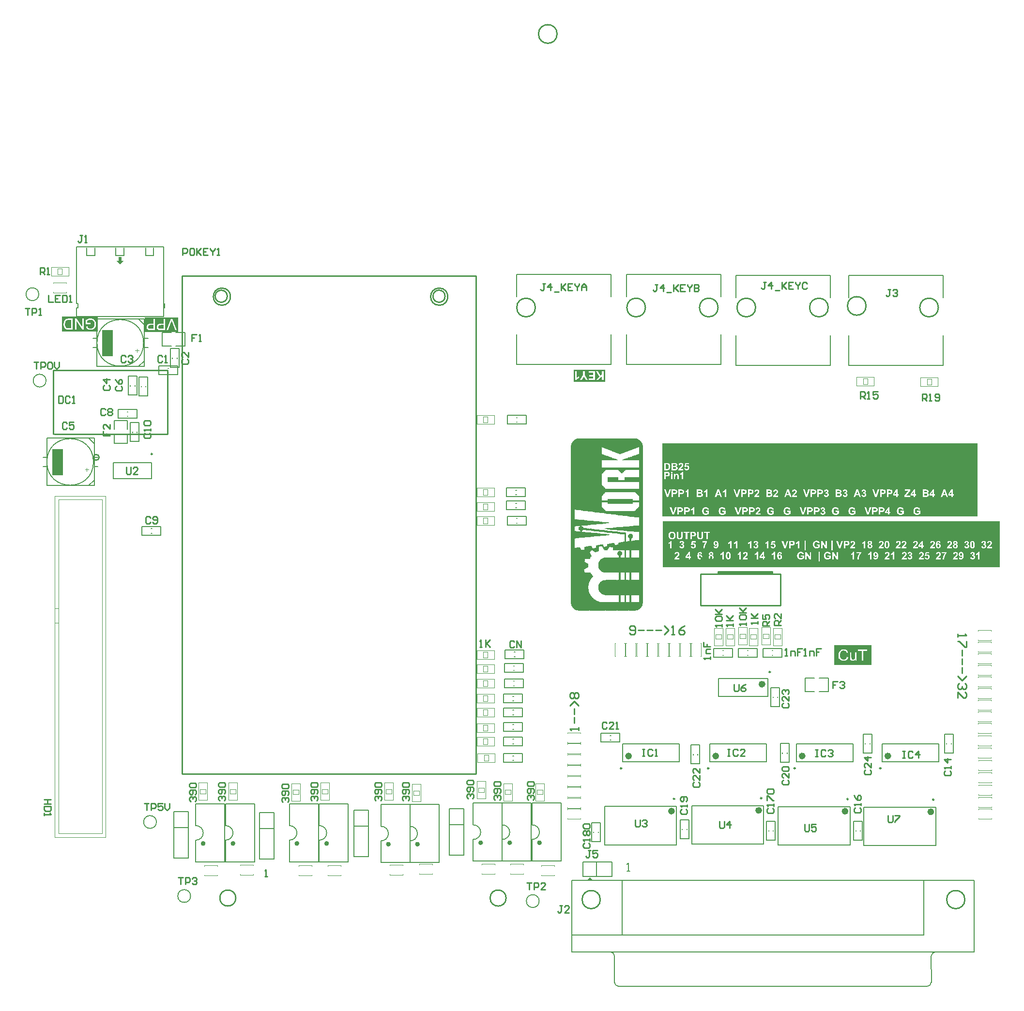
<source format=gto>
G04*
G04 #@! TF.GenerationSoftware,Altium Limited,Altium Designer,20.0.13 (296)*
G04*
G04 Layer_Color=65535*
%FSTAX24Y24*%
%MOIN*%
G70*
G01*
G75*
%ADD10C,0.0050*%
%ADD11C,0.0079*%
%ADD12C,0.0070*%
%ADD13C,0.0098*%
%ADD14C,0.0236*%
%ADD15C,0.0100*%
%ADD16C,0.0150*%
%ADD17C,0.0040*%
%ADD18C,0.0039*%
%ADD19C,0.0020*%
%ADD20C,0.0059*%
%ADD21R,0.0768X0.1801*%
G36*
X0412Y03694D02*
X04095Y03669D01*
X04145D01*
X0412Y03694D01*
D02*
G37*
G36*
X00885Y07915D02*
X0091Y0794D01*
X00895D01*
Y07965D01*
X00875D01*
Y0794D01*
X0086D01*
X00885Y07915D01*
D02*
G37*
G36*
X0694Y060221D02*
Y059457D01*
Y0583D01*
X0462D01*
Y059457D01*
Y060221D01*
Y061471D01*
X0694D01*
Y060221D01*
D02*
G37*
G36*
X067874Y064967D02*
Y064359D01*
Y063753D01*
Y063136D01*
Y06253D01*
Y061788D01*
X046174D01*
Y06253D01*
Y063136D01*
Y063753D01*
Y064359D01*
Y064967D01*
Y066834D01*
X067874D01*
Y064967D01*
D02*
G37*
G36*
X060554Y052945D02*
Y05155D01*
X058D01*
Y052945D01*
X060554D01*
D02*
G37*
G36*
X04225Y07107D02*
X040054D01*
Y0719D01*
X04225D01*
Y07107D01*
D02*
G37*
G36*
X0073Y07555D02*
Y074531D01*
X004827D01*
Y07555D01*
X0073D01*
D02*
G37*
G36*
X01285Y074507D02*
X010548D01*
Y0755D01*
X01285D01*
Y074507D01*
D02*
G37*
%LPC*%
G36*
X048974Y060735D02*
X048872D01*
Y060455D01*
Y060444D01*
Y060434D01*
X048871Y060424D01*
Y060415D01*
X04887Y060408D01*
Y060401D01*
X04887Y060394D01*
Y060388D01*
X048868Y06038D01*
X048867Y060373D01*
X048867Y06037D01*
Y060368D01*
X048865Y060359D01*
X048861Y060351D01*
X048857Y060343D01*
X048852Y060337D01*
X048848Y060332D01*
X048844Y060328D01*
X048841Y060326D01*
X04884Y060325D01*
X048832Y060319D01*
X048821Y060315D01*
X048811Y060312D01*
X0488Y06031D01*
X04879Y060308D01*
X048783Y060308D01*
X048776D01*
X04876Y060308D01*
X048747Y06031D01*
X048735Y060313D01*
X048725Y060317D01*
X048718Y06032D01*
X048712Y060323D01*
X048709Y060325D01*
X048708Y060326D01*
X0487Y060333D01*
X048693Y060342D01*
X048687Y06035D01*
X048684Y060358D01*
X048681Y060365D01*
X048679Y060371D01*
X048677Y060375D01*
Y060376D01*
X048676Y06038D01*
X048676Y060385D01*
Y060391D01*
X048675Y060397D01*
X048674Y060411D01*
Y060426D01*
X048674Y060439D01*
Y060445D01*
Y06045D01*
Y060455D01*
Y060458D01*
Y06046D01*
Y060461D01*
Y060735D01*
X048571D01*
Y06045D01*
X048572Y060435D01*
Y060421D01*
X048573Y060409D01*
X048574Y060397D01*
X048574Y060387D01*
X048575Y060378D01*
X048577Y060369D01*
X048577Y060362D01*
X048578Y060355D01*
X048579Y060349D01*
X04858Y060345D01*
X04858Y060341D01*
Y060339D01*
X048581Y060337D01*
Y060337D01*
X048585Y060326D01*
X048588Y060316D01*
X048593Y060306D01*
X048598Y060298D01*
X048602Y060291D01*
X048606Y060285D01*
X048609Y060282D01*
X048609Y060281D01*
X048618Y060271D01*
X048628Y060262D01*
X048638Y060255D01*
X048647Y060249D01*
X048655Y060243D01*
X048663Y06024D01*
X048667Y060238D01*
X048668Y060237D01*
X048668D01*
X048676Y060234D01*
X048684Y060232D01*
X048702Y060227D01*
X04872Y060224D01*
X048738Y060223D01*
X048746Y060222D01*
X048754Y060222D01*
X04876D01*
X048767Y060221D01*
X048779D01*
X0488Y060222D01*
X048819Y060223D01*
X048835Y060226D01*
X048849Y060229D01*
X048855Y06023D01*
X048861Y060231D01*
X048865Y060232D01*
X048869Y060234D01*
X048872Y060235D01*
X048874Y060235D01*
X048875Y060236D01*
X048875D01*
X048889Y060242D01*
X0489Y060249D01*
X04891Y060256D01*
X048919Y060262D01*
X048926Y060268D01*
X048931Y060273D01*
X048934Y060275D01*
X048935Y060277D01*
X048943Y060287D01*
X048949Y060298D01*
X048954Y060308D01*
X048959Y060318D01*
X048961Y060327D01*
X048964Y060335D01*
X048964Y060337D01*
Y060339D01*
X048965Y06034D01*
Y06034D01*
X048967Y060348D01*
X048968Y060357D01*
X04897Y060367D01*
X04897Y060376D01*
X048972Y060398D01*
X048973Y060419D01*
Y060429D01*
Y060438D01*
X048974Y060447D01*
Y060735D01*
D02*
G37*
G36*
X047564D02*
X047462D01*
Y060455D01*
Y060444D01*
Y060434D01*
X047461Y060424D01*
Y060415D01*
X04746Y060408D01*
Y060401D01*
X04746Y060394D01*
Y060388D01*
X047458Y06038D01*
X047458Y060373D01*
X047457Y06037D01*
Y060368D01*
X047455Y060359D01*
X047451Y060351D01*
X047447Y060343D01*
X047442Y060337D01*
X047438Y060332D01*
X047434Y060328D01*
X047431Y060326D01*
X047431Y060325D01*
X047422Y060319D01*
X047411Y060315D01*
X047401Y060312D01*
X04739Y06031D01*
X04738Y060308D01*
X047373Y060308D01*
X047366D01*
X04735Y060308D01*
X047337Y06031D01*
X047326Y060313D01*
X047315Y060317D01*
X047308Y06032D01*
X047302Y060323D01*
X047299Y060325D01*
X047298Y060326D01*
X04729Y060333D01*
X047283Y060342D01*
X047277Y06035D01*
X047274Y060358D01*
X047271Y060365D01*
X047269Y060371D01*
X047267Y060375D01*
Y060376D01*
X047267Y06038D01*
X047266Y060385D01*
Y060391D01*
X047265Y060397D01*
X047264Y060411D01*
Y060426D01*
X047264Y060439D01*
Y060445D01*
Y06045D01*
Y060455D01*
Y060458D01*
Y06046D01*
Y060461D01*
Y060735D01*
X047162D01*
Y06045D01*
X047162Y060435D01*
Y060421D01*
X047163Y060409D01*
X047164Y060397D01*
X047165Y060387D01*
X047165Y060378D01*
X047167Y060369D01*
X047167Y060362D01*
X047168Y060355D01*
X047169Y060349D01*
X04717Y060345D01*
X04717Y060341D01*
Y060339D01*
X047171Y060337D01*
Y060337D01*
X047175Y060326D01*
X047178Y060316D01*
X047183Y060306D01*
X047188Y060298D01*
X047192Y060291D01*
X047196Y060285D01*
X047199Y060282D01*
X0472Y060281D01*
X047208Y060271D01*
X047218Y060262D01*
X047228Y060255D01*
X047237Y060249D01*
X047245Y060243D01*
X047253Y06024D01*
X047257Y060238D01*
X047258Y060237D01*
X047259D01*
X047266Y060234D01*
X047274Y060232D01*
X047292Y060227D01*
X04731Y060224D01*
X047328Y060223D01*
X047336Y060222D01*
X047344Y060222D01*
X04735D01*
X047357Y060221D01*
X047369D01*
X04739Y060222D01*
X047409Y060223D01*
X047425Y060226D01*
X047439Y060229D01*
X047445Y06023D01*
X047451Y060231D01*
X047455Y060232D01*
X047459Y060234D01*
X047462Y060235D01*
X047464Y060235D01*
X047465Y060236D01*
X047466D01*
X047479Y060242D01*
X04749Y060249D01*
X047501Y060256D01*
X047509Y060262D01*
X047516Y060268D01*
X047521Y060273D01*
X047524Y060275D01*
X047525Y060277D01*
X047533Y060287D01*
X047539Y060298D01*
X047544Y060308D01*
X047549Y060318D01*
X047552Y060327D01*
X047554Y060335D01*
X047555Y060337D01*
Y060339D01*
X047555Y06034D01*
Y06034D01*
X047557Y060348D01*
X047558Y060357D01*
X04756Y060367D01*
X04756Y060376D01*
X047562Y060398D01*
X047563Y060419D01*
Y060429D01*
Y060438D01*
X047564Y060447D01*
Y060735D01*
D02*
G37*
G36*
X049446D02*
X049046D01*
Y060649D01*
X049195D01*
Y06023D01*
X049298D01*
Y060649D01*
X049446D01*
Y060735D01*
D02*
G37*
G36*
X048289D02*
X048103D01*
Y06023D01*
X048205D01*
Y060421D01*
X048295D01*
X048306Y060421D01*
X048316D01*
X048326Y060422D01*
X048335Y060423D01*
X048343Y060423D01*
X048349Y060424D01*
X048356D01*
X048361Y060425D01*
X048366Y060426D01*
X04837Y060426D01*
X048372D01*
X048375Y060427D01*
X048376D01*
X048386Y06043D01*
X048396Y060434D01*
X048405Y060437D01*
X048413Y060442D01*
X048419Y060445D01*
X048424Y060448D01*
X048427Y06045D01*
X048429Y060451D01*
X048438Y060458D01*
X048446Y060466D01*
X048454Y060475D01*
X04846Y060483D01*
X048465Y06049D01*
X048469Y060496D01*
X048471Y060499D01*
X048472Y060501D01*
X048477Y060513D01*
X048482Y060526D01*
X048485Y06054D01*
X048487Y060553D01*
X048488Y060563D01*
Y060568D01*
X048489Y060571D01*
Y060579D01*
X048488Y060601D01*
X048485Y06062D01*
X04848Y060636D01*
X048475Y060651D01*
X048472Y060657D01*
X048469Y060662D01*
X048467Y060666D01*
X048464Y060671D01*
X048462Y060674D01*
X048461Y060676D01*
X048459Y060676D01*
Y060677D01*
X048448Y06069D01*
X048436Y060701D01*
X048423Y06071D01*
X048413Y060717D01*
X048402Y060721D01*
X048394Y060725D01*
X048391Y060725D01*
X048389Y060726D01*
X048388Y060727D01*
X048387D01*
X048381Y060728D01*
X048374Y06073D01*
X048365Y06073D01*
X048356Y060731D01*
X048336Y060733D01*
X048316Y060734D01*
X048297D01*
X048289Y060735D01*
D02*
G37*
G36*
X048036D02*
X047636D01*
Y060649D01*
X047786D01*
Y06023D01*
X047888D01*
Y060649D01*
X048036D01*
Y060735D01*
D02*
G37*
G36*
X046842Y060744D02*
X046837D01*
X046815Y060743D01*
X046794Y060741D01*
X046776Y060738D01*
X04676Y060734D01*
X046753Y060732D01*
X046747Y06073D01*
X046742Y060729D01*
X046737Y060727D01*
X046734Y060726D01*
X046731Y060725D01*
X046729Y060724D01*
X046729D01*
X046715Y060718D01*
X046703Y060711D01*
X046692Y060703D01*
X046683Y060695D01*
X046675Y060689D01*
X046668Y060683D01*
X046664Y060679D01*
X046664Y060679D01*
X046663Y060678D01*
X046653Y060666D01*
X046643Y060654D01*
X046635Y060643D01*
X046629Y060632D01*
X046624Y060622D01*
X046619Y060615D01*
X046618Y060612D01*
X046617Y06061D01*
X046616Y060609D01*
Y060609D01*
X046609Y060588D01*
X046603Y060566D01*
X0466Y060544D01*
X046597Y060524D01*
X046596Y060515D01*
X046595Y060506D01*
X046594Y060499D01*
Y060492D01*
X046594Y060486D01*
Y060479D01*
X046594Y060457D01*
X046597Y060436D01*
X0466Y060416D01*
X046604Y060398D01*
X046609Y060381D01*
X046615Y060366D01*
X046621Y060351D01*
X046627Y060339D01*
X046633Y060327D01*
X046639Y060318D01*
X046645Y060309D01*
X04665Y060302D01*
X046654Y060297D01*
X046657Y060292D01*
X046659Y06029D01*
X04666Y060289D01*
X046673Y060277D01*
X046687Y060267D01*
X046701Y060257D01*
X046716Y06025D01*
X046731Y060243D01*
X046746Y060238D01*
X04676Y060233D01*
X046774Y06023D01*
X046788Y060227D01*
X0468Y060224D01*
X046811Y060223D01*
X04682Y060222D01*
X046828Y060222D01*
X046834Y060221D01*
X046839D01*
X046859Y060222D01*
X046878Y060224D01*
X046896Y060227D01*
X046913Y060232D01*
X046929Y060237D01*
X046944Y060243D01*
X046957Y060249D01*
X046969Y060255D01*
X046979Y060262D01*
X046989Y060267D01*
X046997Y060273D01*
X047003Y060278D01*
X047009Y060283D01*
X047013Y060286D01*
X047015Y060289D01*
X047016Y060289D01*
X047027Y060303D01*
X047038Y060318D01*
X047047Y060333D01*
X047054Y060348D01*
X047061Y060364D01*
X047067Y06038D01*
X047071Y060396D01*
X047075Y060412D01*
X047077Y060426D01*
X047079Y06044D01*
X047081Y060451D01*
X047082Y060461D01*
Y06047D01*
X047083Y060477D01*
Y060482D01*
X047082Y060504D01*
X04708Y060526D01*
X047077Y060545D01*
X047073Y060564D01*
X047068Y060581D01*
X047062Y060597D01*
X047056Y060612D01*
X047049Y060624D01*
X047043Y060636D01*
X047037Y060646D01*
X047031Y060655D01*
X047026Y060662D01*
X047022Y060667D01*
X047019Y060671D01*
X047017Y060674D01*
X047016Y060674D01*
X047003Y060687D01*
X046989Y060698D01*
X046974Y060707D01*
X04696Y060715D01*
X046944Y060722D01*
X04693Y060727D01*
X046915Y060732D01*
X046901Y060735D01*
X046888Y060738D01*
X046876Y060741D01*
X046865Y060742D01*
X046855Y060743D01*
X046848D01*
X046842Y060744D01*
D02*
G37*
G36*
X065191Y060113D02*
X065185D01*
X06517Y060113D01*
X065156Y06011D01*
X065142Y060108D01*
X06513Y060104D01*
X065118Y060099D01*
X065107Y060094D01*
X065097Y060088D01*
X065088Y060083D01*
X06508Y060077D01*
X065072Y060071D01*
X065067Y060066D01*
X065061Y060061D01*
X065057Y060057D01*
X065054Y060054D01*
X065053Y060052D01*
X065052Y060051D01*
X065043Y060039D01*
X065035Y060025D01*
X065029Y06001D01*
X065023Y059995D01*
X065018Y059978D01*
X065013Y059961D01*
X06501Y059944D01*
X065008Y059928D01*
X065005Y059913D01*
X065004Y059898D01*
X065002Y059885D01*
X065002Y059874D01*
X065001Y059864D01*
Y059851D01*
X065002Y059826D01*
X065003Y059804D01*
X065005Y059782D01*
X065009Y059763D01*
X065013Y059745D01*
X065016Y059729D01*
X065021Y059715D01*
X065026Y059702D01*
X06503Y059691D01*
X065034Y059682D01*
X065038Y059674D01*
X065043Y059667D01*
X065045Y059662D01*
X065048Y059658D01*
X065049Y059656D01*
X06505Y059656D01*
X065059Y059645D01*
X065069Y059636D01*
X06508Y059628D01*
X065091Y059621D01*
X065101Y059615D01*
X065112Y059611D01*
X065122Y059607D01*
X065131Y059604D01*
X065141Y059602D01*
X065149Y059599D01*
X065157Y059599D01*
X065164Y059597D01*
X065169D01*
X065172Y059597D01*
X065176D01*
X065189Y059597D01*
X065201Y059599D01*
X065213Y059601D01*
X065224Y059604D01*
X065235Y059607D01*
X065244Y059611D01*
X065253Y059615D01*
X065261Y05962D01*
X065268Y059624D01*
X065274Y059629D01*
X06528Y059632D01*
X065285Y059636D01*
X065288Y059639D01*
X06529Y059641D01*
X065292Y059642D01*
X065293Y059643D01*
X065301Y059652D01*
X065308Y059662D01*
X065314Y059672D01*
X065319Y059683D01*
X065324Y059693D01*
X065328Y059703D01*
X065333Y059723D01*
X065335Y059732D01*
X065336Y059741D01*
X065337Y059748D01*
X065338Y059755D01*
X065338Y059761D01*
Y059768D01*
X065338Y059782D01*
X065336Y059794D01*
X065334Y059806D01*
X065332Y059817D01*
X065328Y059828D01*
X065325Y059838D01*
X065321Y059847D01*
X065317Y059855D01*
X065312Y059863D01*
X065309Y059869D01*
X065305Y059874D01*
X065301Y059879D01*
X065299Y059883D01*
X065297Y059885D01*
X065295Y059887D01*
X065295Y059887D01*
X065287Y059895D01*
X065278Y059903D01*
X065269Y059909D01*
X06526Y059914D01*
X065252Y059919D01*
X065243Y059922D01*
X065227Y059928D01*
X06522Y05993D01*
X065212Y059932D01*
X065207Y059933D01*
X065201Y059933D01*
X065197Y059934D01*
X065191D01*
X065181Y059933D01*
X065172Y059932D01*
X065163Y05993D01*
X065154Y059927D01*
X065139Y05992D01*
X065126Y059913D01*
X065115Y059905D01*
X065111Y059901D01*
X065107Y059898D01*
X065104Y059895D01*
X065102Y059893D01*
X065102Y059892D01*
X065101Y059891D01*
X065102Y059906D01*
X065104Y059921D01*
X065105Y059934D01*
X065107Y059946D01*
X06511Y059956D01*
X065112Y059965D01*
X065114Y059973D01*
X065117Y059981D01*
X065119Y059987D01*
X065121Y059992D01*
X065123Y059997D01*
X065124Y06D01*
X065126Y060003D01*
X065127Y060004D01*
X065128Y060005D01*
X065136Y060015D01*
X065145Y060022D01*
X065153Y060027D01*
X065161Y06003D01*
X065169Y060032D01*
X065174Y060032D01*
X065178Y060033D01*
X06518D01*
X065188Y060032D01*
X065196Y060031D01*
X065202Y060029D01*
X065207Y060027D01*
X065212Y060024D01*
X065215Y060022D01*
X065217Y06002D01*
X065217Y060019D01*
X065223Y060013D01*
X065226Y060007D01*
X06523Y06D01*
X065232Y059993D01*
X065233Y059987D01*
X065235Y059981D01*
X065236Y059978D01*
Y059977D01*
X065329Y059987D01*
X065324Y060009D01*
X065317Y060027D01*
X065309Y060043D01*
X065301Y060057D01*
X065293Y060067D01*
X06529Y060071D01*
X065286Y060075D01*
X065284Y060077D01*
X065282Y060079D01*
X065281Y060081D01*
X06528D01*
X065273Y060086D01*
X065266Y060091D01*
X06525Y0601D01*
X065233Y060105D01*
X065219Y060109D01*
X065206Y060112D01*
X0652Y060113D01*
X065195D01*
X065191Y060113D01*
D02*
G37*
G36*
X056793Y06012D02*
X056784D01*
X056758Y060119D01*
X056735Y060116D01*
X056725Y060114D01*
X056714Y060112D01*
X056705Y06011D01*
X056697Y060108D01*
X05669Y060105D01*
X056682Y060102D01*
X056677Y0601D01*
X056672Y060099D01*
X056668Y060097D01*
X056666Y060096D01*
X056664Y060094D01*
X056663D01*
X056641Y060081D01*
X056631Y060073D01*
X056622Y060066D01*
X056613Y060058D01*
X056605Y06005D01*
X056598Y060042D01*
X056591Y060035D01*
X056586Y060027D01*
X056581Y060021D01*
X056577Y060015D01*
X056573Y06001D01*
X056571Y060005D01*
X056569Y060003D01*
X056568Y06D01*
X056567Y06D01*
X056561Y059988D01*
X056556Y059976D01*
X056548Y059952D01*
X056542Y059928D01*
X056539Y059907D01*
X056537Y059897D01*
X056536Y059888D01*
X056535Y05988D01*
Y059873D01*
X056534Y059868D01*
Y05986D01*
X056536Y059833D01*
X056539Y059808D01*
X056544Y059785D01*
X056546Y059774D01*
X056549Y059765D01*
X056552Y059756D01*
X056554Y059748D01*
X056557Y059742D01*
X056559Y059736D01*
X056561Y059731D01*
X056562Y059728D01*
X056564Y059726D01*
Y059725D01*
X056576Y059703D01*
X05659Y059684D01*
X056604Y059667D01*
X056619Y059654D01*
X056625Y059648D01*
X056632Y059643D01*
X056637Y059639D01*
X056642Y059636D01*
X056646Y059633D01*
X05665Y059631D01*
X056651Y05963D01*
X056652Y059629D01*
X056663Y059623D01*
X056674Y059618D01*
X056698Y05961D01*
X056722Y059605D01*
X056743Y059601D01*
X056753Y059599D01*
X056762Y059598D01*
X05677Y059597D01*
X056777D01*
X056782Y059597D01*
X05679D01*
X056814Y059597D01*
X056835Y0596D01*
X056857Y059604D01*
X056875Y059608D01*
X056883Y05961D01*
X05689Y059613D01*
X056897Y059615D01*
X056902Y059616D01*
X056907Y059618D01*
X05691Y059619D01*
X056912Y05962D01*
X056913D01*
X056935Y059629D01*
X056953Y059638D01*
X056969Y059648D01*
X056983Y059656D01*
X056993Y059663D01*
X056997Y059666D01*
X057Y059669D01*
X057002Y059671D01*
X057005Y059672D01*
X057006Y059674D01*
Y059876D01*
X056787D01*
Y059791D01*
X056903D01*
Y059726D01*
X056894Y05972D01*
X056885Y059714D01*
X056876Y059709D01*
X056867Y059704D01*
X056859Y059701D01*
X056853Y059698D01*
X056849Y059696D01*
X056849Y059696D01*
X056848D01*
X056836Y059691D01*
X056824Y059688D01*
X056814Y059686D01*
X056804Y059685D01*
X056795Y059684D01*
X056789Y059683D01*
X056784D01*
X056772Y059684D01*
X05676Y059685D01*
X05675Y059688D01*
X05674Y059691D01*
X056722Y059698D01*
X056714Y059701D01*
X056707Y059706D01*
X056701Y05971D01*
X056695Y059714D01*
X05669Y059718D01*
X056686Y059721D01*
X056683Y059724D01*
X056681Y059726D01*
X056679Y059728D01*
X056679Y059728D01*
X056672Y059737D01*
X056666Y059747D01*
X05666Y059758D01*
X056656Y059769D01*
X056649Y059791D01*
X056644Y059813D01*
X056643Y059823D01*
X056642Y059833D01*
X056641Y059841D01*
X05664Y059849D01*
X056639Y059855D01*
Y05986D01*
Y059863D01*
Y059864D01*
X05664Y059879D01*
X056641Y059893D01*
X056643Y059907D01*
X056645Y059919D01*
X056648Y05993D01*
X056652Y059941D01*
X056655Y05995D01*
X056659Y059959D01*
X056662Y059966D01*
X056666Y059973D01*
X056669Y059978D01*
X056672Y059982D01*
X056674Y059986D01*
X056677Y059988D01*
X056677Y059989D01*
X056678Y05999D01*
X056686Y059997D01*
X056694Y060005D01*
X056703Y06001D01*
X056711Y060015D01*
X05672Y060019D01*
X056729Y060023D01*
X056746Y060028D01*
X056754Y06003D01*
X056761Y060031D01*
X056768Y060032D01*
X056773Y060032D01*
X056778Y060033D01*
X056784D01*
X0568Y060032D01*
X056814Y06003D01*
X056827Y060027D01*
X056838Y060022D01*
X056846Y060019D01*
X056852Y060015D01*
X056856Y060012D01*
X056857Y060011D01*
X056867Y060003D01*
X056876Y059993D01*
X056884Y059984D01*
X056889Y059974D01*
X056893Y059965D01*
X056896Y059959D01*
X056897Y059954D01*
X056898Y059954D01*
Y059953D01*
X056999Y059972D01*
X056997Y059984D01*
X056992Y059997D01*
X056988Y060008D01*
X056982Y060018D01*
X056977Y060028D01*
X056971Y060037D01*
X056965Y060045D01*
X056959Y060052D01*
X056954Y060059D01*
X056948Y060065D01*
X056944Y06007D01*
X05694Y060073D01*
X056936Y060076D01*
X056933Y060079D01*
X056932Y06008D01*
X056931Y060081D01*
X056921Y060088D01*
X05691Y060094D01*
X056898Y060099D01*
X056886Y060103D01*
X056862Y06011D01*
X056838Y060115D01*
X056827Y060117D01*
X056817Y060118D01*
X056808Y060118D01*
X0568Y060119D01*
X056793Y06012D01*
D02*
G37*
G36*
X057502Y06011D02*
X057408D01*
Y059771D01*
X057199Y06011D01*
X057101D01*
Y059606D01*
X057195D01*
Y059938D01*
X0574Y059606D01*
X057502D01*
Y06011D01*
D02*
G37*
G36*
X058618D02*
X058509D01*
X058386Y059737D01*
X058258Y06011D01*
X058148D01*
X058328Y059606D01*
X058438D01*
X058618Y06011D01*
D02*
G37*
G36*
X054853D02*
X054744D01*
X054621Y059737D01*
X054492Y06011D01*
X054382D01*
X054563Y059606D01*
X054673D01*
X054853Y06011D01*
D02*
G37*
G36*
X068304Y060113D02*
X068297D01*
X068282Y060113D01*
X068268Y060111D01*
X068255Y060108D01*
X068244Y060105D01*
X068236Y060102D01*
X068228Y0601D01*
X068224Y060098D01*
X068223Y060097D01*
X068222D01*
X068211Y060091D01*
X0682Y060083D01*
X068191Y060076D01*
X068184Y06007D01*
X068178Y060063D01*
X068174Y060058D01*
X068171Y060055D01*
X06817Y060054D01*
X068163Y060043D01*
X068158Y060031D01*
X068153Y060019D01*
X068149Y060007D01*
X068146Y059996D01*
X068144Y059988D01*
X068143Y059984D01*
Y059982D01*
X068142Y059981D01*
Y05998D01*
X068231Y059965D01*
X068233Y059977D01*
X068236Y059987D01*
X068239Y059996D01*
X068243Y060003D01*
X068246Y060008D01*
X068249Y060013D01*
X068252Y060015D01*
X068252Y060016D01*
X068259Y060022D01*
X068266Y060026D01*
X068273Y060029D01*
X06828Y060031D01*
X068286Y060032D01*
X06829Y060033D01*
X068295D01*
X068303Y060032D01*
X068312Y060031D01*
X068319Y060028D01*
X068324Y060026D01*
X06833Y060023D01*
X068332Y06002D01*
X068335Y060019D01*
X068335Y060018D01*
X068341Y060012D01*
X068344Y060005D01*
X068347Y059998D01*
X068349Y059992D01*
X06835Y059986D01*
X068351Y059981D01*
Y059978D01*
Y059977D01*
X06835Y059966D01*
X068348Y059957D01*
X068344Y059949D01*
X068341Y059942D01*
X068336Y059936D01*
X068333Y059933D01*
X06833Y05993D01*
X06833Y059929D01*
X068321Y059923D01*
X068311Y059919D01*
X068301Y059916D01*
X068292Y059914D01*
X068283Y059913D01*
X068276Y059912D01*
X068269D01*
X068259Y059834D01*
X068268Y059836D01*
X068276Y059839D01*
X068284Y05984D01*
X068291Y059841D01*
X068296Y059841D01*
X068303D01*
X068314Y059841D01*
X068322Y059838D01*
X06833Y059835D01*
X068338Y05983D01*
X068343Y059827D01*
X068347Y059823D01*
X06835Y05982D01*
X068351Y05982D01*
X068357Y059811D01*
X068362Y059801D01*
X068366Y059792D01*
X068369Y059782D01*
X06837Y059774D01*
X068371Y059767D01*
Y059763D01*
Y059762D01*
Y059761D01*
X06837Y059747D01*
X068368Y059735D01*
X068365Y059724D01*
X068361Y059715D01*
X068357Y059709D01*
X068354Y059704D01*
X068351Y0597D01*
X06835Y059699D01*
X068342Y059692D01*
X068333Y059686D01*
X068325Y059683D01*
X068317Y05968D01*
X06831Y059678D01*
X068305Y059677D01*
X068301Y059677D01*
X0683D01*
X068289Y059677D01*
X068281Y05968D01*
X068273Y059683D01*
X068265Y059686D01*
X06826Y059689D01*
X068256Y059692D01*
X068253Y059694D01*
X068252Y059695D01*
X068246Y059703D01*
X06824Y059712D01*
X068236Y059721D01*
X068233Y05973D01*
X06823Y059738D01*
X068229Y059744D01*
X068228Y059749D01*
Y05975D01*
Y05975D01*
X068135Y059739D01*
X068136Y059727D01*
X068139Y059716D01*
X068146Y059696D01*
X068154Y059678D01*
X068159Y059671D01*
X068163Y059664D01*
X068168Y059657D01*
X068172Y059652D01*
X068176Y059647D01*
X068179Y059643D01*
X068182Y05964D01*
X068184Y059638D01*
X068186Y059637D01*
X068187Y059636D01*
X068195Y059629D01*
X068205Y059623D01*
X068214Y059618D01*
X068224Y059613D01*
X068243Y059606D01*
X06826Y059602D01*
X068269Y0596D01*
X068276Y059599D01*
X068283Y059598D01*
X068289Y059597D01*
X068294Y059597D01*
X0683D01*
X068314Y059597D01*
X068327Y059599D01*
X068338Y059601D01*
X06835Y059604D01*
X06836Y059607D01*
X06837Y059611D01*
X06838Y059615D01*
X068388Y05962D01*
X068395Y059624D01*
X068402Y059629D01*
X068408Y059632D01*
X068413Y059636D01*
X068416Y059639D01*
X068419Y059641D01*
X068421Y059642D01*
X068421Y059643D01*
X06843Y059652D01*
X068437Y059661D01*
X068444Y059671D01*
X06845Y05968D01*
X068454Y059691D01*
X068459Y0597D01*
X068464Y059718D01*
X068466Y059726D01*
X068467Y059734D01*
X068469Y05974D01*
X06847Y059746D01*
X06847Y05975D01*
Y059757D01*
X068469Y059774D01*
X068466Y059788D01*
X068462Y059802D01*
X068457Y059813D01*
X068452Y059822D01*
X068448Y059829D01*
X068445Y059833D01*
X068444Y059835D01*
X068434Y059846D01*
X068422Y059855D01*
X06841Y059863D01*
X0684Y059868D01*
X06839Y059873D01*
X068382Y059875D01*
X068379Y059876D01*
X068377D01*
X068375Y059877D01*
X068375D01*
X068388Y059885D01*
X068399Y059893D01*
X068408Y059902D01*
X068417Y059911D01*
X068424Y059919D01*
X06843Y059928D01*
X068435Y059937D01*
X068439Y059945D01*
X068442Y059953D01*
X068444Y05996D01*
X068445Y059967D01*
X068446Y059973D01*
X068447Y059977D01*
X068448Y059981D01*
Y059983D01*
Y059984D01*
X068447Y059992D01*
X068446Y06D01*
X068442Y060016D01*
X068437Y060031D01*
X06843Y060043D01*
X068424Y060054D01*
X068418Y060061D01*
X068416Y060064D01*
X068413Y060066D01*
X068413Y060067D01*
X068412Y060067D01*
X068404Y060075D01*
X068394Y060083D01*
X068386Y060089D01*
X068376Y060094D01*
X068366Y060099D01*
X068357Y060102D01*
X068338Y060108D01*
X06833Y06011D01*
X068322Y060111D01*
X068316Y060112D01*
X068309Y060113D01*
X068304Y060113D01*
D02*
G37*
G36*
X067127D02*
X067121D01*
X067106Y060113D01*
X067092Y060111D01*
X067079Y060108D01*
X067068Y060105D01*
X067059Y060102D01*
X067052Y0601D01*
X067047Y060098D01*
X067047Y060097D01*
X067046D01*
X067034Y060091D01*
X067023Y060083D01*
X067014Y060076D01*
X067007Y06007D01*
X067001Y060063D01*
X066997Y060058D01*
X066994Y060055D01*
X066993Y060054D01*
X066987Y060043D01*
X066981Y060031D01*
X066977Y060019D01*
X066972Y060007D01*
X066969Y059996D01*
X066967Y059988D01*
X066966Y059984D01*
Y059982D01*
X066966Y059981D01*
Y05998D01*
X067055Y059965D01*
X067057Y059977D01*
X06706Y059987D01*
X067063Y059996D01*
X067066Y060003D01*
X06707Y060008D01*
X067073Y060013D01*
X067075Y060015D01*
X067076Y060016D01*
X067082Y060022D01*
X06709Y060026D01*
X067097Y060029D01*
X067103Y060031D01*
X067109Y060032D01*
X067114Y060033D01*
X067118D01*
X067127Y060032D01*
X067135Y060031D01*
X067142Y060028D01*
X067148Y060026D01*
X067153Y060023D01*
X067156Y06002D01*
X067158Y060019D01*
X067159Y060018D01*
X067164Y060012D01*
X067168Y060005D01*
X06717Y059998D01*
X067172Y059992D01*
X067173Y059986D01*
X067174Y059981D01*
Y059978D01*
Y059977D01*
X067173Y059966D01*
X067171Y059957D01*
X067168Y059949D01*
X067164Y059942D01*
X06716Y059936D01*
X067157Y059933D01*
X067154Y05993D01*
X067153Y059929D01*
X067144Y059923D01*
X067135Y059919D01*
X067125Y059916D01*
X067115Y059914D01*
X067106Y059913D01*
X067099Y059912D01*
X067092D01*
X067082Y059834D01*
X067092Y059836D01*
X0671Y059839D01*
X067108Y05984D01*
X067114Y059841D01*
X067119Y059841D01*
X067127D01*
X067137Y059841D01*
X067146Y059838D01*
X067154Y059835D01*
X067161Y05983D01*
X067166Y059827D01*
X06717Y059823D01*
X067173Y05982D01*
X067174Y05982D01*
X067181Y059811D01*
X067186Y059801D01*
X067189Y059792D01*
X067192Y059782D01*
X067194Y059774D01*
X067195Y059767D01*
Y059763D01*
Y059762D01*
Y059761D01*
X067194Y059747D01*
X067192Y059735D01*
X067188Y059724D01*
X067184Y059715D01*
X06718Y059709D01*
X067177Y059704D01*
X067174Y0597D01*
X067173Y059699D01*
X067165Y059692D01*
X067157Y059686D01*
X067149Y059683D01*
X067141Y05968D01*
X067133Y059678D01*
X067128Y059677D01*
X067125Y059677D01*
X067123D01*
X067113Y059677D01*
X067104Y05968D01*
X067096Y059683D01*
X067089Y059686D01*
X067084Y059689D01*
X067079Y059692D01*
X067076Y059694D01*
X067076Y059695D01*
X067069Y059703D01*
X067063Y059712D01*
X06706Y059721D01*
X067056Y05973D01*
X067054Y059738D01*
X067052Y059744D01*
X067052Y059749D01*
Y05975D01*
Y05975D01*
X066958Y059739D01*
X06696Y059727D01*
X066963Y059716D01*
X066969Y059696D01*
X066977Y059678D01*
X066982Y059671D01*
X066987Y059664D01*
X066991Y059657D01*
X066996Y059652D01*
X066999Y059647D01*
X067003Y059643D01*
X067006Y05964D01*
X067008Y059638D01*
X067009Y059637D01*
X06701Y059636D01*
X067019Y059629D01*
X067028Y059623D01*
X067037Y059618D01*
X067047Y059613D01*
X067066Y059606D01*
X067084Y059602D01*
X067092Y0596D01*
X0671Y059599D01*
X067106Y059598D01*
X067112Y059597D01*
X067117Y059597D01*
X067124D01*
X067137Y059597D01*
X06715Y059599D01*
X067162Y059601D01*
X067173Y059604D01*
X067184Y059607D01*
X067194Y059611D01*
X067203Y059615D01*
X067211Y05962D01*
X067219Y059624D01*
X067226Y059629D01*
X067231Y059632D01*
X067236Y059636D01*
X06724Y059639D01*
X067243Y059641D01*
X067244Y059642D01*
X067245Y059643D01*
X067254Y059652D01*
X067261Y059661D01*
X067267Y059671D01*
X067273Y05968D01*
X067278Y059691D01*
X067282Y0597D01*
X067288Y059718D01*
X067289Y059726D01*
X067291Y059734D01*
X067292Y05974D01*
X067293Y059746D01*
X067294Y05975D01*
Y059757D01*
X067292Y059774D01*
X067289Y059788D01*
X067286Y059802D01*
X067281Y059813D01*
X067275Y059822D01*
X067272Y059829D01*
X067269Y059833D01*
X067267Y059835D01*
X067257Y059846D01*
X067246Y059855D01*
X067234Y059863D01*
X067223Y059868D01*
X067213Y059873D01*
X067205Y059875D01*
X067203Y059876D01*
X0672D01*
X067199Y059877D01*
X067198D01*
X067211Y059885D01*
X067222Y059893D01*
X067232Y059902D01*
X06724Y059911D01*
X067248Y059919D01*
X067254Y059928D01*
X067258Y059937D01*
X067262Y059945D01*
X067265Y059953D01*
X067267Y05996D01*
X067269Y059967D01*
X06727Y059973D01*
X06727Y059977D01*
X067271Y059981D01*
Y059983D01*
Y059984D01*
X06727Y059992D01*
X06727Y06D01*
X067265Y060016D01*
X06726Y060031D01*
X067254Y060043D01*
X067247Y060054D01*
X067241Y060061D01*
X067239Y060064D01*
X067237Y060066D01*
X067236Y060067D01*
X067235Y060067D01*
X067227Y060075D01*
X067218Y060083D01*
X067209Y060089D01*
X0672Y060094D01*
X067189Y060099D01*
X06718Y060102D01*
X067162Y060108D01*
X067154Y06011D01*
X067146Y060111D01*
X067139Y060112D01*
X067133Y060113D01*
X067127Y060113D01*
D02*
G37*
G36*
X052617D02*
X05261D01*
X052595Y060113D01*
X052581Y060111D01*
X052568Y060108D01*
X052557Y060105D01*
X052548Y060102D01*
X052541Y0601D01*
X052537Y060098D01*
X052536Y060097D01*
X052535D01*
X052523Y060091D01*
X052512Y060083D01*
X052504Y060076D01*
X052496Y06007D01*
X052491Y060063D01*
X052486Y060058D01*
X052483Y060055D01*
X052483Y060054D01*
X052476Y060043D01*
X05247Y060031D01*
X052466Y060019D01*
X052461Y060007D01*
X052459Y059996D01*
X052456Y059988D01*
X052456Y059984D01*
Y059982D01*
X052455Y059981D01*
Y05998D01*
X052544Y059965D01*
X052546Y059977D01*
X052549Y059987D01*
X052552Y059996D01*
X052555Y060003D01*
X052559Y060008D01*
X052562Y060013D01*
X052564Y060015D01*
X052565Y060016D01*
X052572Y060022D01*
X052579Y060026D01*
X052586Y060029D01*
X052593Y060031D01*
X052598Y060032D01*
X052603Y060033D01*
X052607D01*
X052616Y060032D01*
X052625Y060031D01*
X052631Y060028D01*
X052637Y060026D01*
X052642Y060023D01*
X052645Y06002D01*
X052647Y060019D01*
X052648Y060018D01*
X052653Y060012D01*
X052657Y060005D01*
X05266Y059998D01*
X052661Y059992D01*
X052663Y059986D01*
X052663Y059981D01*
Y059978D01*
Y059977D01*
X052663Y059966D01*
X05266Y059957D01*
X052657Y059949D01*
X052653Y059942D01*
X052649Y059936D01*
X052646Y059933D01*
X052643Y05993D01*
X052642Y059929D01*
X052633Y059923D01*
X052624Y059919D01*
X052614Y059916D01*
X052604Y059914D01*
X052596Y059913D01*
X052588Y059912D01*
X052582D01*
X052572Y059834D01*
X052581Y059836D01*
X052589Y059839D01*
X052597Y05984D01*
X052604Y059841D01*
X052609Y059841D01*
X052616D01*
X052626Y059841D01*
X052635Y059838D01*
X052643Y059835D01*
X05265Y05983D01*
X052655Y059827D01*
X05266Y059823D01*
X052663Y05982D01*
X052663Y05982D01*
X05267Y059811D01*
X052675Y059801D01*
X052679Y059792D01*
X052682Y059782D01*
X052683Y059774D01*
X052684Y059767D01*
Y059763D01*
Y059762D01*
Y059761D01*
X052683Y059747D01*
X052681Y059735D01*
X052677Y059724D01*
X052674Y059715D01*
X052669Y059709D01*
X052666Y059704D01*
X052663Y0597D01*
X052663Y059699D01*
X052655Y059692D01*
X052646Y059686D01*
X052638Y059683D01*
X05263Y05968D01*
X052623Y059678D01*
X052617Y059677D01*
X052614Y059677D01*
X052612D01*
X052602Y059677D01*
X052593Y05968D01*
X052585Y059683D01*
X052578Y059686D01*
X052573Y059689D01*
X052569Y059692D01*
X052566Y059694D01*
X052565Y059695D01*
X052558Y059703D01*
X052553Y059712D01*
X052549Y059721D01*
X052545Y05973D01*
X052543Y059738D01*
X052542Y059744D01*
X052541Y059749D01*
Y05975D01*
Y05975D01*
X052448Y059739D01*
X052449Y059727D01*
X052452Y059716D01*
X052459Y059696D01*
X052467Y059678D01*
X052472Y059671D01*
X052476Y059664D01*
X05248Y059657D01*
X052485Y059652D01*
X052488Y059647D01*
X052492Y059643D01*
X052495Y05964D01*
X052497Y059638D01*
X052499Y059637D01*
X052499Y059636D01*
X052508Y059629D01*
X052518Y059623D01*
X052526Y059618D01*
X052537Y059613D01*
X052555Y059606D01*
X052573Y059602D01*
X052582Y0596D01*
X052589Y059599D01*
X052596Y059598D01*
X052601Y059597D01*
X052606Y059597D01*
X052613D01*
X052626Y059597D01*
X052639Y059599D01*
X052651Y059601D01*
X052663Y059604D01*
X052673Y059607D01*
X052683Y059611D01*
X052693Y059615D01*
X052701Y05962D01*
X052708Y059624D01*
X052715Y059629D01*
X05272Y059632D01*
X052725Y059636D01*
X052729Y059639D01*
X052732Y059641D01*
X052733Y059642D01*
X052734Y059643D01*
X052743Y059652D01*
X05275Y059661D01*
X052757Y059671D01*
X052762Y05968D01*
X052767Y059691D01*
X052771Y0597D01*
X052777Y059718D01*
X052779Y059726D01*
X05278Y059734D01*
X052781Y05974D01*
X052782Y059746D01*
X052783Y05975D01*
Y059757D01*
X052781Y059774D01*
X052779Y059788D01*
X052775Y059802D01*
X05277Y059813D01*
X052765Y059822D01*
X052761Y059829D01*
X052758Y059833D01*
X052757Y059835D01*
X052746Y059846D01*
X052735Y059855D01*
X052723Y059863D01*
X052712Y059868D01*
X052703Y059873D01*
X052695Y059875D01*
X052692Y059876D01*
X05269D01*
X052688Y059877D01*
X052687D01*
X052701Y059885D01*
X052711Y059893D01*
X052721Y059902D01*
X05273Y059911D01*
X052737Y059919D01*
X052743Y059928D01*
X052747Y059937D01*
X052752Y059945D01*
X052754Y059953D01*
X052757Y05996D01*
X052758Y059967D01*
X052759Y059973D01*
X05276Y059977D01*
X05276Y059981D01*
Y059983D01*
Y059984D01*
X05276Y059992D01*
X052759Y06D01*
X052754Y060016D01*
X052749Y060031D01*
X052743Y060043D01*
X052736Y060054D01*
X05273Y060061D01*
X052728Y060064D01*
X052726Y060066D01*
X052725Y060067D01*
X052725Y060067D01*
X052717Y060075D01*
X052707Y060083D01*
X052698Y060089D01*
X052689Y060094D01*
X052679Y060099D01*
X052669Y060102D01*
X052651Y060108D01*
X052643Y06011D01*
X052635Y060111D01*
X052628Y060112D01*
X052622Y060113D01*
X052617Y060113D01*
D02*
G37*
G36*
X049863D02*
X04986D01*
X049847Y060113D01*
X049835Y060111D01*
X049823Y060109D01*
X049812Y060106D01*
X049802Y060102D01*
X049793Y060098D01*
X049783Y060094D01*
X049776Y06009D01*
X049769Y060085D01*
X049762Y060081D01*
X049757Y060077D01*
X049752Y060073D01*
X049748Y06007D01*
X049746Y060068D01*
X049744Y060067D01*
X049744Y060066D01*
X049736Y060056D01*
X049729Y060047D01*
X049723Y060037D01*
X049717Y060027D01*
X049713Y060016D01*
X049709Y060005D01*
X049704Y059986D01*
X049702Y059977D01*
X049701Y059968D01*
X0497Y059961D01*
X049699Y059954D01*
X049699Y059949D01*
Y059941D01*
X049699Y059928D01*
X049701Y059915D01*
X049702Y059903D01*
X049705Y059892D01*
X049709Y059881D01*
X049712Y059871D01*
X049716Y059862D01*
X04972Y059854D01*
X049724Y059847D01*
X049728Y05984D01*
X049731Y059835D01*
X049735Y05983D01*
X049738Y059827D01*
X049739Y059824D01*
X049741Y059822D01*
X049742Y059822D01*
X04975Y059814D01*
X049758Y059806D01*
X049767Y059801D01*
X049776Y059796D01*
X049785Y059791D01*
X049793Y059787D01*
X049809Y059782D01*
X049822Y059778D01*
X049828Y059777D01*
X049833Y059777D01*
X049838Y059776D01*
X049844D01*
X049854Y059777D01*
X049863Y059778D01*
X049872Y059779D01*
X049881Y059782D01*
X049897Y059789D01*
X04991Y059797D01*
X04992Y059805D01*
X049925Y059809D01*
X049928Y059812D01*
X049931Y059814D01*
X049933Y059817D01*
X049934Y059817D01*
X049935Y059818D01*
X049933Y059803D01*
X049932Y059788D01*
X04993Y059775D01*
X049928Y059763D01*
X049926Y059753D01*
X049924Y059744D01*
X049922Y059736D01*
X049919Y059728D01*
X049916Y059722D01*
X049915Y059717D01*
X049913Y059712D01*
X049911Y059709D01*
X04991Y059707D01*
X049908Y059705D01*
X049908Y059704D01*
X0499Y059695D01*
X049891Y059688D01*
X049883Y059683D01*
X049875Y05968D01*
X049868Y059678D01*
X049863Y059677D01*
X049859Y059677D01*
X049857D01*
X049849Y059677D01*
X049841Y059679D01*
X049836Y059681D01*
X04983Y059683D01*
X049825Y059685D01*
X049822Y059688D01*
X04982Y059689D01*
X04982Y05969D01*
X049814Y059696D01*
X049811Y059702D01*
X049808Y059709D01*
X049806Y059717D01*
X049803Y059723D01*
X049803Y059728D01*
X049802Y059731D01*
Y059733D01*
X049709Y059722D01*
X049711Y05971D01*
X049714Y0597D01*
X049717Y05969D01*
X04972Y059681D01*
X049724Y059672D01*
X049728Y059664D01*
X049732Y059658D01*
X049736Y059651D01*
X04974Y059646D01*
X049743Y059641D01*
X049747Y059637D01*
X04975Y059634D01*
X049752Y059631D01*
X049754Y059629D01*
X049755Y059629D01*
X049755Y059628D01*
X049763Y059622D01*
X04977Y059618D01*
X049786Y05961D01*
X049801Y059605D01*
X049817Y0596D01*
X04983Y059598D01*
X049836Y059597D01*
X049841D01*
X049845Y059597D01*
X049851D01*
X049866Y059597D01*
X04988Y059599D01*
X049893Y059602D01*
X049906Y059606D01*
X049918Y059611D01*
X049929Y059616D01*
X049939Y059621D01*
X049948Y059627D01*
X049956Y059633D01*
X049963Y059638D01*
X049969Y059644D01*
X049974Y059648D01*
X049978Y059652D01*
X049981Y059655D01*
X049983Y059657D01*
X049984Y059658D01*
X049993Y05967D01*
X05Y059684D01*
X050008Y059699D01*
X050013Y059715D01*
X050019Y059731D01*
X050023Y059748D01*
X050026Y059764D01*
X050029Y059781D01*
X050031Y059796D01*
X050032Y05981D01*
X050034Y059823D01*
X050035Y059835D01*
X050035Y059844D01*
Y059857D01*
X050035Y059882D01*
X050033Y059905D01*
X050031Y059926D01*
X050027Y059946D01*
X050024Y059963D01*
X05002Y059979D01*
X050015Y059994D01*
X050011Y060007D01*
X050006Y060018D01*
X050002Y060027D01*
X049997Y060035D01*
X049994Y060042D01*
X04999Y060047D01*
X049988Y060051D01*
X049986Y060053D01*
X049986Y060054D01*
X049976Y060064D01*
X049966Y060073D01*
X049956Y060081D01*
X049946Y060088D01*
X049935Y060094D01*
X049925Y060099D01*
X049914Y060102D01*
X049904Y060106D01*
X049895Y060108D01*
X049887Y06011D01*
X049879Y060112D01*
X049873Y060113D01*
X049867D01*
X049863Y060113D01*
D02*
G37*
G36*
X047518D02*
X047512D01*
X047496Y060113D01*
X047482Y060111D01*
X047469Y060108D01*
X047458Y060105D01*
X04745Y060102D01*
X047442Y0601D01*
X047438Y060098D01*
X047437Y060097D01*
X047436D01*
X047425Y060091D01*
X047414Y060083D01*
X047405Y060076D01*
X047398Y06007D01*
X047392Y060063D01*
X047388Y060058D01*
X047385Y060055D01*
X047384Y060054D01*
X047377Y060043D01*
X047372Y060031D01*
X047367Y060019D01*
X047363Y060007D01*
X04736Y059996D01*
X047358Y059988D01*
X047357Y059984D01*
Y059982D01*
X047356Y059981D01*
Y05998D01*
X047445Y059965D01*
X047447Y059977D01*
X04745Y059987D01*
X047453Y059996D01*
X047457Y060003D01*
X04746Y060008D01*
X047463Y060013D01*
X047466Y060015D01*
X047466Y060016D01*
X047473Y060022D01*
X04748Y060026D01*
X047487Y060029D01*
X047494Y060031D01*
X0475Y060032D01*
X047504Y060033D01*
X047509D01*
X047517Y060032D01*
X047526Y060031D01*
X047533Y060028D01*
X047538Y060026D01*
X047544Y060023D01*
X047547Y06002D01*
X047549Y060019D01*
X047549Y060018D01*
X047555Y060012D01*
X047558Y060005D01*
X047561Y059998D01*
X047563Y059992D01*
X047564Y059986D01*
X047565Y059981D01*
Y059978D01*
Y059977D01*
X047564Y059966D01*
X047562Y059957D01*
X047558Y059949D01*
X047555Y059942D01*
X04755Y059936D01*
X047547Y059933D01*
X047544Y05993D01*
X047544Y059929D01*
X047535Y059923D01*
X047525Y059919D01*
X047515Y059916D01*
X047506Y059914D01*
X047497Y059913D01*
X04749Y059912D01*
X047483D01*
X047473Y059834D01*
X047482Y059836D01*
X04749Y059839D01*
X047498Y05984D01*
X047505Y059841D01*
X04751Y059841D01*
X047517D01*
X047528Y059841D01*
X047536Y059838D01*
X047544Y059835D01*
X047552Y05983D01*
X047557Y059827D01*
X047561Y059823D01*
X047564Y05982D01*
X047565Y05982D01*
X047571Y059811D01*
X047576Y059801D01*
X04758Y059792D01*
X047583Y059782D01*
X047584Y059774D01*
X047585Y059767D01*
Y059763D01*
Y059762D01*
Y059761D01*
X047584Y059747D01*
X047582Y059735D01*
X047579Y059724D01*
X047575Y059715D01*
X047571Y059709D01*
X047568Y059704D01*
X047565Y0597D01*
X047564Y059699D01*
X047556Y059692D01*
X047547Y059686D01*
X047539Y059683D01*
X047531Y05968D01*
X047524Y059678D01*
X047519Y059677D01*
X047515Y059677D01*
X047514D01*
X047503Y059677D01*
X047495Y05968D01*
X047487Y059683D01*
X047479Y059686D01*
X047474Y059689D01*
X04747Y059692D01*
X047467Y059694D01*
X047466Y059695D01*
X04746Y059703D01*
X047454Y059712D01*
X04745Y059721D01*
X047447Y05973D01*
X047444Y059738D01*
X047443Y059744D01*
X047442Y059749D01*
Y05975D01*
Y05975D01*
X047349Y059739D01*
X04735Y059727D01*
X047353Y059716D01*
X04736Y059696D01*
X047368Y059678D01*
X047373Y059671D01*
X047377Y059664D01*
X047382Y059657D01*
X047386Y059652D01*
X04739Y059647D01*
X047393Y059643D01*
X047396Y05964D01*
X047399Y059638D01*
X0474Y059637D01*
X047401Y059636D01*
X047409Y059629D01*
X047419Y059623D01*
X047428Y059618D01*
X047438Y059613D01*
X047457Y059606D01*
X047474Y059602D01*
X047483Y0596D01*
X04749Y059599D01*
X047497Y059598D01*
X047503Y059597D01*
X047508Y059597D01*
X047514D01*
X047528Y059597D01*
X047541Y059599D01*
X047552Y059601D01*
X047564Y059604D01*
X047574Y059607D01*
X047584Y059611D01*
X047594Y059615D01*
X047602Y05962D01*
X047609Y059624D01*
X047616Y059629D01*
X047622Y059632D01*
X047627Y059636D01*
X04763Y059639D01*
X047633Y059641D01*
X047635Y059642D01*
X047635Y059643D01*
X047644Y059652D01*
X047651Y059661D01*
X047658Y059671D01*
X047664Y05968D01*
X047668Y059691D01*
X047673Y0597D01*
X047678Y059718D01*
X04768Y059726D01*
X047681Y059734D01*
X047683Y05974D01*
X047684Y059746D01*
X047684Y05975D01*
Y059757D01*
X047683Y059774D01*
X04768Y059788D01*
X047676Y059802D01*
X047671Y059813D01*
X047666Y059822D01*
X047662Y059829D01*
X04766Y059833D01*
X047658Y059835D01*
X047648Y059846D01*
X047636Y059855D01*
X047625Y059863D01*
X047614Y059868D01*
X047604Y059873D01*
X047596Y059875D01*
X047593Y059876D01*
X047591D01*
X04759Y059877D01*
X047589D01*
X047602Y059885D01*
X047613Y059893D01*
X047622Y059902D01*
X047631Y059911D01*
X047638Y059919D01*
X047644Y059928D01*
X047649Y059937D01*
X047653Y059945D01*
X047656Y059953D01*
X047658Y05996D01*
X04766Y059967D01*
X04766Y059973D01*
X047661Y059977D01*
X047662Y059981D01*
Y059983D01*
Y059984D01*
X047661Y059992D01*
X04766Y06D01*
X047656Y060016D01*
X047651Y060031D01*
X047644Y060043D01*
X047638Y060054D01*
X047632Y060061D01*
X04763Y060064D01*
X047627Y060066D01*
X047627Y060067D01*
X047626Y060067D01*
X047618Y060075D01*
X047608Y060083D01*
X0476Y060089D01*
X04759Y060094D01*
X04758Y060099D01*
X047571Y060102D01*
X047552Y060108D01*
X047544Y06011D01*
X047536Y060111D01*
X04753Y060112D01*
X047523Y060113D01*
X047518Y060113D01*
D02*
G37*
G36*
X053946Y060104D02*
X053691D01*
X053641Y059841D01*
X053719Y05983D01*
X053726Y059836D01*
X053732Y059842D01*
X053739Y059847D01*
X053745Y059852D01*
X053758Y059858D01*
X053769Y059863D01*
X053779Y059865D01*
X053787Y059866D01*
X05379Y059867D01*
X053794D01*
X053806Y059866D01*
X053817Y059863D01*
X053826Y05986D01*
X053834Y059855D01*
X05384Y05985D01*
X053845Y059847D01*
X053848Y059844D01*
X053849Y059843D01*
X053856Y059833D01*
X053861Y059822D01*
X053865Y059811D01*
X053867Y059799D01*
X053869Y059789D01*
X05387Y059781D01*
Y059777D01*
Y059775D01*
Y059774D01*
Y059773D01*
X053869Y059755D01*
X053867Y05974D01*
X053863Y059728D01*
X05386Y059718D01*
X053855Y059709D01*
X053852Y059703D01*
X053849Y0597D01*
X053849Y059699D01*
X053841Y059691D01*
X053832Y059684D01*
X053823Y05968D01*
X053815Y059677D01*
X053808Y059675D01*
X053802Y059675D01*
X053798Y059674D01*
X053797D01*
X053787Y059675D01*
X053778Y059677D01*
X05377Y05968D01*
X053763Y059683D01*
X053758Y059687D01*
X053753Y05969D01*
X05375Y059692D01*
X05375Y059693D01*
X053743Y059701D01*
X053737Y059709D01*
X053733Y059718D01*
X05373Y059726D01*
X053728Y059733D01*
X053726Y059739D01*
X053726Y059743D01*
Y059744D01*
X053629Y059734D01*
X053631Y059723D01*
X053634Y059712D01*
X053641Y059692D01*
X053649Y059675D01*
X053653Y059667D01*
X053658Y05966D01*
X053663Y059654D01*
X053666Y059649D01*
X053671Y059645D01*
X053674Y05964D01*
X053677Y059637D01*
X053679Y059635D01*
X05368Y059634D01*
X053681Y059634D01*
X05369Y059627D01*
X053699Y059621D01*
X053708Y059616D01*
X053717Y059613D01*
X053737Y059605D01*
X053755Y059601D01*
X053763Y059599D01*
X053771Y059599D01*
X053778Y059598D01*
X053784Y059597D01*
X053789Y059597D01*
X053795D01*
X053812Y059597D01*
X053827Y059599D01*
X053841Y059602D01*
X053854Y059607D01*
X053866Y059612D01*
X053877Y059618D01*
X053887Y059623D01*
X053897Y05963D01*
X053905Y059636D01*
X053912Y059642D01*
X053919Y059648D01*
X053924Y059653D01*
X053927Y059657D01*
X05393Y05966D01*
X053932Y059662D01*
X053933Y059663D01*
X053939Y059672D01*
X053945Y059682D01*
X053949Y059691D01*
X053954Y059701D01*
X05396Y05972D01*
X053965Y059738D01*
X053966Y059745D01*
X053967Y059752D01*
X053968Y059759D01*
Y059765D01*
X053969Y059769D01*
Y059775D01*
X053968Y059789D01*
X053967Y059802D01*
X053965Y059814D01*
X053962Y059826D01*
X053959Y059836D01*
X053954Y059847D01*
X053951Y059856D01*
X053946Y059864D01*
X053942Y059871D01*
X053938Y059878D01*
X053934Y059884D01*
X053931Y059888D01*
X053928Y059892D01*
X053926Y059895D01*
X053925Y059896D01*
X053924Y059897D01*
X053915Y059905D01*
X053906Y059912D01*
X053897Y059919D01*
X053887Y059925D01*
X053879Y059929D01*
X053869Y059933D01*
X053852Y059938D01*
X053844Y059941D01*
X053837Y059942D01*
X05383Y059943D01*
X053825Y059943D01*
X053821Y059944D01*
X053814D01*
X053802Y059943D01*
X05379Y059941D01*
X053779Y059939D01*
X053769Y059936D01*
X05376Y059933D01*
X053754Y05993D01*
X05375Y059928D01*
X053749Y059927D01*
X053748D01*
X053763Y060013D01*
X053946D01*
Y060104D01*
D02*
G37*
G36*
X048456D02*
X0482D01*
X04815Y059841D01*
X048228Y05983D01*
X048235Y059836D01*
X048241Y059842D01*
X048248Y059847D01*
X048254Y059852D01*
X048267Y059858D01*
X048278Y059863D01*
X048289Y059865D01*
X048296Y059866D01*
X048299Y059867D01*
X048303D01*
X048315Y059866D01*
X048326Y059863D01*
X048335Y05986D01*
X048343Y059855D01*
X048349Y05985D01*
X048354Y059847D01*
X048357Y059844D01*
X048358Y059843D01*
X048365Y059833D01*
X04837Y059822D01*
X048374Y059811D01*
X048376Y059799D01*
X048378Y059789D01*
X048379Y059781D01*
Y059777D01*
Y059775D01*
Y059774D01*
Y059773D01*
X048378Y059755D01*
X048376Y05974D01*
X048372Y059728D01*
X048369Y059718D01*
X048364Y059709D01*
X048362Y059703D01*
X048359Y0597D01*
X048358Y059699D01*
X04835Y059691D01*
X048341Y059684D01*
X048332Y05968D01*
X048324Y059677D01*
X048317Y059675D01*
X048311Y059675D01*
X048308Y059674D01*
X048306D01*
X048297Y059675D01*
X048287Y059677D01*
X048279Y05968D01*
X048273Y059683D01*
X048267Y059687D01*
X048262Y05969D01*
X048259Y059692D01*
X048259Y059693D01*
X048252Y059701D01*
X048246Y059709D01*
X048242Y059718D01*
X048239Y059726D01*
X048237Y059733D01*
X048235Y059739D01*
X048235Y059743D01*
Y059744D01*
X048138Y059734D01*
X048141Y059723D01*
X048143Y059712D01*
X04815Y059692D01*
X048158Y059675D01*
X048163Y059667D01*
X048168Y05966D01*
X048172Y059654D01*
X048176Y059649D01*
X04818Y059645D01*
X048183Y05964D01*
X048186Y059637D01*
X048188Y059635D01*
X048189Y059634D01*
X04819Y059634D01*
X048199Y059627D01*
X048208Y059621D01*
X048217Y059616D01*
X048227Y059613D01*
X048246Y059605D01*
X048264Y059601D01*
X048273Y059599D01*
X04828Y059599D01*
X048287Y059598D01*
X048293Y059597D01*
X048298Y059597D01*
X048305D01*
X048321Y059597D01*
X048336Y059599D01*
X04835Y059602D01*
X048363Y059607D01*
X048375Y059612D01*
X048386Y059618D01*
X048397Y059623D01*
X048406Y05963D01*
X048414Y059636D01*
X048421Y059642D01*
X048428Y059648D01*
X048433Y059653D01*
X048437Y059657D01*
X04844Y05966D01*
X048441Y059662D01*
X048442Y059663D01*
X048448Y059672D01*
X048454Y059682D01*
X048458Y059691D01*
X048463Y059701D01*
X048469Y05972D01*
X048474Y059738D01*
X048475Y059745D01*
X048476Y059752D01*
X048477Y059759D01*
Y059765D01*
X048478Y059769D01*
Y059775D01*
X048477Y059789D01*
X048476Y059802D01*
X048474Y059814D01*
X048471Y059826D01*
X048468Y059836D01*
X048464Y059847D01*
X04846Y059856D01*
X048456Y059864D01*
X048451Y059871D01*
X048448Y059878D01*
X048443Y059884D01*
X04844Y059888D01*
X048437Y059892D01*
X048435Y059895D01*
X048434Y059896D01*
X048433Y059897D01*
X048424Y059905D01*
X048415Y059912D01*
X048406Y059919D01*
X048397Y059925D01*
X048388Y059929D01*
X048378Y059933D01*
X048362Y059938D01*
X048354Y059941D01*
X048346Y059942D01*
X04834Y059943D01*
X048335Y059943D01*
X04833Y059944D01*
X048324D01*
X048311Y059943D01*
X048299Y059941D01*
X048288Y059939D01*
X048278Y059936D01*
X04827Y059933D01*
X048263Y05993D01*
X048259Y059928D01*
X048258Y059927D01*
X048257D01*
X048273Y060013D01*
X048456D01*
Y060104D01*
D02*
G37*
G36*
X068704Y060113D02*
X068697D01*
X068685Y060113D01*
X068673Y060112D01*
X06865Y060108D01*
X068631Y060102D01*
X068623Y0601D01*
X068615Y060096D01*
X068607Y060093D01*
X068601Y060089D01*
X068596Y060086D01*
X068591Y060084D01*
X068588Y060081D01*
X068585Y06008D01*
X068584Y060079D01*
X068583Y060078D01*
X068575Y060071D01*
X068568Y060064D01*
X068561Y060055D01*
X068556Y060046D01*
X068547Y060027D01*
X06854Y060008D01*
X068537Y059999D01*
X068535Y059991D01*
X068533Y059984D01*
X068532Y059977D01*
X068531Y059971D01*
Y059968D01*
X06853Y059965D01*
Y059964D01*
X068626Y059954D01*
X068628Y059969D01*
X068631Y059981D01*
X068634Y059992D01*
X068637Y06D01*
X06864Y060007D01*
X068643Y060011D01*
X068645Y060014D01*
X068646Y060015D01*
X068653Y060021D01*
X068661Y060025D01*
X068669Y060029D01*
X068677Y060031D01*
X068684Y060032D01*
X06869Y060033D01*
X068695D01*
X068706Y060032D01*
X068715Y06003D01*
X068723Y060027D01*
X068731Y060024D01*
X068736Y060022D01*
X06874Y060019D01*
X068742Y060016D01*
X068743Y060016D01*
X068749Y060008D01*
X068753Y06D01*
X068756Y059992D01*
X068758Y059984D01*
X06876Y059977D01*
X06876Y05997D01*
Y059967D01*
Y059966D01*
Y059965D01*
X06876Y059954D01*
X068757Y059944D01*
X068754Y059934D01*
X06875Y059925D01*
X068747Y059917D01*
X068743Y059911D01*
X068741Y059908D01*
X06874Y059906D01*
X068737Y059902D01*
X068733Y059897D01*
X068727Y05989D01*
X068721Y059884D01*
X068708Y059871D01*
X068695Y059857D01*
X068682Y059844D01*
X068676Y059838D01*
X06867Y059833D01*
X068666Y059829D01*
X068663Y059826D01*
X068661Y059824D01*
X06866Y059823D01*
X068645Y059809D01*
X068632Y059796D01*
X06862Y059784D01*
X068609Y059773D01*
X068599Y059762D01*
X06859Y059752D01*
X068582Y059743D01*
X068575Y059734D01*
X068569Y059727D01*
X068564Y05972D01*
X06856Y059715D01*
X068557Y05971D01*
X068554Y059707D01*
X068553Y059704D01*
X068551Y059703D01*
Y059702D01*
X068542Y059685D01*
X068534Y059668D01*
X068529Y059652D01*
X068524Y059637D01*
X068521Y059624D01*
X068521Y059619D01*
X06852Y059615D01*
X068519Y059611D01*
X068518Y059608D01*
Y059606D01*
X068857D01*
Y059696D01*
X068665D01*
X068671Y059705D01*
X068677Y059713D01*
X06868Y059717D01*
X068682Y05972D01*
X068684Y059721D01*
X068685Y059722D01*
X068688Y059725D01*
X06869Y059728D01*
X068699Y059736D01*
X068709Y059746D01*
X068718Y059755D01*
X068728Y059764D01*
X068736Y059771D01*
X068739Y059774D01*
X068741Y059777D01*
X068742Y059777D01*
X068743Y059778D01*
X068759Y059793D01*
X068772Y059806D01*
X068783Y059817D01*
X068792Y059826D01*
X068798Y059833D01*
X068803Y059839D01*
X068806Y059842D01*
X068806Y059843D01*
X068816Y059855D01*
X068824Y059867D01*
X06883Y059878D01*
X068835Y059887D01*
X06884Y059895D01*
X068843Y059902D01*
X068844Y059906D01*
X068845Y059907D01*
X068849Y059919D01*
X068852Y05993D01*
X068854Y059941D01*
X068856Y059952D01*
X068857Y05996D01*
X068857Y059966D01*
Y059972D01*
X068857Y059983D01*
X068855Y059994D01*
X068854Y060004D01*
X068851Y060013D01*
X068844Y06003D01*
X068836Y060045D01*
X068832Y060051D01*
X068828Y060056D01*
X068825Y060062D01*
X068821Y060065D01*
X068818Y060068D01*
X068817Y060071D01*
X068815Y060072D01*
X068814Y060073D01*
X068806Y06008D01*
X068797Y060086D01*
X068788Y060091D01*
X068778Y060096D01*
X068759Y060103D01*
X06874Y060108D01*
X068731Y06011D01*
X068723Y060111D01*
X068716Y060112D01*
X068709Y060113D01*
X068704Y060113D01*
D02*
G37*
G36*
X065959D02*
X065952D01*
X065939Y060113D01*
X065928Y060112D01*
X065905Y060108D01*
X065886Y060102D01*
X065877Y0601D01*
X065869Y060096D01*
X065862Y060093D01*
X065856Y060089D01*
X06585Y060086D01*
X065846Y060084D01*
X065842Y060081D01*
X06584Y06008D01*
X065839Y060079D01*
X065838Y060078D01*
X06583Y060071D01*
X065823Y060064D01*
X065816Y060055D01*
X06581Y060046D01*
X065801Y060027D01*
X065794Y060008D01*
X065792Y059999D01*
X06579Y059991D01*
X065788Y059984D01*
X065787Y059977D01*
X065785Y059971D01*
Y059968D01*
X065785Y059965D01*
Y059964D01*
X065881Y059954D01*
X065882Y059969D01*
X065885Y059981D01*
X065888Y059992D01*
X065892Y06D01*
X065895Y060007D01*
X065898Y060011D01*
X0659Y060014D01*
X065901Y060015D01*
X065908Y060021D01*
X065916Y060025D01*
X065924Y060029D01*
X065932Y060031D01*
X065938Y060032D01*
X065944Y060033D01*
X065949D01*
X06596Y060032D01*
X06597Y06003D01*
X065978Y060027D01*
X065985Y060024D01*
X06599Y060022D01*
X065995Y060019D01*
X065997Y060016D01*
X065997Y060016D01*
X066003Y060008D01*
X066008Y06D01*
X066011Y059992D01*
X066013Y059984D01*
X066014Y059977D01*
X066015Y05997D01*
Y059967D01*
Y059966D01*
Y059965D01*
X066014Y059954D01*
X066012Y059944D01*
X066008Y059934D01*
X066005Y059925D01*
X066001Y059917D01*
X065997Y059911D01*
X065995Y059908D01*
X065995Y059906D01*
X065992Y059902D01*
X065987Y059897D01*
X065981Y05989D01*
X065976Y059884D01*
X065963Y059871D01*
X065949Y059857D01*
X065936Y059844D01*
X06593Y059838D01*
X065925Y059833D01*
X06592Y059829D01*
X065917Y059826D01*
X065915Y059824D01*
X065914Y059823D01*
X0659Y059809D01*
X065887Y059796D01*
X065874Y059784D01*
X065863Y059773D01*
X065853Y059762D01*
X065844Y059752D01*
X065836Y059743D01*
X06583Y059734D01*
X065824Y059727D01*
X065819Y05972D01*
X065815Y059715D01*
X065812Y05971D01*
X065809Y059707D01*
X065807Y059704D01*
X065806Y059703D01*
Y059702D01*
X065796Y059685D01*
X065789Y059668D01*
X065783Y059652D01*
X065779Y059637D01*
X065776Y059624D01*
X065775Y059619D01*
X065774Y059615D01*
X065774Y059611D01*
X065773Y059608D01*
Y059606D01*
X066112D01*
Y059696D01*
X065919D01*
X065925Y059705D01*
X065932Y059713D01*
X065935Y059717D01*
X065937Y05972D01*
X065938Y059721D01*
X065939Y059722D01*
X065942Y059725D01*
X065945Y059728D01*
X065954Y059736D01*
X065963Y059746D01*
X065973Y059755D01*
X065982Y059764D01*
X06599Y059771D01*
X065993Y059774D01*
X065995Y059777D01*
X065997Y059777D01*
X065997Y059778D01*
X066014Y059793D01*
X066027Y059806D01*
X066038Y059817D01*
X066046Y059826D01*
X066053Y059833D01*
X066057Y059839D01*
X06606Y059842D01*
X066061Y059843D01*
X06607Y059855D01*
X066078Y059867D01*
X066085Y059878D01*
X06609Y059887D01*
X066094Y059895D01*
X066097Y059902D01*
X066099Y059906D01*
X0661Y059907D01*
X066104Y059919D01*
X066107Y05993D01*
X066109Y059941D01*
X06611Y059952D01*
X066111Y05996D01*
X066112Y059966D01*
Y059972D01*
X066111Y059983D01*
X06611Y059994D01*
X066108Y060004D01*
X066105Y060013D01*
X066098Y06003D01*
X066091Y060045D01*
X066086Y060051D01*
X066083Y060056D01*
X066079Y060062D01*
X066076Y060065D01*
X066073Y060068D01*
X066071Y060071D01*
X06607Y060072D01*
X066069Y060073D01*
X066061Y06008D01*
X066051Y060086D01*
X066043Y060091D01*
X066032Y060096D01*
X066014Y060103D01*
X065995Y060108D01*
X065986Y06011D01*
X065978Y060111D01*
X065971Y060112D01*
X065964Y060113D01*
X065959Y060113D01*
D02*
G37*
G36*
X064782D02*
X064775D01*
X064763Y060113D01*
X064751Y060112D01*
X064728Y060108D01*
X064709Y060102D01*
X064701Y0601D01*
X064693Y060096D01*
X064685Y060093D01*
X064679Y060089D01*
X064674Y060086D01*
X064669Y060084D01*
X064666Y060081D01*
X064663Y06008D01*
X064662Y060079D01*
X064661Y060078D01*
X064653Y060071D01*
X064646Y060064D01*
X064639Y060055D01*
X064634Y060046D01*
X064625Y060027D01*
X064618Y060008D01*
X064615Y059999D01*
X064613Y059991D01*
X064611Y059984D01*
X06461Y059977D01*
X064609Y059971D01*
Y059968D01*
X064608Y059965D01*
Y059964D01*
X064704Y059954D01*
X064706Y059969D01*
X064709Y059981D01*
X064712Y059992D01*
X064715Y06D01*
X064718Y060007D01*
X064721Y060011D01*
X064723Y060014D01*
X064724Y060015D01*
X064731Y060021D01*
X064739Y060025D01*
X064747Y060029D01*
X064755Y060031D01*
X064762Y060032D01*
X064768Y060033D01*
X064773D01*
X064784Y060032D01*
X064793Y06003D01*
X064801Y060027D01*
X064809Y060024D01*
X064814Y060022D01*
X064818Y060019D01*
X06482Y060016D01*
X064821Y060016D01*
X064827Y060008D01*
X064831Y06D01*
X064834Y059992D01*
X064836Y059984D01*
X064838Y059977D01*
X064838Y05997D01*
Y059967D01*
Y059966D01*
Y059965D01*
X064838Y059954D01*
X064835Y059944D01*
X064832Y059934D01*
X064828Y059925D01*
X064825Y059917D01*
X064821Y059911D01*
X064819Y059908D01*
X064818Y059906D01*
X064815Y059902D01*
X064811Y059897D01*
X064805Y05989D01*
X064799Y059884D01*
X064786Y059871D01*
X064773Y059857D01*
X06476Y059844D01*
X064754Y059838D01*
X064748Y059833D01*
X064744Y059829D01*
X064741Y059826D01*
X064739Y059824D01*
X064738Y059823D01*
X064723Y059809D01*
X06471Y059796D01*
X064698Y059784D01*
X064687Y059773D01*
X064677Y059762D01*
X064668Y059752D01*
X06466Y059743D01*
X064653Y059734D01*
X064647Y059727D01*
X064642Y05972D01*
X064638Y059715D01*
X064635Y05971D01*
X064632Y059707D01*
X064631Y059704D01*
X064629Y059703D01*
Y059702D01*
X06462Y059685D01*
X064612Y059668D01*
X064607Y059652D01*
X064602Y059637D01*
X064599Y059624D01*
X064599Y059619D01*
X064598Y059615D01*
X064597Y059611D01*
X064596Y059608D01*
Y059606D01*
X064935D01*
Y059696D01*
X064743D01*
X064749Y059705D01*
X064755Y059713D01*
X064758Y059717D01*
X06476Y05972D01*
X064762Y059721D01*
X064763Y059722D01*
X064765Y059725D01*
X064768Y059728D01*
X064777Y059736D01*
X064787Y059746D01*
X064796Y059755D01*
X064806Y059764D01*
X064814Y059771D01*
X064817Y059774D01*
X064819Y059777D01*
X06482Y059777D01*
X064821Y059778D01*
X064837Y059793D01*
X06485Y059806D01*
X064861Y059817D01*
X06487Y059826D01*
X064876Y059833D01*
X064881Y059839D01*
X064884Y059842D01*
X064884Y059843D01*
X064894Y059855D01*
X064902Y059867D01*
X064908Y059878D01*
X064913Y059887D01*
X064918Y059895D01*
X064921Y059902D01*
X064922Y059906D01*
X064923Y059907D01*
X064927Y059919D01*
X06493Y05993D01*
X064932Y059941D01*
X064934Y059952D01*
X064935Y05996D01*
X064935Y059966D01*
Y059972D01*
X064935Y059983D01*
X064933Y059994D01*
X064932Y060004D01*
X064929Y060013D01*
X064921Y06003D01*
X064914Y060045D01*
X06491Y060051D01*
X064906Y060056D01*
X064903Y060062D01*
X064899Y060065D01*
X064896Y060068D01*
X064895Y060071D01*
X064893Y060072D01*
X064892Y060073D01*
X064884Y06008D01*
X064875Y060086D01*
X064866Y060091D01*
X064856Y060096D01*
X064837Y060103D01*
X064818Y060108D01*
X064809Y06011D01*
X064801Y060111D01*
X064794Y060112D01*
X064787Y060113D01*
X064782Y060113D01*
D02*
G37*
G36*
X064108Y060113D02*
X064026D01*
X063808Y059791D01*
Y059707D01*
X064015D01*
Y059606D01*
X064108D01*
Y059707D01*
X064171D01*
Y059792D01*
X064108D01*
Y060113D01*
D02*
G37*
G36*
X063606Y060113D02*
X063598D01*
X063586Y060113D01*
X063574Y060112D01*
X063552Y060108D01*
X063533Y060102D01*
X063524Y0601D01*
X063516Y060096D01*
X063509Y060093D01*
X063503Y060089D01*
X063497Y060086D01*
X063493Y060084D01*
X063489Y060081D01*
X063487Y06008D01*
X063485Y060079D01*
X063485Y060078D01*
X063477Y060071D01*
X063469Y060064D01*
X063463Y060055D01*
X063457Y060046D01*
X063448Y060027D01*
X063441Y060008D01*
X063439Y059999D01*
X063437Y059991D01*
X063434Y059984D01*
X063434Y059977D01*
X063432Y059971D01*
Y059968D01*
X063431Y059965D01*
Y059964D01*
X063528Y059954D01*
X063529Y059969D01*
X063532Y059981D01*
X063535Y059992D01*
X063539Y06D01*
X063541Y060007D01*
X063544Y060011D01*
X063547Y060014D01*
X063547Y060015D01*
X063555Y060021D01*
X063563Y060025D01*
X063571Y060029D01*
X063579Y060031D01*
X063585Y060032D01*
X063591Y060033D01*
X063596D01*
X063607Y060032D01*
X063617Y06003D01*
X063625Y060027D01*
X063632Y060024D01*
X063637Y060022D01*
X063641Y060019D01*
X063644Y060016D01*
X063644Y060016D01*
X06365Y060008D01*
X063654Y06D01*
X063657Y059992D01*
X06366Y059984D01*
X063661Y059977D01*
X063662Y05997D01*
Y059967D01*
Y059966D01*
Y059965D01*
X063661Y059954D01*
X063659Y059944D01*
X063655Y059934D01*
X063652Y059925D01*
X063648Y059917D01*
X063644Y059911D01*
X063642Y059908D01*
X063641Y059906D01*
X063638Y059902D01*
X063634Y059897D01*
X063628Y05989D01*
X063622Y059884D01*
X063609Y059871D01*
X063596Y059857D01*
X063583Y059844D01*
X063577Y059838D01*
X063571Y059833D01*
X063567Y059829D01*
X063564Y059826D01*
X063562Y059824D01*
X063561Y059823D01*
X063547Y059809D01*
X063533Y059796D01*
X063521Y059784D01*
X06351Y059773D01*
X0635Y059762D01*
X063491Y059752D01*
X063483Y059743D01*
X063477Y059734D01*
X063471Y059727D01*
X063466Y05972D01*
X063461Y059715D01*
X063458Y05971D01*
X063455Y059707D01*
X063454Y059704D01*
X063453Y059703D01*
Y059702D01*
X063443Y059685D01*
X063436Y059668D01*
X06343Y059652D01*
X063426Y059637D01*
X063423Y059624D01*
X063422Y059619D01*
X063421Y059615D01*
X06342Y059611D01*
X06342Y059608D01*
Y059606D01*
X063759D01*
Y059696D01*
X063566D01*
X063572Y059705D01*
X063579Y059713D01*
X063582Y059717D01*
X063584Y05972D01*
X063585Y059721D01*
X063586Y059722D01*
X063589Y059725D01*
X063592Y059728D01*
X063601Y059736D01*
X06361Y059746D01*
X063619Y059755D01*
X063629Y059764D01*
X063637Y059771D01*
X06364Y059774D01*
X063642Y059777D01*
X063644Y059777D01*
X063644Y059778D01*
X06366Y059793D01*
X063673Y059806D01*
X063684Y059817D01*
X063693Y059826D01*
X0637Y059833D01*
X063704Y059839D01*
X063707Y059842D01*
X063708Y059843D01*
X063717Y059855D01*
X063725Y059867D01*
X063732Y059878D01*
X063737Y059887D01*
X063741Y059895D01*
X063744Y059902D01*
X063746Y059906D01*
X063746Y059907D01*
X063751Y059919D01*
X063754Y05993D01*
X063756Y059941D01*
X063757Y059952D01*
X063758Y05996D01*
X063759Y059966D01*
Y059972D01*
X063758Y059983D01*
X063757Y059994D01*
X063755Y060004D01*
X063752Y060013D01*
X063745Y06003D01*
X063738Y060045D01*
X063733Y060051D01*
X06373Y060056D01*
X063726Y060062D01*
X063722Y060065D01*
X063719Y060068D01*
X063718Y060071D01*
X063716Y060072D01*
X063716Y060073D01*
X063708Y06008D01*
X063698Y060086D01*
X063689Y060091D01*
X063679Y060096D01*
X06366Y060103D01*
X063641Y060108D01*
X063633Y06011D01*
X063625Y060111D01*
X063617Y060112D01*
X063611Y060113D01*
X063606Y060113D01*
D02*
G37*
G36*
X062821D02*
X062814D01*
X062802Y060113D01*
X06279Y060112D01*
X062767Y060108D01*
X062748Y060102D01*
X06274Y0601D01*
X062732Y060096D01*
X062724Y060093D01*
X062718Y060089D01*
X062713Y060086D01*
X062708Y060084D01*
X062705Y060081D01*
X062702Y06008D01*
X062701Y060079D01*
X0627Y060078D01*
X062692Y060071D01*
X062685Y060064D01*
X062678Y060055D01*
X062673Y060046D01*
X062664Y060027D01*
X062656Y060008D01*
X062654Y059999D01*
X062652Y059991D01*
X06265Y059984D01*
X062649Y059977D01*
X062648Y059971D01*
Y059968D01*
X062647Y059965D01*
Y059964D01*
X062743Y059954D01*
X062745Y059969D01*
X062748Y059981D01*
X062751Y059992D01*
X062754Y06D01*
X062757Y060007D01*
X06276Y060011D01*
X062762Y060014D01*
X062763Y060015D01*
X06277Y060021D01*
X062778Y060025D01*
X062786Y060029D01*
X062794Y060031D01*
X062801Y060032D01*
X062807Y060033D01*
X062812D01*
X062823Y060032D01*
X062832Y06003D01*
X06284Y060027D01*
X062847Y060024D01*
X062853Y060022D01*
X062857Y060019D01*
X062859Y060016D01*
X06286Y060016D01*
X062866Y060008D01*
X06287Y06D01*
X062873Y059992D01*
X062875Y059984D01*
X062877Y059977D01*
X062877Y05997D01*
Y059967D01*
Y059966D01*
Y059965D01*
X062877Y059954D01*
X062874Y059944D01*
X062871Y059934D01*
X062867Y059925D01*
X062864Y059917D01*
X06286Y059911D01*
X062858Y059908D01*
X062857Y059906D01*
X062854Y059902D01*
X06285Y059897D01*
X062844Y05989D01*
X062838Y059884D01*
X062825Y059871D01*
X062812Y059857D01*
X062799Y059844D01*
X062793Y059838D01*
X062787Y059833D01*
X062783Y059829D01*
X06278Y059826D01*
X062778Y059824D01*
X062777Y059823D01*
X062762Y059809D01*
X062749Y059796D01*
X062737Y059784D01*
X062726Y059773D01*
X062716Y059762D01*
X062707Y059752D01*
X062699Y059743D01*
X062692Y059734D01*
X062686Y059727D01*
X062681Y05972D01*
X062677Y059715D01*
X062674Y05971D01*
X062671Y059707D01*
X06267Y059704D01*
X062668Y059703D01*
Y059702D01*
X062659Y059685D01*
X062651Y059668D01*
X062646Y059652D01*
X062641Y059637D01*
X062638Y059624D01*
X062638Y059619D01*
X062637Y059615D01*
X062636Y059611D01*
X062635Y059608D01*
Y059606D01*
X062974D01*
Y059696D01*
X062782D01*
X062788Y059705D01*
X062794Y059713D01*
X062797Y059717D01*
X062799Y05972D01*
X062801Y059721D01*
X062802Y059722D01*
X062804Y059725D01*
X062807Y059728D01*
X062816Y059736D01*
X062826Y059746D01*
X062835Y059755D01*
X062845Y059764D01*
X062853Y059771D01*
X062856Y059774D01*
X062858Y059777D01*
X062859Y059777D01*
X06286Y059778D01*
X062876Y059793D01*
X062889Y059806D01*
X0629Y059817D01*
X062909Y059826D01*
X062915Y059833D01*
X06292Y059839D01*
X062923Y059842D01*
X062923Y059843D01*
X062933Y059855D01*
X062941Y059867D01*
X062947Y059878D01*
X062952Y059887D01*
X062957Y059895D01*
X06296Y059902D01*
X062961Y059906D01*
X062962Y059907D01*
X062966Y059919D01*
X062969Y05993D01*
X062971Y059941D01*
X062973Y059952D01*
X062974Y05996D01*
X062974Y059966D01*
Y059972D01*
X062974Y059983D01*
X062972Y059994D01*
X062971Y060004D01*
X062968Y060013D01*
X06296Y06003D01*
X062953Y060045D01*
X062949Y060051D01*
X062945Y060056D01*
X062942Y060062D01*
X062938Y060065D01*
X062935Y060068D01*
X062934Y060071D01*
X062932Y060072D01*
X062931Y060073D01*
X062923Y06008D01*
X062914Y060086D01*
X062905Y060091D01*
X062895Y060096D01*
X062876Y060103D01*
X062857Y060108D01*
X062848Y06011D01*
X06284Y060111D01*
X062833Y060112D01*
X062826Y060113D01*
X062821Y060113D01*
D02*
G37*
G36*
X062429D02*
X062422D01*
X062409Y060113D01*
X062398Y060112D01*
X062375Y060108D01*
X062356Y060102D01*
X062347Y0601D01*
X062339Y060096D01*
X062332Y060093D01*
X062326Y060089D01*
X06232Y060086D01*
X062316Y060084D01*
X062312Y060081D01*
X06231Y06008D01*
X062309Y060079D01*
X062308Y060078D01*
X0623Y060071D01*
X062293Y060064D01*
X062286Y060055D01*
X06228Y060046D01*
X062272Y060027D01*
X062264Y060008D01*
X062262Y059999D01*
X06226Y059991D01*
X062258Y059984D01*
X062257Y059977D01*
X062256Y059971D01*
Y059968D01*
X062255Y059965D01*
Y059964D01*
X062351Y059954D01*
X062352Y059969D01*
X062355Y059981D01*
X062358Y059992D01*
X062362Y06D01*
X062365Y060007D01*
X062368Y060011D01*
X06237Y060014D01*
X062371Y060015D01*
X062378Y060021D01*
X062386Y060025D01*
X062394Y060029D01*
X062402Y060031D01*
X062409Y060032D01*
X062414Y060033D01*
X06242D01*
X062431Y060032D01*
X06244Y06003D01*
X062448Y060027D01*
X062455Y060024D01*
X06246Y060022D01*
X062465Y060019D01*
X062467Y060016D01*
X062468Y060016D01*
X062474Y060008D01*
X062478Y06D01*
X062481Y059992D01*
X062483Y059984D01*
X062484Y059977D01*
X062485Y05997D01*
Y059967D01*
Y059966D01*
Y059965D01*
X062484Y059954D01*
X062482Y059944D01*
X062479Y059934D01*
X062475Y059925D01*
X062471Y059917D01*
X062468Y059911D01*
X062465Y059908D01*
X062465Y059906D01*
X062462Y059902D01*
X062457Y059897D01*
X062452Y05989D01*
X062446Y059884D01*
X062433Y059871D01*
X06242Y059857D01*
X062406Y059844D01*
X062401Y059838D01*
X062395Y059833D01*
X06239Y059829D01*
X062387Y059826D01*
X062385Y059824D01*
X062385Y059823D01*
X06237Y059809D01*
X062357Y059796D01*
X062344Y059784D01*
X062334Y059773D01*
X062323Y059762D01*
X062315Y059752D01*
X062307Y059743D01*
X0623Y059734D01*
X062294Y059727D01*
X062289Y05972D01*
X062285Y059715D01*
X062282Y05971D01*
X062279Y059707D01*
X062277Y059704D01*
X062276Y059703D01*
Y059702D01*
X062266Y059685D01*
X062259Y059668D01*
X062253Y059652D01*
X062249Y059637D01*
X062246Y059624D01*
X062245Y059619D01*
X062245Y059615D01*
X062244Y059611D01*
X062243Y059608D01*
Y059606D01*
X062582D01*
Y059696D01*
X06239D01*
X062396Y059705D01*
X062402Y059713D01*
X062405Y059717D01*
X062407Y05972D01*
X062409Y059721D01*
X062409Y059722D01*
X062412Y059725D01*
X062415Y059728D01*
X062424Y059736D01*
X062433Y059746D01*
X062443Y059755D01*
X062452Y059764D01*
X06246Y059771D01*
X062463Y059774D01*
X062465Y059777D01*
X062467Y059777D01*
X062468Y059778D01*
X062484Y059793D01*
X062497Y059806D01*
X062508Y059817D01*
X062517Y059826D01*
X062523Y059833D01*
X062527Y059839D01*
X06253Y059842D01*
X062531Y059843D01*
X062541Y059855D01*
X062549Y059867D01*
X062555Y059878D01*
X06256Y059887D01*
X062565Y059895D01*
X062568Y059902D01*
X062569Y059906D01*
X06257Y059907D01*
X062574Y059919D01*
X062577Y05993D01*
X062579Y059941D01*
X062581Y059952D01*
X062581Y05996D01*
X062582Y059966D01*
Y059972D01*
X062581Y059983D01*
X06258Y059994D01*
X062578Y060004D01*
X062576Y060013D01*
X062568Y06003D01*
X062561Y060045D01*
X062557Y060051D01*
X062553Y060056D01*
X062549Y060062D01*
X062546Y060065D01*
X062543Y060068D01*
X062541Y060071D01*
X06254Y060072D01*
X062539Y060073D01*
X062531Y06008D01*
X062522Y060086D01*
X062513Y060091D01*
X062503Y060096D01*
X062484Y060103D01*
X062465Y060108D01*
X062456Y06011D01*
X062448Y060111D01*
X062441Y060112D01*
X062434Y060113D01*
X062429Y060113D01*
D02*
G37*
G36*
X061252D02*
X061245D01*
X061233Y060113D01*
X061221Y060112D01*
X061198Y060108D01*
X06118Y060102D01*
X061171Y0601D01*
X061163Y060096D01*
X061155Y060093D01*
X06115Y060089D01*
X061144Y060086D01*
X061139Y060084D01*
X061136Y060081D01*
X061134Y06008D01*
X061132Y060079D01*
X061131Y060078D01*
X061123Y060071D01*
X061116Y060064D01*
X06111Y060055D01*
X061104Y060046D01*
X061095Y060027D01*
X061088Y060008D01*
X061085Y059999D01*
X061083Y059991D01*
X061081Y059984D01*
X06108Y059977D01*
X061079Y059971D01*
Y059968D01*
X061078Y059965D01*
Y059964D01*
X061174Y059954D01*
X061176Y059969D01*
X061179Y059981D01*
X061182Y059992D01*
X061185Y06D01*
X061188Y060007D01*
X061191Y060011D01*
X061193Y060014D01*
X061194Y060015D01*
X061201Y060021D01*
X061209Y060025D01*
X061217Y060029D01*
X061225Y060031D01*
X061232Y060032D01*
X061238Y060033D01*
X061243D01*
X061254Y060032D01*
X061263Y06003D01*
X061271Y060027D01*
X061279Y060024D01*
X061284Y060022D01*
X061288Y060019D01*
X06129Y060016D01*
X061291Y060016D01*
X061297Y060008D01*
X061301Y06D01*
X061304Y059992D01*
X061306Y059984D01*
X061308Y059977D01*
X061309Y05997D01*
Y059967D01*
Y059966D01*
Y059965D01*
X061308Y059954D01*
X061306Y059944D01*
X061302Y059934D01*
X061298Y059925D01*
X061295Y059917D01*
X061291Y059911D01*
X061289Y059908D01*
X061288Y059906D01*
X061285Y059902D01*
X061281Y059897D01*
X061275Y05989D01*
X061269Y059884D01*
X061256Y059871D01*
X061243Y059857D01*
X06123Y059844D01*
X061224Y059838D01*
X061218Y059833D01*
X061214Y059829D01*
X061211Y059826D01*
X061209Y059824D01*
X061208Y059823D01*
X061193Y059809D01*
X06118Y059796D01*
X061168Y059784D01*
X061157Y059773D01*
X061147Y059762D01*
X061138Y059752D01*
X06113Y059743D01*
X061123Y059734D01*
X061118Y059727D01*
X061112Y05972D01*
X061108Y059715D01*
X061105Y05971D01*
X061102Y059707D01*
X061101Y059704D01*
X061099Y059703D01*
Y059702D01*
X06109Y059685D01*
X061083Y059668D01*
X061077Y059652D01*
X061072Y059637D01*
X061069Y059624D01*
X061069Y059619D01*
X061068Y059615D01*
X061067Y059611D01*
X061067Y059608D01*
Y059606D01*
X061406D01*
Y059696D01*
X061213D01*
X061219Y059705D01*
X061225Y059713D01*
X061228Y059717D01*
X061231Y05972D01*
X061232Y059721D01*
X061233Y059722D01*
X061236Y059725D01*
X061239Y059728D01*
X061247Y059736D01*
X061257Y059746D01*
X061266Y059755D01*
X061276Y059764D01*
X061284Y059771D01*
X061287Y059774D01*
X061289Y059777D01*
X06129Y059777D01*
X061291Y059778D01*
X061307Y059793D01*
X06132Y059806D01*
X061331Y059817D01*
X06134Y059826D01*
X061346Y059833D01*
X061351Y059839D01*
X061354Y059842D01*
X061354Y059843D01*
X061364Y059855D01*
X061372Y059867D01*
X061379Y059878D01*
X061384Y059887D01*
X061388Y059895D01*
X061391Y059902D01*
X061392Y059906D01*
X061393Y059907D01*
X061398Y059919D01*
X0614Y05993D01*
X061403Y059941D01*
X061404Y059952D01*
X061405Y05996D01*
X061406Y059966D01*
Y059972D01*
X061405Y059983D01*
X061403Y059994D01*
X061402Y060004D01*
X061399Y060013D01*
X061392Y06003D01*
X061384Y060045D01*
X06138Y060051D01*
X061376Y060056D01*
X061373Y060062D01*
X061369Y060065D01*
X061366Y060068D01*
X061365Y060071D01*
X061363Y060072D01*
X061363Y060073D01*
X061354Y06008D01*
X061345Y060086D01*
X061336Y060091D01*
X061326Y060096D01*
X061307Y060103D01*
X061288Y060108D01*
X061279Y06011D01*
X061271Y060111D01*
X061264Y060112D01*
X061258Y060113D01*
X061252Y060113D01*
D02*
G37*
G36*
X060149D02*
X060071D01*
X060063Y060097D01*
X060054Y060081D01*
X060044Y060067D01*
X060034Y060055D01*
X060025Y060046D01*
X060017Y060038D01*
X060014Y060035D01*
X060012Y060033D01*
X06001Y060032D01*
X060009Y060032D01*
X059993Y06002D01*
X059978Y06001D01*
X059964Y060002D01*
X059952Y059996D01*
X059942Y059992D01*
X059934Y059988D01*
X059931Y059987D01*
X059929Y059987D01*
X059929Y059986D01*
X059928D01*
Y059898D01*
X059954Y059909D01*
X059977Y059919D01*
X059988Y059925D01*
X059999Y059932D01*
X060008Y059938D01*
X060017Y059943D01*
X060025Y059949D01*
X060032Y059954D01*
X060038Y059959D01*
X060043Y059963D01*
X060047Y059967D01*
X06005Y059969D01*
X060052Y05997D01*
X060052Y059971D01*
Y059606D01*
X060149D01*
Y060113D01*
D02*
G37*
G36*
X059291D02*
X059284D01*
X059272Y060113D01*
X05926Y060112D01*
X059237Y060108D01*
X059219Y060102D01*
X05921Y0601D01*
X059202Y060096D01*
X059194Y060093D01*
X059189Y060089D01*
X059183Y060086D01*
X059178Y060084D01*
X059175Y060081D01*
X059173Y06008D01*
X059171Y060079D01*
X05917Y060078D01*
X059162Y060071D01*
X059155Y060064D01*
X059149Y060055D01*
X059143Y060046D01*
X059134Y060027D01*
X059127Y060008D01*
X059124Y059999D01*
X059122Y059991D01*
X05912Y059984D01*
X059119Y059977D01*
X059118Y059971D01*
Y059968D01*
X059117Y059965D01*
Y059964D01*
X059213Y059954D01*
X059215Y059969D01*
X059218Y059981D01*
X059221Y059992D01*
X059224Y06D01*
X059227Y060007D01*
X05923Y060011D01*
X059232Y060014D01*
X059233Y060015D01*
X05924Y060021D01*
X059248Y060025D01*
X059256Y060029D01*
X059264Y060031D01*
X059271Y060032D01*
X059277Y060033D01*
X059282D01*
X059293Y060032D01*
X059302Y06003D01*
X05931Y060027D01*
X059318Y060024D01*
X059323Y060022D01*
X059327Y060019D01*
X059329Y060016D01*
X05933Y060016D01*
X059336Y060008D01*
X05934Y06D01*
X059343Y059992D01*
X059345Y059984D01*
X059347Y059977D01*
X059348Y05997D01*
Y059967D01*
Y059966D01*
Y059965D01*
X059347Y059954D01*
X059345Y059944D01*
X059341Y059934D01*
X059337Y059925D01*
X059334Y059917D01*
X05933Y059911D01*
X059328Y059908D01*
X059327Y059906D01*
X059324Y059902D01*
X05932Y059897D01*
X059314Y05989D01*
X059308Y059884D01*
X059295Y059871D01*
X059282Y059857D01*
X059269Y059844D01*
X059263Y059838D01*
X059257Y059833D01*
X059253Y059829D01*
X05925Y059826D01*
X059248Y059824D01*
X059247Y059823D01*
X059232Y059809D01*
X059219Y059796D01*
X059207Y059784D01*
X059196Y059773D01*
X059186Y059762D01*
X059177Y059752D01*
X059169Y059743D01*
X059162Y059734D01*
X059157Y059727D01*
X059151Y05972D01*
X059147Y059715D01*
X059144Y05971D01*
X059141Y059707D01*
X05914Y059704D01*
X059138Y059703D01*
Y059702D01*
X059129Y059685D01*
X059122Y059668D01*
X059116Y059652D01*
X059111Y059637D01*
X059108Y059624D01*
X059108Y059619D01*
X059107Y059615D01*
X059106Y059611D01*
X059106Y059608D01*
Y059606D01*
X059445D01*
Y059696D01*
X059252D01*
X059258Y059705D01*
X059264Y059713D01*
X059267Y059717D01*
X05927Y05972D01*
X059271Y059721D01*
X059272Y059722D01*
X059275Y059725D01*
X059278Y059728D01*
X059286Y059736D01*
X059296Y059746D01*
X059305Y059755D01*
X059315Y059764D01*
X059323Y059771D01*
X059326Y059774D01*
X059328Y059777D01*
X059329Y059777D01*
X05933Y059778D01*
X059346Y059793D01*
X059359Y059806D01*
X05937Y059817D01*
X059379Y059826D01*
X059385Y059833D01*
X05939Y059839D01*
X059393Y059842D01*
X059393Y059843D01*
X059403Y059855D01*
X059411Y059867D01*
X059418Y059878D01*
X059423Y059887D01*
X059427Y059895D01*
X05943Y059902D01*
X059431Y059906D01*
X059432Y059907D01*
X059436Y059919D01*
X059439Y05993D01*
X059442Y059941D01*
X059443Y059952D01*
X059444Y05996D01*
X059445Y059966D01*
Y059972D01*
X059444Y059983D01*
X059442Y059994D01*
X059441Y060004D01*
X059438Y060013D01*
X059431Y06003D01*
X059423Y060045D01*
X059419Y060051D01*
X059415Y060056D01*
X059412Y060062D01*
X059408Y060065D01*
X059405Y060068D01*
X059404Y060071D01*
X059402Y060072D01*
X059401Y060073D01*
X059393Y06008D01*
X059384Y060086D01*
X059375Y060091D01*
X059365Y060096D01*
X059346Y060103D01*
X059327Y060108D01*
X059318Y06011D01*
X05931Y060111D01*
X059303Y060112D01*
X059297Y060113D01*
X059291Y060113D01*
D02*
G37*
G36*
X058855Y06011D02*
X05867D01*
Y059606D01*
X058772D01*
Y059796D01*
X058862D01*
X058873Y059797D01*
X058883D01*
X058893Y059798D01*
X058901Y059798D01*
X058909Y059799D01*
X058916Y0598D01*
X058923D01*
X058928Y059801D01*
X058933Y059801D01*
X058936Y059802D01*
X058939D01*
X058941Y059803D01*
X058943D01*
X058953Y059806D01*
X058963Y059809D01*
X058971Y059813D01*
X058979Y059817D01*
X058986Y059821D01*
X058991Y059824D01*
X058994Y059826D01*
X058995Y059827D01*
X059005Y059834D01*
X059013Y059842D01*
X059021Y059851D01*
X059027Y059858D01*
X059032Y059865D01*
X059036Y059871D01*
X059038Y059875D01*
X059038Y059876D01*
X059044Y059889D01*
X059049Y059902D01*
X059052Y059916D01*
X059054Y059928D01*
X059055Y059938D01*
Y059943D01*
X059056Y059947D01*
Y059955D01*
X059054Y059976D01*
X059052Y059996D01*
X059046Y060012D01*
X059041Y060027D01*
X059038Y060032D01*
X059036Y060038D01*
X059033Y060042D01*
X05903Y060046D01*
X059029Y060049D01*
X059028Y060051D01*
X059026Y060052D01*
Y060053D01*
X059014Y060066D01*
X059003Y060077D01*
X05899Y060086D01*
X058979Y060092D01*
X058969Y060097D01*
X058961Y0601D01*
X058958Y060101D01*
X058956Y060102D01*
X058955Y060102D01*
X058954D01*
X058948Y060104D01*
X058941Y060105D01*
X058932Y060106D01*
X058923Y060107D01*
X058903Y060108D01*
X058882Y06011D01*
X058864D01*
X058855Y06011D01*
D02*
G37*
G36*
X0556Y060113D02*
X055521D01*
X055514Y060097D01*
X055504Y060081D01*
X055494Y060067D01*
X055484Y060055D01*
X055475Y060046D01*
X055467Y060038D01*
X055464Y060035D01*
X055462Y060033D01*
X055461Y060032D01*
X05546Y060032D01*
X055444Y06002D01*
X055428Y06001D01*
X055415Y060002D01*
X055402Y059996D01*
X055392Y059992D01*
X055385Y059988D01*
X055382Y059987D01*
X05538Y059987D01*
X055379Y059986D01*
X055378D01*
Y059898D01*
X055404Y059909D01*
X055428Y059919D01*
X055439Y059925D01*
X055449Y059932D01*
X055458Y059938D01*
X055467Y059943D01*
X055475Y059949D01*
X055482Y059954D01*
X055488Y059959D01*
X055493Y059963D01*
X055498Y059967D01*
X055501Y059969D01*
X055502Y05997D01*
X055503Y059971D01*
Y059606D01*
X0556D01*
Y060113D01*
D02*
G37*
G36*
X05509Y06011D02*
X054904D01*
Y059606D01*
X055006D01*
Y059796D01*
X055097D01*
X055108Y059797D01*
X055118D01*
X055127Y059798D01*
X055136Y059798D01*
X055144Y059799D01*
X055151Y0598D01*
X055157D01*
X055162Y059801D01*
X055167Y059801D01*
X055171Y059802D01*
X055174D01*
X055176Y059803D01*
X055178D01*
X055188Y059806D01*
X055197Y059809D01*
X055206Y059813D01*
X055214Y059817D01*
X055221Y059821D01*
X055226Y059824D01*
X055229Y059826D01*
X05523Y059827D01*
X05524Y059834D01*
X055248Y059842D01*
X055256Y059851D01*
X055262Y059858D01*
X055267Y059865D01*
X05527Y059871D01*
X055272Y059875D01*
X055273Y059876D01*
X055279Y059889D01*
X055283Y059902D01*
X055286Y059916D01*
X055288Y059928D01*
X05529Y059938D01*
Y059943D01*
X055291Y059947D01*
Y059955D01*
X055289Y059976D01*
X055286Y059996D01*
X055281Y060012D01*
X055276Y060027D01*
X055273Y060032D01*
X05527Y060038D01*
X055268Y060042D01*
X055265Y060046D01*
X055264Y060049D01*
X055262Y060051D01*
X055261Y060052D01*
Y060053D01*
X055249Y060066D01*
X055237Y060077D01*
X055225Y060086D01*
X055214Y060092D01*
X055204Y060097D01*
X055196Y0601D01*
X055193Y060101D01*
X055191Y060102D01*
X055189Y060102D01*
X055189D01*
X055183Y060104D01*
X055175Y060105D01*
X055167Y060106D01*
X055158Y060107D01*
X055138Y060108D01*
X055117Y06011D01*
X055098D01*
X05509Y06011D01*
D02*
G37*
G36*
X053483Y060113D02*
X053404D01*
X053397Y060097D01*
X053387Y060081D01*
X053377Y060067D01*
X053367Y060055D01*
X053358Y060046D01*
X05335Y060038D01*
X053347Y060035D01*
X053345Y060033D01*
X053344Y060032D01*
X053343Y060032D01*
X053327Y06002D01*
X053311Y06001D01*
X053298Y060002D01*
X053285Y059996D01*
X053275Y059992D01*
X053268Y059988D01*
X053265Y059987D01*
X053263Y059987D01*
X053262Y059986D01*
X053261D01*
Y059898D01*
X053287Y059909D01*
X053311Y059919D01*
X053322Y059925D01*
X053332Y059932D01*
X053341Y059938D01*
X05335Y059943D01*
X053358Y059949D01*
X053365Y059954D01*
X053371Y059959D01*
X053376Y059963D01*
X053381Y059967D01*
X053384Y059969D01*
X053385Y05997D01*
X053386Y059971D01*
Y059606D01*
X053483D01*
Y060113D01*
D02*
G37*
G36*
X052306D02*
X052227D01*
X05222Y060097D01*
X052211Y060081D01*
X0522Y060067D01*
X05219Y060055D01*
X052181Y060046D01*
X052173Y060038D01*
X052171Y060035D01*
X052168Y060033D01*
X052167Y060032D01*
X052166Y060032D01*
X05215Y06002D01*
X052135Y06001D01*
X052121Y060002D01*
X052109Y059996D01*
X052098Y059992D01*
X052091Y059988D01*
X052088Y059987D01*
X052086Y059987D01*
X052085Y059986D01*
X052085D01*
Y059898D01*
X052111Y059909D01*
X052134Y059919D01*
X052145Y059925D01*
X052155Y059932D01*
X052165Y059938D01*
X052173Y059943D01*
X052181Y059949D01*
X052189Y059954D01*
X052195Y059959D01*
X0522Y059963D01*
X052204Y059967D01*
X052207Y059969D01*
X052208Y05997D01*
X052209Y059971D01*
Y059606D01*
X052306D01*
Y060113D01*
D02*
G37*
G36*
X051326D02*
X051247D01*
X05124Y060097D01*
X05123Y060081D01*
X05122Y060067D01*
X05121Y060055D01*
X051201Y060046D01*
X051193Y060038D01*
X05119Y060035D01*
X051188Y060033D01*
X051186Y060032D01*
X051186Y060032D01*
X05117Y06002D01*
X051154Y06001D01*
X05114Y060002D01*
X051128Y059996D01*
X051118Y059992D01*
X051111Y059988D01*
X051108Y059987D01*
X051105Y059987D01*
X051105Y059986D01*
X051104D01*
Y059898D01*
X05113Y059909D01*
X051154Y059919D01*
X051165Y059925D01*
X051175Y059932D01*
X051184Y059938D01*
X051193Y059943D01*
X051201Y059949D01*
X051208Y059954D01*
X051214Y059959D01*
X051219Y059963D01*
X051224Y059967D01*
X051227Y059969D01*
X051228Y05997D01*
X051229Y059971D01*
Y059606D01*
X051326D01*
Y060113D01*
D02*
G37*
G36*
X050933D02*
X050855D01*
X050847Y060097D01*
X050838Y060081D01*
X050828Y060067D01*
X050818Y060055D01*
X050809Y060046D01*
X050801Y060038D01*
X050798Y060035D01*
X050796Y060033D01*
X050794Y060032D01*
X050793Y060032D01*
X050777Y06002D01*
X050762Y06001D01*
X050748Y060002D01*
X050736Y059996D01*
X050726Y059992D01*
X050718Y059988D01*
X050715Y059987D01*
X050713Y059987D01*
X050713Y059986D01*
X050712D01*
Y059898D01*
X050738Y059909D01*
X050761Y059919D01*
X050772Y059925D01*
X050783Y059932D01*
X050792Y059938D01*
X050801Y059943D01*
X050809Y059949D01*
X050816Y059954D01*
X050822Y059959D01*
X050827Y059963D01*
X050831Y059967D01*
X050834Y059969D01*
X050836Y05997D01*
X050836Y059971D01*
Y059606D01*
X050933D01*
Y060113D01*
D02*
G37*
G36*
X049252Y060104D02*
X048921D01*
Y060014D01*
X049141D01*
X049117Y059981D01*
X049096Y059947D01*
X049085Y059931D01*
X049077Y059914D01*
X049069Y059899D01*
X049061Y059884D01*
X049055Y059871D01*
X049049Y059858D01*
X049044Y059847D01*
X04904Y059837D01*
X049037Y05983D01*
X049034Y059824D01*
X049033Y05982D01*
X049032Y059819D01*
X049025Y059798D01*
X049018Y059779D01*
X049013Y059759D01*
X049008Y05974D01*
X049005Y059721D01*
X049001Y059704D01*
X048998Y059687D01*
X048996Y059672D01*
X048994Y059658D01*
X048992Y059645D01*
X048991Y059634D01*
X04899Y059624D01*
Y059616D01*
X048989Y05961D01*
Y059607D01*
Y059606D01*
X049083D01*
X049083Y059631D01*
X049085Y059658D01*
X049089Y059683D01*
X049091Y059695D01*
X049093Y059707D01*
X049095Y059717D01*
X049097Y059727D01*
X049099Y059735D01*
X0491Y059742D01*
X049101Y059749D01*
X049103Y059753D01*
X049104Y059756D01*
Y059757D01*
X049113Y059788D01*
X049123Y059818D01*
X049128Y059832D01*
X049134Y059845D01*
X049139Y059857D01*
X049144Y059869D01*
X04915Y059879D01*
X049154Y059889D01*
X049158Y059898D01*
X049161Y059904D01*
X049164Y05991D01*
X049166Y059914D01*
X049168Y059917D01*
X049169Y059917D01*
X049177Y059931D01*
X049185Y059944D01*
X049192Y059956D01*
X049199Y059968D01*
X049206Y059978D01*
X049214Y059987D01*
X04922Y059996D01*
X049226Y060004D01*
X049232Y060011D01*
X049237Y060017D01*
X049241Y060022D01*
X049245Y060027D01*
X049248Y06003D01*
X04925Y060032D01*
X049252Y060033D01*
X049252Y060034D01*
Y060104D01*
D02*
G37*
G36*
X046815Y060113D02*
X046737D01*
X046729Y060097D01*
X04672Y060081D01*
X04671Y060067D01*
X046699Y060055D01*
X046691Y060046D01*
X046683Y060038D01*
X04668Y060035D01*
X046678Y060033D01*
X046676Y060032D01*
X046675Y060032D01*
X046659Y06002D01*
X046644Y06001D01*
X04663Y060002D01*
X046618Y059996D01*
X046608Y059992D01*
X0466Y059988D01*
X046597Y059987D01*
X046595Y059987D01*
X046594Y059986D01*
X046594D01*
Y059898D01*
X04662Y059909D01*
X046643Y059919D01*
X046654Y059925D01*
X046664Y059932D01*
X046674Y059938D01*
X046683Y059943D01*
X046691Y059949D01*
X046698Y059954D01*
X046704Y059959D01*
X046709Y059963D01*
X046713Y059967D01*
X046716Y059969D01*
X046718Y05997D01*
X046718Y059971D01*
Y059606D01*
X046815D01*
Y060113D01*
D02*
G37*
G36*
X067525D02*
X067517D01*
X067504Y060113D01*
X067492Y060111D01*
X06748Y060108D01*
X067469Y060105D01*
X067458Y060101D01*
X067449Y060097D01*
X067441Y060092D01*
X067433Y060087D01*
X067426Y060082D01*
X06742Y060078D01*
X067415Y060073D01*
X067411Y060069D01*
X067407Y060066D01*
X067405Y060063D01*
X067404Y060062D01*
X067403Y060061D01*
X067394Y060048D01*
X067387Y060034D01*
X06738Y060019D01*
X067375Y060003D01*
X06737Y059986D01*
X067366Y059968D01*
X067363Y059952D01*
X06736Y059935D01*
X067359Y059919D01*
X067357Y059904D01*
X067356Y05989D01*
X067355Y059879D01*
X067354Y059869D01*
Y059855D01*
X067355Y059829D01*
X067356Y059805D01*
X067359Y059782D01*
X067361Y059762D01*
X067364Y059744D01*
X067368Y059727D01*
X067372Y059712D01*
X067377Y059699D01*
X06738Y059688D01*
X067385Y059678D01*
X067388Y05967D01*
X067392Y059664D01*
X067394Y059659D01*
X067396Y059656D01*
X067398Y059653D01*
X067399Y059653D01*
X067407Y059642D01*
X067417Y059634D01*
X067426Y059626D01*
X067437Y059621D01*
X067446Y059615D01*
X067456Y05961D01*
X067466Y059607D01*
X067475Y059604D01*
X067484Y059601D01*
X067492Y059599D01*
X067499Y059598D01*
X067505Y059597D01*
X06751D01*
X067515Y059597D01*
X067517D01*
X067531Y059597D01*
X067543Y059599D01*
X067555Y059602D01*
X067566Y059605D01*
X067577Y059608D01*
X067586Y059613D01*
X067594Y059618D01*
X067602Y059623D01*
X067609Y059627D01*
X067615Y059632D01*
X06762Y059637D01*
X067625Y05964D01*
X067628Y059643D01*
X06763Y059646D01*
X067631Y059648D01*
X067632Y059648D01*
X067641Y059661D01*
X067648Y059675D01*
X067655Y059691D01*
X06766Y059707D01*
X067665Y059724D01*
X067669Y059741D01*
X067673Y059758D01*
X067676Y059775D01*
X067677Y059791D01*
X067679Y059806D01*
X06768Y05982D01*
X067681Y059831D01*
X067681Y059841D01*
Y059855D01*
X067681Y059881D01*
X067679Y059905D01*
X067677Y059927D01*
X067673Y059947D01*
X06767Y059966D01*
X067666Y059983D01*
X067661Y059998D01*
X067657Y060011D01*
X067652Y060024D01*
X067648Y060033D01*
X067644Y060042D01*
X06764Y060049D01*
X067636Y060054D01*
X067634Y060058D01*
X067633Y06006D01*
X067632Y060061D01*
X067624Y06007D01*
X067615Y060078D01*
X067606Y060085D01*
X067596Y060091D01*
X067587Y060097D01*
X067577Y0601D01*
X067568Y060104D01*
X067559Y060107D01*
X06755Y060109D01*
X067543Y06011D01*
X067536Y060112D01*
X06753Y060113D01*
X067525Y060113D01*
D02*
G37*
G36*
X066347D02*
X06634D01*
X066327Y060113D01*
X066315Y060112D01*
X066303Y06011D01*
X066292Y060108D01*
X066282Y060105D01*
X066272Y060102D01*
X066264Y060098D01*
X066257Y060095D01*
X06625Y060091D01*
X066244Y060088D01*
X06624Y060085D01*
X066235Y060082D01*
X066232Y06008D01*
X06623Y060078D01*
X066229Y060077D01*
X066228Y060076D01*
X066221Y060069D01*
X066215Y060062D01*
X06621Y060054D01*
X066205Y060046D01*
X066198Y06003D01*
X066194Y060016D01*
X066191Y060003D01*
X06619Y059997D01*
X066189Y059992D01*
X066188Y059988D01*
Y059985D01*
Y059984D01*
Y059983D01*
X066189Y05997D01*
X066191Y05996D01*
X066194Y059949D01*
X066197Y05994D01*
X0662Y059932D01*
X066202Y059927D01*
X066205Y059923D01*
X066205Y059922D01*
X066213Y059912D01*
X066221Y059903D01*
X06623Y059896D01*
X06624Y05989D01*
X066248Y059885D01*
X066254Y059882D01*
X066258Y059879D01*
X066259Y059879D01*
X06626D01*
X066245Y059871D01*
X066231Y059863D01*
X066221Y059854D01*
X066212Y059845D01*
X066205Y059837D01*
X066199Y059831D01*
X066197Y059827D01*
X066196Y059826D01*
Y059825D01*
X066189Y059812D01*
X066184Y059799D01*
X066181Y059786D01*
X066178Y059774D01*
X066177Y059765D01*
X066176Y059757D01*
Y05975D01*
X066177Y059736D01*
X066178Y059723D01*
X066181Y059711D01*
X066185Y0597D01*
X066188Y059689D01*
X066193Y05968D01*
X066198Y059671D01*
X066203Y059663D01*
X066208Y059656D01*
X066213Y05965D01*
X066218Y059645D01*
X066221Y05964D01*
X066225Y059637D01*
X066228Y059634D01*
X066229Y059633D01*
X06623Y059632D01*
X066239Y059626D01*
X066248Y059621D01*
X066258Y059615D01*
X066267Y059612D01*
X066286Y059605D01*
X066304Y059601D01*
X066313Y059599D01*
X06632Y059599D01*
X066327Y059598D01*
X066333Y059597D01*
X066338Y059597D01*
X066344D01*
X066358Y059597D01*
X066371Y059599D01*
X066383Y059601D01*
X066395Y059603D01*
X066405Y059607D01*
X066414Y05961D01*
X066424Y059614D01*
X066432Y059618D01*
X066439Y059623D01*
X066445Y059626D01*
X066451Y05963D01*
X066455Y059634D01*
X066459Y059636D01*
X066461Y059638D01*
X066463Y05964D01*
X066463Y05964D01*
X066471Y059649D01*
X066478Y059658D01*
X066484Y059667D01*
X06649Y059677D01*
X066494Y059686D01*
X066498Y059696D01*
X066503Y059714D01*
X066505Y059722D01*
X066506Y059729D01*
X066507Y059736D01*
X066508Y059742D01*
X066509Y059747D01*
Y059754D01*
X066508Y059769D01*
X066505Y059783D01*
X066502Y059796D01*
X066498Y059807D01*
X066494Y059816D01*
X06649Y059822D01*
X066487Y059827D01*
X066487Y059828D01*
X066478Y05984D01*
X066468Y05985D01*
X066457Y059859D01*
X066447Y059865D01*
X066437Y059871D01*
X06643Y059876D01*
X066427Y059877D01*
X066425Y059878D01*
X066423Y059879D01*
X066423D01*
X066434Y059884D01*
X066444Y059891D01*
X066453Y059898D01*
X06646Y059905D01*
X066466Y059911D01*
X06647Y059916D01*
X066473Y059919D01*
X066474Y05992D01*
X06648Y059931D01*
X066484Y059942D01*
X066488Y059952D01*
X06649Y059962D01*
X066492Y05997D01*
X066492Y059977D01*
Y059981D01*
Y059982D01*
Y059983D01*
X066492Y059993D01*
X066491Y060003D01*
X066486Y060022D01*
X06648Y060037D01*
X066473Y060051D01*
X066465Y060062D01*
X066462Y060066D01*
X066459Y06007D01*
X066456Y060073D01*
X066454Y060075D01*
X066453Y060075D01*
X066452Y060076D01*
X066444Y060083D01*
X066436Y060089D01*
X066427Y060094D01*
X066418Y060098D01*
X066399Y060105D01*
X066381Y060109D01*
X066373Y06011D01*
X066365Y060111D01*
X066358Y060112D01*
X066352Y060113D01*
X066347Y060113D01*
D02*
G37*
G36*
X061642D02*
X061634D01*
X061621Y060113D01*
X061609Y060111D01*
X061597Y060108D01*
X061586Y060105D01*
X061575Y060101D01*
X061566Y060097D01*
X061558Y060092D01*
X06155Y060087D01*
X061543Y060082D01*
X061537Y060078D01*
X061532Y060073D01*
X061528Y060069D01*
X061524Y060066D01*
X061522Y060063D01*
X061521Y060062D01*
X06152Y060061D01*
X061511Y060048D01*
X061504Y060034D01*
X061497Y060019D01*
X061492Y060003D01*
X061487Y059986D01*
X061483Y059968D01*
X06148Y059952D01*
X061477Y059935D01*
X061476Y059919D01*
X061474Y059904D01*
X061473Y05989D01*
X061472Y059879D01*
X061471Y059869D01*
Y059855D01*
X061472Y059829D01*
X061473Y059805D01*
X061476Y059782D01*
X061478Y059762D01*
X061481Y059744D01*
X061485Y059727D01*
X061489Y059712D01*
X061494Y059699D01*
X061497Y059688D01*
X061502Y059678D01*
X061505Y05967D01*
X061509Y059664D01*
X061511Y059659D01*
X061513Y059656D01*
X061515Y059653D01*
X061516Y059653D01*
X061524Y059642D01*
X061534Y059634D01*
X061543Y059626D01*
X061554Y059621D01*
X061563Y059615D01*
X061573Y05961D01*
X061583Y059607D01*
X061592Y059604D01*
X061601Y059601D01*
X061609Y059599D01*
X061616Y059598D01*
X061622Y059597D01*
X061627D01*
X061632Y059597D01*
X061634D01*
X061648Y059597D01*
X06166Y059599D01*
X061672Y059602D01*
X061683Y059605D01*
X061693Y059608D01*
X061703Y059613D01*
X061711Y059618D01*
X061719Y059623D01*
X061726Y059627D01*
X061732Y059632D01*
X061737Y059637D01*
X061742Y05964D01*
X061745Y059643D01*
X061747Y059646D01*
X061748Y059648D01*
X061749Y059648D01*
X061758Y059661D01*
X061765Y059675D01*
X061772Y059691D01*
X061777Y059707D01*
X061782Y059724D01*
X061786Y059741D01*
X06179Y059758D01*
X061793Y059775D01*
X061794Y059791D01*
X061796Y059806D01*
X061797Y05982D01*
X061798Y059831D01*
X061798Y059841D01*
Y059855D01*
X061798Y059881D01*
X061796Y059905D01*
X061794Y059927D01*
X06179Y059947D01*
X061787Y059966D01*
X061783Y059983D01*
X061778Y059998D01*
X061774Y060011D01*
X061769Y060024D01*
X061765Y060033D01*
X061761Y060042D01*
X061757Y060049D01*
X061753Y060054D01*
X061751Y060058D01*
X06175Y06006D01*
X061749Y060061D01*
X061741Y06007D01*
X061732Y060078D01*
X061723Y060085D01*
X061713Y060091D01*
X061704Y060097D01*
X061694Y0601D01*
X061685Y060104D01*
X061676Y060107D01*
X061667Y060109D01*
X06166Y06011D01*
X061653Y060112D01*
X061647Y060113D01*
X061642Y060113D01*
D02*
G37*
G36*
X060464D02*
X060457D01*
X060444Y060113D01*
X060432Y060112D01*
X06042Y06011D01*
X060409Y060108D01*
X060399Y060105D01*
X060389Y060102D01*
X060381Y060098D01*
X060374Y060095D01*
X060367Y060091D01*
X060361Y060088D01*
X060356Y060085D01*
X060352Y060082D01*
X060349Y06008D01*
X060347Y060078D01*
X060346Y060077D01*
X060345Y060076D01*
X060338Y060069D01*
X060332Y060062D01*
X060327Y060054D01*
X060322Y060046D01*
X060315Y06003D01*
X060311Y060016D01*
X060308Y060003D01*
X060307Y059997D01*
X060306Y059992D01*
X060305Y059988D01*
Y059985D01*
Y059984D01*
Y059983D01*
X060306Y05997D01*
X060308Y05996D01*
X060311Y059949D01*
X060314Y05994D01*
X060317Y059932D01*
X060319Y059927D01*
X060321Y059923D01*
X060322Y059922D01*
X06033Y059912D01*
X060338Y059903D01*
X060347Y059896D01*
X060356Y05989D01*
X060365Y059885D01*
X060371Y059882D01*
X060375Y059879D01*
X060376Y059879D01*
X060377D01*
X060362Y059871D01*
X060348Y059863D01*
X060338Y059854D01*
X060329Y059845D01*
X060321Y059837D01*
X060316Y059831D01*
X060313Y059827D01*
X060313Y059826D01*
Y059825D01*
X060306Y059812D01*
X060301Y059799D01*
X060298Y059786D01*
X060295Y059774D01*
X060294Y059765D01*
X060293Y059757D01*
Y05975D01*
X060294Y059736D01*
X060295Y059723D01*
X060298Y059711D01*
X060302Y0597D01*
X060305Y059689D01*
X06031Y05968D01*
X060315Y059671D01*
X06032Y059663D01*
X060325Y059656D01*
X06033Y05965D01*
X060335Y059645D01*
X060338Y05964D01*
X060342Y059637D01*
X060345Y059634D01*
X060346Y059633D01*
X060347Y059632D01*
X060356Y059626D01*
X060365Y059621D01*
X060375Y059615D01*
X060384Y059612D01*
X060403Y059605D01*
X060421Y059601D01*
X06043Y059599D01*
X060437Y059599D01*
X060444Y059598D01*
X06045Y059597D01*
X060455Y059597D01*
X060461D01*
X060475Y059597D01*
X060488Y059599D01*
X0605Y059601D01*
X060512Y059603D01*
X060522Y059607D01*
X060531Y05961D01*
X060541Y059614D01*
X060549Y059618D01*
X060556Y059623D01*
X060562Y059626D01*
X060568Y05963D01*
X060572Y059634D01*
X060576Y059636D01*
X060578Y059638D01*
X06058Y05964D01*
X06058Y05964D01*
X060588Y059649D01*
X060595Y059658D01*
X060601Y059667D01*
X060607Y059677D01*
X060611Y059686D01*
X060615Y059696D01*
X06062Y059714D01*
X060622Y059722D01*
X060623Y059729D01*
X060624Y059736D01*
X060625Y059742D01*
X060625Y059747D01*
Y059754D01*
X060625Y059769D01*
X060622Y059783D01*
X060619Y059796D01*
X060615Y059807D01*
X060611Y059816D01*
X060607Y059822D01*
X060604Y059827D01*
X060604Y059828D01*
X060595Y05984D01*
X060585Y05985D01*
X060574Y059859D01*
X060564Y059865D01*
X060554Y059871D01*
X060547Y059876D01*
X060544Y059877D01*
X060542Y059878D01*
X06054Y059879D01*
X060539D01*
X060551Y059884D01*
X060561Y059891D01*
X06057Y059898D01*
X060577Y059905D01*
X060583Y059911D01*
X060587Y059916D01*
X06059Y059919D01*
X060591Y05992D01*
X060597Y059931D01*
X060601Y059942D01*
X060605Y059952D01*
X060607Y059962D01*
X060609Y05997D01*
X060609Y059977D01*
Y059981D01*
Y059982D01*
Y059983D01*
X060609Y059993D01*
X060608Y060003D01*
X060603Y060022D01*
X060597Y060037D01*
X06059Y060051D01*
X060582Y060062D01*
X060579Y060066D01*
X060576Y06007D01*
X060573Y060073D01*
X060571Y060075D01*
X06057Y060075D01*
X060569Y060076D01*
X060561Y060083D01*
X060553Y060089D01*
X060544Y060094D01*
X060535Y060098D01*
X060516Y060105D01*
X060498Y060109D01*
X06049Y06011D01*
X060482Y060111D01*
X060475Y060112D01*
X060469Y060113D01*
X060464Y060113D01*
D02*
G37*
G36*
X057892Y060119D02*
X057815D01*
Y059457D01*
X057892D01*
Y060119D01*
D02*
G37*
G36*
X056049D02*
X055972D01*
Y059457D01*
X056049D01*
Y060119D01*
D02*
G37*
G36*
X054266Y05935D02*
X05426D01*
X054245Y059349D01*
X054231Y059347D01*
X054217Y059344D01*
X054204Y05934D01*
X054193Y059335D01*
X054181Y05933D01*
X054172Y059324D01*
X054162Y059319D01*
X054154Y059313D01*
X054147Y059308D01*
X054141Y059302D01*
X054136Y059297D01*
X054132Y059294D01*
X054129Y059291D01*
X054127Y059289D01*
X054126Y059288D01*
X054118Y059275D01*
X05411Y059262D01*
X054103Y059246D01*
X054097Y059231D01*
X054092Y059214D01*
X054088Y059197D01*
X054084Y059181D01*
X054082Y059165D01*
X05408Y059149D01*
X054078Y059135D01*
X054077Y059122D01*
X054076Y05911D01*
X054075Y0591D01*
Y059087D01*
X054076Y059063D01*
X054078Y05904D01*
X05408Y059019D01*
X054083Y059D01*
X054087Y058982D01*
X054091Y058966D01*
X054095Y058952D01*
X0541Y058939D01*
X054105Y058928D01*
X054109Y058918D01*
X054113Y05891D01*
X054117Y058904D01*
X05412Y058899D01*
X054122Y058895D01*
X054124Y058893D01*
X054124Y058892D01*
X054134Y058882D01*
X054144Y058872D01*
X054154Y058864D01*
X054165Y058858D01*
X054175Y058852D01*
X054186Y058848D01*
X054196Y058843D01*
X054206Y05884D01*
X054215Y058838D01*
X054223Y058836D01*
X054231Y058835D01*
X054238Y058834D01*
X054243D01*
X054247Y058833D01*
X05425D01*
X054264Y058834D01*
X054276Y058835D01*
X054288Y058837D01*
X054299Y05884D01*
X054309Y058844D01*
X054319Y058848D01*
X054328Y058852D01*
X054336Y058856D01*
X054343Y058861D01*
X054349Y058865D01*
X054355Y058869D01*
X054359Y058872D01*
X054363Y058875D01*
X054365Y058877D01*
X054366Y058879D01*
X054367Y05888D01*
X054375Y058888D01*
X054382Y058899D01*
X054388Y058909D01*
X054393Y058919D01*
X054398Y058929D01*
X054402Y058939D01*
X054407Y05896D01*
X054409Y058969D01*
X054411Y058977D01*
X054412Y058985D01*
X054412Y058991D01*
X054413Y058997D01*
Y059004D01*
X054412Y059018D01*
X054411Y05903D01*
X054409Y059043D01*
X054406Y059054D01*
X054403Y059065D01*
X054399Y059074D01*
X054395Y059084D01*
X054391Y059092D01*
X054387Y059099D01*
X054383Y059106D01*
X054379Y059111D01*
X054376Y059116D01*
X054374Y059119D01*
X054371Y059122D01*
X05437Y059123D01*
X054369Y059124D01*
X054361Y059132D01*
X054352Y059139D01*
X054344Y059146D01*
X054335Y059151D01*
X054326Y059155D01*
X054317Y059159D01*
X054301Y059165D01*
X054294Y059167D01*
X054287Y059168D01*
X054281Y059169D01*
X054276Y05917D01*
X054272Y05917D01*
X054266D01*
X054255Y05917D01*
X054246Y059168D01*
X054237Y059167D01*
X054229Y059164D01*
X054213Y059157D01*
X0542Y059149D01*
X05419Y059141D01*
X054186Y059138D01*
X054182Y059134D01*
X054179Y059131D01*
X054177Y05913D01*
X054176Y059128D01*
X054175Y059127D01*
X054177Y059143D01*
X054178Y059157D01*
X05418Y05917D01*
X054182Y059182D01*
X054184Y059192D01*
X054186Y059202D01*
X054188Y05921D01*
X054191Y059217D01*
X054194Y059224D01*
X054195Y059229D01*
X054197Y059233D01*
X054199Y059236D01*
X0542Y059239D01*
X054202Y05924D01*
X054202Y059242D01*
X05421Y059251D01*
X054219Y059258D01*
X054228Y059263D01*
X054236Y059266D01*
X054243Y059268D01*
X054249Y059269D01*
X054253Y05927D01*
X054254D01*
X054262Y059269D01*
X05427Y059267D01*
X054277Y059265D01*
X054282Y059263D01*
X054286Y05926D01*
X054289Y059258D01*
X054291Y059256D01*
X054292Y059256D01*
X054297Y05925D01*
X054301Y059243D01*
X054304Y059236D01*
X054307Y05923D01*
X054308Y059223D01*
X054309Y059218D01*
X05431Y059215D01*
Y059213D01*
X054403Y059224D01*
X054398Y059246D01*
X054391Y059264D01*
X054383Y05928D01*
X054375Y059294D01*
X054367Y059304D01*
X054364Y059308D01*
X05436Y059311D01*
X054358Y059313D01*
X054356Y059316D01*
X054355Y059317D01*
X054355D01*
X054347Y059323D01*
X05434Y059328D01*
X054324Y059336D01*
X054308Y059342D01*
X054293Y059345D01*
X05428Y059348D01*
X054274Y059349D01*
X054269D01*
X054266Y05935D01*
D02*
G37*
G36*
X048775D02*
X048769D01*
X048754Y059349D01*
X04874Y059347D01*
X048726Y059344D01*
X048714Y05934D01*
X048702Y059335D01*
X04869Y05933D01*
X048681Y059324D01*
X048671Y059319D01*
X048663Y059313D01*
X048656Y059308D01*
X04865Y059302D01*
X048645Y059297D01*
X048641Y059294D01*
X048638Y059291D01*
X048636Y059289D01*
X048636Y059288D01*
X048627Y059275D01*
X048619Y059262D01*
X048612Y059246D01*
X048606Y059231D01*
X048601Y059214D01*
X048597Y059197D01*
X048593Y059181D01*
X048591Y059165D01*
X048589Y059149D01*
X048588Y059135D01*
X048586Y059122D01*
X048585Y05911D01*
X048585Y0591D01*
Y059087D01*
X048585Y059063D01*
X048587Y05904D01*
X048589Y059019D01*
X048593Y059D01*
X048596Y058982D01*
X0486Y058966D01*
X048604Y058952D01*
X048609Y058939D01*
X048614Y058928D01*
X048618Y058918D01*
X048622Y05891D01*
X048626Y058904D01*
X048629Y058899D01*
X048631Y058895D01*
X048633Y058893D01*
X048633Y058892D01*
X048643Y058882D01*
X048653Y058872D01*
X048663Y058864D01*
X048674Y058858D01*
X048684Y058852D01*
X048695Y058848D01*
X048706Y058843D01*
X048715Y05884D01*
X048725Y058838D01*
X048733Y058836D01*
X048741Y058835D01*
X048747Y058834D01*
X048752D01*
X048756Y058833D01*
X04876D01*
X048773Y058834D01*
X048785Y058835D01*
X048797Y058837D01*
X048808Y05884D01*
X048819Y058844D01*
X048828Y058848D01*
X048837Y058852D01*
X048845Y058856D01*
X048852Y058861D01*
X048858Y058865D01*
X048864Y058869D01*
X048868Y058872D01*
X048872Y058875D01*
X048874Y058877D01*
X048875Y058879D01*
X048876Y05888D01*
X048884Y058888D01*
X048892Y058899D01*
X048897Y058909D01*
X048902Y058919D01*
X048908Y058929D01*
X048911Y058939D01*
X048916Y05896D01*
X048918Y058969D01*
X04892Y058977D01*
X048921Y058985D01*
X048921Y058991D01*
X048922Y058997D01*
Y059004D01*
X048921Y059018D01*
X04892Y05903D01*
X048918Y059043D01*
X048916Y059054D01*
X048912Y059065D01*
X048908Y059074D01*
X048905Y059084D01*
X0489Y059092D01*
X048896Y059099D01*
X048892Y059106D01*
X048889Y059111D01*
X048885Y059116D01*
X048883Y059119D01*
X048881Y059122D01*
X048879Y059123D01*
X048878Y059124D01*
X04887Y059132D01*
X048862Y059139D01*
X048853Y059146D01*
X048844Y059151D01*
X048835Y059155D01*
X048827Y059159D01*
X048811Y059165D01*
X048803Y059167D01*
X048796Y059168D01*
X04879Y059169D01*
X048785Y05917D01*
X048781Y05917D01*
X048775D01*
X048765Y05917D01*
X048755Y059168D01*
X048746Y059167D01*
X048738Y059164D01*
X048722Y059157D01*
X048709Y059149D01*
X048699Y059141D01*
X048695Y059138D01*
X048691Y059134D01*
X048688Y059131D01*
X048686Y05913D01*
X048685Y059128D01*
X048684Y059127D01*
X048686Y059143D01*
X048687Y059157D01*
X048689Y05917D01*
X048691Y059182D01*
X048693Y059192D01*
X048695Y059202D01*
X048698Y05921D01*
X048701Y059217D01*
X048703Y059224D01*
X048704Y059229D01*
X048706Y059233D01*
X048708Y059236D01*
X048709Y059239D01*
X048711Y05924D01*
X048711Y059242D01*
X048719Y059251D01*
X048728Y059258D01*
X048737Y059263D01*
X048745Y059266D01*
X048752Y059268D01*
X048758Y059269D01*
X048762Y05927D01*
X048763D01*
X048771Y059269D01*
X048779Y059267D01*
X048786Y059265D01*
X048791Y059263D01*
X048795Y05926D01*
X048798Y059258D01*
X0488Y059256D01*
X048801Y059256D01*
X048806Y05925D01*
X04881Y059243D01*
X048814Y059236D01*
X048816Y05923D01*
X048817Y059223D01*
X048819Y059218D01*
X048819Y059215D01*
Y059213D01*
X048913Y059224D01*
X048908Y059246D01*
X0489Y059264D01*
X048892Y05928D01*
X048884Y059294D01*
X048876Y059304D01*
X048873Y059308D01*
X04887Y059311D01*
X048867Y059313D01*
X048865Y059316D01*
X048865Y059317D01*
X048864D01*
X048857Y059323D01*
X048849Y059328D01*
X048833Y059336D01*
X048817Y059342D01*
X048803Y059345D01*
X048789Y059348D01*
X048784Y059349D01*
X048779D01*
X048775Y05935D01*
D02*
G37*
G36*
X057553Y059356D02*
X057545D01*
X057519Y059356D01*
X057495Y059353D01*
X057485Y059351D01*
X057475Y059348D01*
X057465Y059346D01*
X057457Y059344D01*
X05745Y059341D01*
X057443Y059339D01*
X057438Y059337D01*
X057432Y059335D01*
X057429Y059333D01*
X057426Y059332D01*
X057424Y059331D01*
X057424D01*
X057401Y059318D01*
X057392Y05931D01*
X057382Y059302D01*
X057373Y059294D01*
X057365Y059286D01*
X057358Y059278D01*
X057352Y059271D01*
X057346Y059264D01*
X057341Y059257D01*
X057337Y059251D01*
X057333Y059246D01*
X057331Y059242D01*
X057329Y059239D01*
X057328Y059237D01*
X057327Y059236D01*
X057322Y059224D01*
X057317Y059213D01*
X057309Y059189D01*
X057303Y059165D01*
X057299Y059143D01*
X057298Y059133D01*
X057296Y059125D01*
X057295Y059117D01*
Y059109D01*
X057295Y059104D01*
Y059096D01*
X057296Y059069D01*
X057299Y059044D01*
X057304Y059022D01*
X057306Y059011D01*
X057309Y059001D01*
X057312Y058993D01*
X057314Y058985D01*
X057317Y058978D01*
X057319Y058972D01*
X057321Y058968D01*
X057322Y058964D01*
X057324Y058962D01*
Y058961D01*
X057336Y058939D01*
X05735Y05892D01*
X057365Y058904D01*
X057379Y058891D01*
X057386Y058885D01*
X057392Y05888D01*
X057397Y058875D01*
X057403Y058872D01*
X057406Y058869D01*
X05741Y058867D01*
X057411Y058866D01*
X057412Y058866D01*
X057424Y05886D01*
X057435Y058855D01*
X057459Y058847D01*
X057482Y058841D01*
X057503Y058837D01*
X057513Y058836D01*
X057522Y058834D01*
X05753Y058834D01*
X057537D01*
X057543Y058833D01*
X057551D01*
X057574Y058834D01*
X057596Y058837D01*
X057617Y05884D01*
X057635Y058845D01*
X057643Y058847D01*
X05765Y058849D01*
X057657Y058851D01*
X057663Y058853D01*
X057667Y058854D01*
X05767Y058856D01*
X057672Y058856D01*
X057673D01*
X057695Y058865D01*
X057713Y058874D01*
X057729Y058884D01*
X057743Y058892D01*
X057753Y058899D01*
X057757Y058902D01*
X057761Y058905D01*
X057763Y058907D01*
X057765Y058909D01*
X057766Y05891D01*
Y059113D01*
X057547D01*
Y059028D01*
X057664D01*
Y058963D01*
X057655Y058956D01*
X057645Y05895D01*
X057636Y058945D01*
X057627Y058941D01*
X05762Y058937D01*
X057613Y058934D01*
X05761Y058933D01*
X057609Y058932D01*
X057608D01*
X057597Y058928D01*
X057585Y058925D01*
X057574Y058923D01*
X057564Y058921D01*
X057556Y05892D01*
X05755Y05892D01*
X057544D01*
X057532Y05892D01*
X057521Y058922D01*
X05751Y058924D01*
X0575Y058927D01*
X057482Y058934D01*
X057475Y058938D01*
X057467Y058942D01*
X057461Y058947D01*
X057455Y05895D01*
X057451Y058955D01*
X057446Y058958D01*
X057443Y058961D01*
X057441Y058963D01*
X05744Y058964D01*
X057439Y058965D01*
X057432Y058974D01*
X057426Y058984D01*
X057421Y058994D01*
X057416Y059005D01*
X057409Y059028D01*
X057405Y059049D01*
X057403Y05906D01*
X057402Y05907D01*
X057401Y059078D01*
X0574Y059086D01*
X0574Y059092D01*
Y059097D01*
Y0591D01*
Y0591D01*
X0574Y059116D01*
X057401Y05913D01*
X057403Y059143D01*
X057406Y059156D01*
X057408Y059167D01*
X057412Y059177D01*
X057416Y059187D01*
X057419Y059195D01*
X057422Y059203D01*
X057426Y059209D01*
X05743Y059214D01*
X057432Y059219D01*
X057435Y059222D01*
X057437Y059224D01*
X057438Y059226D01*
X057438Y059227D01*
X057446Y059234D01*
X057454Y059241D01*
X057463Y059246D01*
X057472Y059251D01*
X057481Y059256D01*
X057489Y059259D01*
X057506Y059265D01*
X057514Y059266D01*
X057521Y059267D01*
X057528Y059268D01*
X057534Y059269D01*
X057538Y05927D01*
X057545D01*
X057561Y059269D01*
X057575Y059266D01*
X057587Y059263D01*
X057598Y059259D01*
X057606Y059255D01*
X057613Y059251D01*
X057616Y059248D01*
X057618Y059248D01*
X057628Y059239D01*
X057637Y05923D01*
X057644Y05922D01*
X057649Y059211D01*
X057653Y059202D01*
X057656Y059195D01*
X057658Y059191D01*
X057658Y05919D01*
Y059189D01*
X05776Y059208D01*
X057757Y059221D01*
X057752Y059233D01*
X057748Y059244D01*
X057742Y059254D01*
X057737Y059265D01*
X057731Y059273D01*
X057726Y059281D01*
X05772Y059289D01*
X057714Y059295D01*
X057709Y059301D01*
X057704Y059306D01*
X0577Y05931D01*
X057696Y059313D01*
X057693Y059316D01*
X057692Y059316D01*
X057691Y059317D01*
X057681Y059324D01*
X05767Y05933D01*
X057658Y059335D01*
X057646Y05934D01*
X057622Y059347D01*
X057599Y059351D01*
X057588Y059353D01*
X057578Y059354D01*
X057568Y059355D01*
X05756Y059356D01*
X057553Y059356D01*
D02*
G37*
G36*
X055711D02*
X055702D01*
X055676Y059356D01*
X055652Y059353D01*
X055642Y059351D01*
X055632Y059348D01*
X055622Y059346D01*
X055614Y059344D01*
X055607Y059341D01*
X0556Y059339D01*
X055595Y059337D01*
X05559Y059335D01*
X055586Y059333D01*
X055583Y059332D01*
X055582Y059331D01*
X055581D01*
X055558Y059318D01*
X055549Y05931D01*
X055539Y059302D01*
X055531Y059294D01*
X055522Y059286D01*
X055515Y059278D01*
X055509Y059271D01*
X055504Y059264D01*
X055498Y059257D01*
X055494Y059251D01*
X05549Y059246D01*
X055488Y059242D01*
X055486Y059239D01*
X055485Y059237D01*
X055485Y059236D01*
X055479Y059224D01*
X055474Y059213D01*
X055466Y059189D01*
X05546Y059165D01*
X055456Y059143D01*
X055455Y059133D01*
X055453Y059125D01*
X055453Y059117D01*
Y059109D01*
X055452Y059104D01*
Y059096D01*
X055453Y059069D01*
X055456Y059044D01*
X055461Y059022D01*
X055463Y059011D01*
X055466Y059001D01*
X055469Y058993D01*
X055471Y058985D01*
X055474Y058978D01*
X055477Y058972D01*
X055478Y058968D01*
X055479Y058964D01*
X055481Y058962D01*
Y058961D01*
X055493Y058939D01*
X055507Y05892D01*
X055522Y058904D01*
X055536Y058891D01*
X055543Y058885D01*
X055549Y05888D01*
X055555Y058875D01*
X05556Y058872D01*
X055563Y058869D01*
X055567Y058867D01*
X055568Y058866D01*
X055569Y058866D01*
X055581Y05886D01*
X055592Y058855D01*
X055616Y058847D01*
X055639Y058841D01*
X05566Y058837D01*
X05567Y058836D01*
X055679Y058834D01*
X055687Y058834D01*
X055695D01*
X0557Y058833D01*
X055708D01*
X055731Y058834D01*
X055753Y058837D01*
X055774Y05884D01*
X055792Y058845D01*
X0558Y058847D01*
X055808Y058849D01*
X055814Y058851D01*
X05582Y058853D01*
X055824Y058854D01*
X055827Y058856D01*
X055829Y058856D01*
X05583D01*
X055852Y058865D01*
X05587Y058874D01*
X055886Y058884D01*
X0559Y058892D01*
X05591Y058899D01*
X055914Y058902D01*
X055918Y058905D01*
X05592Y058907D01*
X055922Y058909D01*
X055923Y05891D01*
Y059113D01*
X055704D01*
Y059028D01*
X055821D01*
Y058963D01*
X055812Y058956D01*
X055802Y05895D01*
X055793Y058945D01*
X055784Y058941D01*
X055777Y058937D01*
X05577Y058934D01*
X055767Y058933D01*
X055766Y058932D01*
X055765D01*
X055754Y058928D01*
X055742Y058925D01*
X055731Y058923D01*
X055722Y058921D01*
X055713Y05892D01*
X055707Y05892D01*
X055701D01*
X055689Y05892D01*
X055678Y058922D01*
X055668Y058924D01*
X055657Y058927D01*
X055639Y058934D01*
X055632Y058938D01*
X055625Y058942D01*
X055618Y058947D01*
X055612Y05895D01*
X055608Y058955D01*
X055603Y058958D01*
X055601Y058961D01*
X055598Y058963D01*
X055597Y058964D01*
X055596Y058965D01*
X05559Y058974D01*
X055583Y058984D01*
X055578Y058994D01*
X055574Y059005D01*
X055566Y059028D01*
X055562Y059049D01*
X05556Y05906D01*
X055559Y05907D01*
X055558Y059078D01*
X055557Y059086D01*
X055557Y059092D01*
Y059097D01*
Y0591D01*
Y0591D01*
X055557Y059116D01*
X055558Y05913D01*
X05556Y059143D01*
X055563Y059156D01*
X055566Y059167D01*
X055569Y059177D01*
X055573Y059187D01*
X055576Y059195D01*
X055579Y059203D01*
X055583Y059209D01*
X055587Y059214D01*
X05559Y059219D01*
X055592Y059222D01*
X055594Y059224D01*
X055595Y059226D01*
X055595Y059227D01*
X055603Y059234D01*
X055611Y059241D01*
X05562Y059246D01*
X055629Y059251D01*
X055638Y059256D01*
X055646Y059259D01*
X055663Y059265D01*
X055671Y059266D01*
X055679Y059267D01*
X055685Y059268D01*
X055691Y059269D01*
X055695Y05927D01*
X055702D01*
X055718Y059269D01*
X055732Y059266D01*
X055744Y059263D01*
X055755Y059259D01*
X055763Y059255D01*
X05577Y059251D01*
X055773Y059248D01*
X055775Y059248D01*
X055785Y059239D01*
X055794Y05923D01*
X055801Y05922D01*
X055806Y059211D01*
X05581Y059202D01*
X055813Y059195D01*
X055815Y059191D01*
X055816Y05919D01*
Y059189D01*
X055917Y059208D01*
X055914Y059221D01*
X05591Y059233D01*
X055905Y059244D01*
X055899Y059254D01*
X055894Y059265D01*
X055888Y059273D01*
X055883Y059281D01*
X055877Y059289D01*
X055871Y059295D01*
X055866Y059301D01*
X055861Y059306D01*
X055857Y05931D01*
X055853Y059313D01*
X055851Y059316D01*
X055849Y059316D01*
X055848Y059317D01*
X055838Y059324D01*
X055827Y05933D01*
X055816Y059335D01*
X055803Y05934D01*
X055779Y059347D01*
X055756Y059351D01*
X055745Y059353D01*
X055735Y059354D01*
X055725Y059355D01*
X055717Y059356D01*
X055711Y059356D01*
D02*
G37*
G36*
X058262Y059347D02*
X058168D01*
Y059007D01*
X05796Y059347D01*
X057861D01*
Y058842D01*
X057955D01*
Y059175D01*
X05816Y058842D01*
X058262D01*
Y059347D01*
D02*
G37*
G36*
X056419D02*
X056325D01*
Y059007D01*
X056117Y059347D01*
X056018D01*
Y058842D01*
X056112D01*
Y059175D01*
X056317Y058842D01*
X056419D01*
Y059347D01*
D02*
G37*
G36*
X067534Y05935D02*
X067528D01*
X067512Y059349D01*
X067498Y059348D01*
X067485Y059345D01*
X067474Y059342D01*
X067466Y059339D01*
X067458Y059336D01*
X067454Y059334D01*
X067453Y059334D01*
X067453D01*
X067441Y059327D01*
X06743Y05932D01*
X067421Y059313D01*
X067414Y059306D01*
X067408Y0593D01*
X067404Y059294D01*
X067401Y059291D01*
X0674Y05929D01*
X067394Y059279D01*
X067388Y059267D01*
X067383Y059255D01*
X067379Y059243D01*
X067376Y059232D01*
X067374Y059224D01*
X067373Y059221D01*
Y059219D01*
X067372Y059217D01*
Y059216D01*
X067461Y059202D01*
X067464Y059213D01*
X067466Y059224D01*
X067469Y059232D01*
X067473Y059239D01*
X067477Y059245D01*
X06748Y059249D01*
X067482Y059251D01*
X067482Y059252D01*
X067489Y059258D01*
X067496Y059262D01*
X067504Y059265D01*
X06751Y059267D01*
X067516Y059269D01*
X06752Y05927D01*
X067525D01*
X067533Y059269D01*
X067542Y059267D01*
X067549Y059265D01*
X067555Y059262D01*
X06756Y059259D01*
X067563Y059256D01*
X067565Y059255D01*
X067566Y059254D01*
X067571Y059248D01*
X067574Y059241D01*
X067577Y059235D01*
X067579Y059228D01*
X06758Y059222D01*
X067581Y059218D01*
Y059215D01*
Y059213D01*
X06758Y059203D01*
X067578Y059193D01*
X067574Y059185D01*
X067571Y059178D01*
X067566Y059173D01*
X067563Y059169D01*
X06756Y059166D01*
X06756Y059165D01*
X067551Y05916D01*
X067542Y059155D01*
X067531Y059152D01*
X067522Y05915D01*
X067513Y059149D01*
X067506Y059149D01*
X067499D01*
X067489Y059071D01*
X067498Y059073D01*
X067507Y059075D01*
X067515Y059076D01*
X067521Y059077D01*
X067526Y059078D01*
X067533D01*
X067544Y059077D01*
X067552Y059074D01*
X06756Y059071D01*
X067568Y059067D01*
X067573Y059063D01*
X067577Y05906D01*
X06758Y059057D01*
X067581Y059056D01*
X067587Y059047D01*
X067593Y059038D01*
X067596Y059028D01*
X067599Y059019D01*
X067601Y05901D01*
X067601Y059004D01*
Y058999D01*
Y058998D01*
Y058998D01*
X067601Y058984D01*
X067598Y058971D01*
X067595Y058961D01*
X067591Y058952D01*
X067587Y058945D01*
X067584Y05894D01*
X067581Y058936D01*
X06758Y058936D01*
X067572Y058928D01*
X067563Y058923D01*
X067555Y058919D01*
X067547Y058916D01*
X06754Y058915D01*
X067535Y058914D01*
X067531Y058913D01*
X06753D01*
X06752Y058914D01*
X067511Y058916D01*
X067503Y058919D01*
X067496Y058923D01*
X06749Y058926D01*
X067486Y058928D01*
X067483Y058931D01*
X067482Y058931D01*
X067476Y058939D01*
X06747Y058948D01*
X067466Y058958D01*
X067463Y058966D01*
X067461Y058974D01*
X067459Y058981D01*
X067458Y058985D01*
Y058986D01*
Y058987D01*
X067365Y058975D01*
X067367Y058963D01*
X067369Y058952D01*
X067376Y058932D01*
X067384Y058915D01*
X067389Y058907D01*
X067394Y0589D01*
X067398Y058893D01*
X067402Y058888D01*
X067406Y058883D01*
X06741Y05888D01*
X067412Y058877D01*
X067415Y058874D01*
X067416Y058873D01*
X067417Y058872D01*
X067426Y058866D01*
X067435Y058859D01*
X067444Y058854D01*
X067454Y05885D01*
X067473Y058842D01*
X06749Y058838D01*
X067499Y058837D01*
X067507Y058835D01*
X067513Y058834D01*
X067519Y058834D01*
X067524Y058833D01*
X067531D01*
X067544Y058834D01*
X067557Y058835D01*
X067568Y058837D01*
X06758Y05884D01*
X06759Y058844D01*
X067601Y058848D01*
X06761Y058852D01*
X067618Y058856D01*
X067625Y058861D01*
X067633Y058865D01*
X067638Y058869D01*
X067643Y058872D01*
X067646Y058875D01*
X067649Y058877D01*
X067651Y058879D01*
X067652Y05888D01*
X06766Y058888D01*
X067668Y058898D01*
X067674Y058907D01*
X06768Y058917D01*
X067684Y058927D01*
X067689Y058936D01*
X067695Y058954D01*
X067696Y058962D01*
X067698Y05897D01*
X067699Y058977D01*
X0677Y058982D01*
X0677Y058987D01*
Y058993D01*
X067699Y05901D01*
X067696Y059025D01*
X067692Y059039D01*
X067687Y059049D01*
X067682Y059059D01*
X067679Y059065D01*
X067676Y05907D01*
X067674Y059071D01*
X067664Y059082D01*
X067652Y059092D01*
X067641Y059099D01*
X06763Y059105D01*
X06762Y059109D01*
X067612Y059111D01*
X067609Y059113D01*
X067607D01*
X067606Y059114D01*
X067605D01*
X067618Y059122D01*
X067629Y05913D01*
X067638Y059138D01*
X067647Y059147D01*
X067655Y059156D01*
X06766Y059165D01*
X067665Y059173D01*
X067669Y059181D01*
X067672Y059189D01*
X067674Y059197D01*
X067676Y059203D01*
X067676Y059209D01*
X067677Y059213D01*
X067678Y059217D01*
Y059219D01*
Y05922D01*
X067677Y059229D01*
X067676Y059237D01*
X067672Y059253D01*
X067667Y059267D01*
X06766Y05928D01*
X067654Y05929D01*
X067648Y059297D01*
X067646Y0593D01*
X067644Y059302D01*
X067643Y059303D01*
X067642Y059304D01*
X067634Y059312D01*
X067625Y059319D01*
X067616Y059325D01*
X067606Y05933D01*
X067596Y059335D01*
X067587Y059339D01*
X067568Y059344D01*
X06756Y059346D01*
X067552Y059348D01*
X067546Y059348D01*
X067539Y059349D01*
X067534Y05935D01*
D02*
G37*
G36*
X066742D02*
X066738D01*
X066725Y059349D01*
X066713Y059348D01*
X066702Y059345D01*
X066691Y059343D01*
X066681Y059339D01*
X066671Y059334D01*
X066662Y059331D01*
X066654Y059326D01*
X066647Y059321D01*
X06664Y059318D01*
X066635Y059313D01*
X06663Y05931D01*
X066627Y059307D01*
X066624Y059305D01*
X066623Y059303D01*
X066622Y059302D01*
X066614Y059293D01*
X066608Y059283D01*
X066601Y059273D01*
X066596Y059263D01*
X066592Y059253D01*
X066588Y059242D01*
X066583Y059222D01*
X066581Y059213D01*
X066579Y059205D01*
X066579Y059197D01*
X066578Y059191D01*
X066577Y059185D01*
Y059178D01*
X066578Y059165D01*
X066579Y059152D01*
X066581Y059139D01*
X066584Y059128D01*
X066587Y059117D01*
X066591Y059108D01*
X066595Y059098D01*
X066599Y05909D01*
X066603Y059083D01*
X066606Y059076D01*
X06661Y059071D01*
X066613Y059066D01*
X066616Y059063D01*
X066618Y05906D01*
X066619Y059059D01*
X06662Y059058D01*
X066628Y05905D01*
X066637Y059043D01*
X066646Y059037D01*
X066654Y059032D01*
X066663Y059028D01*
X066671Y059023D01*
X066687Y059018D01*
X066701Y059014D01*
X066707Y059014D01*
X066712Y059013D01*
X066716Y059012D01*
X066722D01*
X066732Y059013D01*
X066742Y059014D01*
X066751Y059016D01*
X066759Y059019D01*
X066775Y059025D01*
X066788Y059033D01*
X066799Y059041D01*
X066803Y059045D01*
X066807Y059048D01*
X06681Y059051D01*
X066812Y059053D01*
X066813Y059054D01*
X066813Y059055D01*
X066812Y059039D01*
X06681Y059025D01*
X066809Y059012D01*
X066807Y059D01*
X066804Y05899D01*
X066802Y05898D01*
X0668Y058972D01*
X066798Y058965D01*
X066795Y058958D01*
X066794Y058953D01*
X066791Y058949D01*
X06679Y058946D01*
X066788Y058943D01*
X066787Y058942D01*
X066786Y05894D01*
X066778Y058931D01*
X066769Y058925D01*
X066761Y05892D01*
X066753Y058917D01*
X066746Y058915D01*
X066741Y058914D01*
X066737Y058913D01*
X066736D01*
X066728Y058914D01*
X06672Y058915D01*
X066714Y058917D01*
X066708Y05892D01*
X066704Y058922D01*
X066701Y058924D01*
X066699Y058926D01*
X066698Y058926D01*
X066693Y058932D01*
X066689Y058939D01*
X066686Y058946D01*
X066684Y058953D01*
X066682Y058959D01*
X066681Y058964D01*
X066681Y058968D01*
Y058969D01*
X066587Y058958D01*
X066589Y058947D01*
X066592Y058936D01*
X066595Y058926D01*
X066599Y058917D01*
X066603Y058909D01*
X066606Y058901D01*
X066611Y058894D01*
X066614Y058888D01*
X066619Y058883D01*
X066622Y058877D01*
X066625Y058874D01*
X066628Y05887D01*
X06663Y058868D01*
X066632Y058866D01*
X066633Y058865D01*
X066634Y058864D01*
X066641Y058858D01*
X066648Y058854D01*
X066665Y058846D01*
X06668Y058841D01*
X066695Y058837D01*
X066709Y058834D01*
X066715Y058834D01*
X06672D01*
X066724Y058833D01*
X066729D01*
X066745Y058834D01*
X066759Y058836D01*
X066772Y058839D01*
X066785Y058842D01*
X066796Y058848D01*
X066807Y058853D01*
X066818Y058858D01*
X066826Y058864D01*
X066834Y058869D01*
X066842Y058874D01*
X066848Y05888D01*
X066853Y058885D01*
X066857Y058888D01*
X06686Y058891D01*
X066861Y058893D01*
X066862Y058894D01*
X066872Y058907D01*
X066879Y05892D01*
X066886Y058936D01*
X066892Y058951D01*
X066897Y058968D01*
X066901Y058985D01*
X066904Y059001D01*
X066907Y059017D01*
X066909Y059033D01*
X066911Y059047D01*
X066912Y05906D01*
X066913Y059071D01*
X066914Y059081D01*
Y059094D01*
X066913Y059119D01*
X066912Y059141D01*
X066909Y059162D01*
X066906Y059182D01*
X066902Y0592D01*
X066899Y059216D01*
X066893Y05923D01*
X066889Y059243D01*
X066885Y059254D01*
X06688Y059264D01*
X066876Y059272D01*
X066872Y059278D01*
X066869Y059283D01*
X066866Y059287D01*
X066865Y059289D01*
X066864Y05929D01*
X066855Y0593D01*
X066845Y05931D01*
X066834Y059318D01*
X066824Y059324D01*
X066813Y05933D01*
X066803Y059335D01*
X066793Y059339D01*
X066783Y059343D01*
X066774Y059345D01*
X066765Y059347D01*
X066758Y059348D01*
X066751Y059349D01*
X066745D01*
X066742Y05935D01*
D02*
G37*
G36*
X06322D02*
X063213D01*
X063198Y059349D01*
X063184Y059348D01*
X063171Y059345D01*
X06316Y059342D01*
X063151Y059339D01*
X063144Y059336D01*
X06314Y059334D01*
X063139Y059334D01*
X063138D01*
X063127Y059327D01*
X063116Y05932D01*
X063107Y059313D01*
X0631Y059306D01*
X063094Y0593D01*
X06309Y059294D01*
X063087Y059291D01*
X063086Y05929D01*
X063079Y059279D01*
X063073Y059267D01*
X063069Y059255D01*
X063065Y059243D01*
X063062Y059232D01*
X06306Y059224D01*
X063059Y059221D01*
Y059219D01*
X063058Y059217D01*
Y059216D01*
X063147Y059202D01*
X063149Y059213D01*
X063152Y059224D01*
X063155Y059232D01*
X063159Y059239D01*
X063162Y059245D01*
X063165Y059249D01*
X063168Y059251D01*
X063168Y059252D01*
X063175Y059258D01*
X063182Y059262D01*
X063189Y059265D01*
X063196Y059267D01*
X063202Y059269D01*
X063206Y05927D01*
X063211D01*
X063219Y059269D01*
X063228Y059267D01*
X063235Y059265D01*
X06324Y059262D01*
X063246Y059259D01*
X063248Y059256D01*
X063251Y059255D01*
X063251Y059254D01*
X063256Y059248D01*
X06326Y059241D01*
X063263Y059235D01*
X063264Y059228D01*
X063266Y059222D01*
X063267Y059218D01*
Y059215D01*
Y059213D01*
X063266Y059203D01*
X063264Y059193D01*
X06326Y059185D01*
X063256Y059178D01*
X063252Y059173D01*
X063249Y059169D01*
X063246Y059166D01*
X063246Y059165D01*
X063237Y05916D01*
X063227Y059155D01*
X063217Y059152D01*
X063208Y05915D01*
X063199Y059149D01*
X063192Y059149D01*
X063185D01*
X063175Y059071D01*
X063184Y059073D01*
X063192Y059075D01*
X0632Y059076D01*
X063207Y059077D01*
X063212Y059078D01*
X063219D01*
X063229Y059077D01*
X063238Y059074D01*
X063246Y059071D01*
X063254Y059067D01*
X063259Y059063D01*
X063263Y05906D01*
X063266Y059057D01*
X063267Y059056D01*
X063273Y059047D01*
X063278Y059038D01*
X063282Y059028D01*
X063285Y059019D01*
X063286Y05901D01*
X063287Y059004D01*
Y058999D01*
Y058998D01*
Y058998D01*
X063286Y058984D01*
X063284Y058971D01*
X063281Y058961D01*
X063277Y058952D01*
X063272Y058945D01*
X06327Y05894D01*
X063267Y058936D01*
X063266Y058936D01*
X063258Y058928D01*
X063249Y058923D01*
X063241Y058919D01*
X063233Y058916D01*
X063226Y058915D01*
X063221Y058914D01*
X063217Y058913D01*
X063216D01*
X063205Y058914D01*
X063197Y058916D01*
X063189Y058919D01*
X063181Y058923D01*
X063176Y058926D01*
X063172Y058928D01*
X063169Y058931D01*
X063168Y058931D01*
X063162Y058939D01*
X063156Y058948D01*
X063152Y058958D01*
X063149Y058966D01*
X063146Y058974D01*
X063145Y058981D01*
X063144Y058985D01*
Y058986D01*
Y058987D01*
X063051Y058975D01*
X063052Y058963D01*
X063055Y058952D01*
X063062Y058932D01*
X06307Y058915D01*
X063075Y058907D01*
X063079Y0589D01*
X063084Y058893D01*
X063088Y058888D01*
X063092Y058883D01*
X063095Y05888D01*
X063098Y058877D01*
X0631Y058874D01*
X063102Y058873D01*
X063103Y058872D01*
X063111Y058866D01*
X063121Y058859D01*
X06313Y058854D01*
X06314Y05885D01*
X063159Y058842D01*
X063176Y058838D01*
X063185Y058837D01*
X063192Y058835D01*
X063199Y058834D01*
X063205Y058834D01*
X06321Y058833D01*
X063216D01*
X063229Y058834D01*
X063243Y058835D01*
X063254Y058837D01*
X063266Y05884D01*
X063276Y058844D01*
X063286Y058848D01*
X063296Y058852D01*
X063304Y058856D01*
X063311Y058861D01*
X063318Y058865D01*
X063324Y058869D01*
X063329Y058872D01*
X063332Y058875D01*
X063335Y058877D01*
X063337Y058879D01*
X063337Y05888D01*
X063346Y058888D01*
X063353Y058898D01*
X06336Y058907D01*
X063366Y058917D01*
X06337Y058927D01*
X063375Y058936D01*
X06338Y058954D01*
X063382Y058962D01*
X063383Y05897D01*
X063385Y058977D01*
X063385Y058982D01*
X063386Y058987D01*
Y058993D01*
X063385Y05901D01*
X063382Y059025D01*
X063378Y059039D01*
X063373Y059049D01*
X063368Y059059D01*
X063364Y059065D01*
X063361Y05907D01*
X06336Y059071D01*
X06335Y059082D01*
X063338Y059092D01*
X063326Y059099D01*
X063316Y059105D01*
X063306Y059109D01*
X063298Y059111D01*
X063295Y059113D01*
X063293D01*
X063291Y059114D01*
X063291D01*
X063304Y059122D01*
X063315Y05913D01*
X063324Y059138D01*
X063333Y059147D01*
X06334Y059156D01*
X063346Y059165D01*
X063351Y059173D01*
X063355Y059181D01*
X063358Y059189D01*
X06336Y059197D01*
X063361Y059203D01*
X063362Y059209D01*
X063363Y059213D01*
X063364Y059217D01*
Y059219D01*
Y05922D01*
X063363Y059229D01*
X063362Y059237D01*
X063358Y059253D01*
X063353Y059267D01*
X063346Y05928D01*
X06334Y05929D01*
X063334Y059297D01*
X063332Y0593D01*
X063329Y059302D01*
X063329Y059303D01*
X063328Y059304D01*
X06332Y059312D01*
X06331Y059319D01*
X063302Y059325D01*
X063292Y05933D01*
X063282Y059335D01*
X063272Y059339D01*
X063254Y059344D01*
X063246Y059346D01*
X063238Y059348D01*
X063232Y059348D01*
X063225Y059349D01*
X06322Y05935D01*
D02*
G37*
G36*
X060859D02*
X060855D01*
X060842Y059349D01*
X06083Y059348D01*
X060819Y059345D01*
X060808Y059343D01*
X060798Y059339D01*
X060788Y059334D01*
X060779Y059331D01*
X060771Y059326D01*
X060764Y059321D01*
X060757Y059318D01*
X060752Y059313D01*
X060747Y05931D01*
X060744Y059307D01*
X060741Y059305D01*
X06074Y059303D01*
X060739Y059302D01*
X060731Y059293D01*
X060725Y059283D01*
X060718Y059273D01*
X060713Y059263D01*
X060709Y059253D01*
X060705Y059242D01*
X0607Y059222D01*
X060698Y059213D01*
X060696Y059205D01*
X060695Y059197D01*
X060695Y059191D01*
X060694Y059185D01*
Y059178D01*
X060695Y059165D01*
X060696Y059152D01*
X060698Y059139D01*
X060701Y059128D01*
X060704Y059117D01*
X060708Y059108D01*
X060712Y059098D01*
X060716Y05909D01*
X06072Y059083D01*
X060723Y059076D01*
X060727Y059071D01*
X06073Y059066D01*
X060733Y059063D01*
X060735Y05906D01*
X060736Y059059D01*
X060737Y059058D01*
X060745Y05905D01*
X060754Y059043D01*
X060763Y059037D01*
X060771Y059032D01*
X06078Y059028D01*
X060788Y059023D01*
X060804Y059018D01*
X060818Y059014D01*
X060824Y059014D01*
X060829Y059013D01*
X060833Y059012D01*
X060839D01*
X060849Y059013D01*
X060859Y059014D01*
X060868Y059016D01*
X060876Y059019D01*
X060892Y059025D01*
X060905Y059033D01*
X060916Y059041D01*
X06092Y059045D01*
X060924Y059048D01*
X060927Y059051D01*
X060929Y059053D01*
X060929Y059054D01*
X06093Y059055D01*
X060929Y059039D01*
X060927Y059025D01*
X060926Y059012D01*
X060924Y059D01*
X060921Y05899D01*
X060919Y05898D01*
X060917Y058972D01*
X060915Y058965D01*
X060912Y058958D01*
X060911Y058953D01*
X060908Y058949D01*
X060907Y058946D01*
X060905Y058943D01*
X060904Y058942D01*
X060903Y05894D01*
X060895Y058931D01*
X060886Y058925D01*
X060878Y05892D01*
X06087Y058917D01*
X060863Y058915D01*
X060858Y058914D01*
X060854Y058913D01*
X060853D01*
X060845Y058914D01*
X060837Y058915D01*
X060831Y058917D01*
X060825Y05892D01*
X060821Y058922D01*
X060818Y058924D01*
X060816Y058926D01*
X060815Y058926D01*
X06081Y058932D01*
X060806Y058939D01*
X060803Y058946D01*
X060801Y058953D01*
X060799Y058959D01*
X060798Y058964D01*
X060798Y058968D01*
Y058969D01*
X060704Y058958D01*
X060706Y058947D01*
X060709Y058936D01*
X060712Y058926D01*
X060716Y058917D01*
X06072Y058909D01*
X060723Y058901D01*
X060728Y058894D01*
X060731Y058888D01*
X060736Y058883D01*
X060738Y058877D01*
X060742Y058874D01*
X060745Y05887D01*
X060747Y058868D01*
X060749Y058866D01*
X06075Y058865D01*
X060751Y058864D01*
X060758Y058858D01*
X060765Y058854D01*
X060781Y058846D01*
X060797Y058841D01*
X060812Y058837D01*
X060826Y058834D01*
X060832Y058834D01*
X060837D01*
X060841Y058833D01*
X060846D01*
X060862Y058834D01*
X060876Y058836D01*
X060889Y058839D01*
X060902Y058842D01*
X060913Y058848D01*
X060924Y058853D01*
X060935Y058858D01*
X060943Y058864D01*
X060951Y058869D01*
X060959Y058874D01*
X060964Y05888D01*
X06097Y058885D01*
X060974Y058888D01*
X060977Y058891D01*
X060978Y058893D01*
X060979Y058894D01*
X060989Y058907D01*
X060996Y05892D01*
X061003Y058936D01*
X061009Y058951D01*
X061014Y058968D01*
X061018Y058985D01*
X061021Y059001D01*
X061024Y059017D01*
X061026Y059033D01*
X061028Y059047D01*
X061029Y05906D01*
X06103Y059071D01*
X061031Y059081D01*
Y059094D01*
X06103Y059119D01*
X061029Y059141D01*
X061026Y059162D01*
X061023Y059182D01*
X061019Y0592D01*
X061016Y059216D01*
X06101Y05923D01*
X061006Y059243D01*
X061002Y059254D01*
X060997Y059264D01*
X060993Y059272D01*
X060989Y059278D01*
X060986Y059283D01*
X060983Y059287D01*
X060982Y059289D01*
X060981Y05929D01*
X060972Y0593D01*
X060962Y05931D01*
X060951Y059318D01*
X060941Y059324D01*
X06093Y05933D01*
X06092Y059335D01*
X06091Y059339D01*
X0609Y059343D01*
X060891Y059345D01*
X060882Y059347D01*
X060875Y059348D01*
X060868Y059349D01*
X060862D01*
X060859Y05935D01*
D02*
G37*
G36*
X06455Y05934D02*
X064294D01*
X064244Y059077D01*
X064322Y059066D01*
X064329Y059073D01*
X064335Y059079D01*
X064342Y059084D01*
X064349Y059088D01*
X064361Y059095D01*
X064373Y059099D01*
X064383Y059101D01*
X06439Y059103D01*
X064393Y059103D01*
X064397D01*
X064409Y059103D01*
X06442Y0591D01*
X064429Y059096D01*
X064437Y059092D01*
X064443Y059087D01*
X064448Y059083D01*
X064451Y05908D01*
X064452Y059079D01*
X064459Y05907D01*
X064464Y059059D01*
X064468Y059047D01*
X06447Y059036D01*
X064472Y059025D01*
X064473Y059017D01*
Y059014D01*
Y059012D01*
Y05901D01*
Y059009D01*
X064472Y058992D01*
X06447Y058977D01*
X064467Y058964D01*
X064463Y058954D01*
X064459Y058945D01*
X064456Y058939D01*
X064453Y058936D01*
X064452Y058935D01*
X064444Y058927D01*
X064435Y05892D01*
X064426Y058916D01*
X064418Y058913D01*
X064411Y058912D01*
X064405Y058911D01*
X064402Y05891D01*
X0644D01*
X064391Y058911D01*
X064381Y058913D01*
X064373Y058916D01*
X064367Y05892D01*
X064361Y058923D01*
X064357Y058926D01*
X064354Y058928D01*
X064353Y058929D01*
X064346Y058937D01*
X06434Y058945D01*
X064336Y058954D01*
X064333Y058962D01*
X064331Y058969D01*
X06433Y058976D01*
X064329Y058979D01*
Y058981D01*
X064233Y058971D01*
X064235Y058959D01*
X064237Y058948D01*
X064244Y058928D01*
X064252Y058911D01*
X064257Y058904D01*
X064262Y058896D01*
X064266Y058891D01*
X06427Y058885D01*
X064274Y058881D01*
X064277Y058877D01*
X06428Y058874D01*
X064282Y058872D01*
X064284Y058871D01*
X064284Y05887D01*
X064293Y058864D01*
X064302Y058858D01*
X064311Y058853D01*
X064321Y058849D01*
X06434Y058842D01*
X064358Y058837D01*
X064367Y058836D01*
X064374Y058835D01*
X064381Y058834D01*
X064387Y058834D01*
X064392Y058833D01*
X064399D01*
X064415Y058834D01*
X06443Y058836D01*
X064444Y058839D01*
X064457Y058843D01*
X06447Y058848D01*
X06448Y058854D01*
X064491Y05886D01*
X0645Y058866D01*
X064508Y058872D01*
X064515Y058878D01*
X064522Y058884D01*
X064527Y058889D01*
X064531Y058893D01*
X064534Y058896D01*
X064535Y058899D01*
X064536Y058899D01*
X064542Y058909D01*
X064548Y058918D01*
X064553Y058928D01*
X064557Y058938D01*
X064564Y058957D01*
X064568Y058974D01*
X064569Y058982D01*
X06457Y058989D01*
X064572Y058996D01*
Y059001D01*
X064572Y059006D01*
Y059012D01*
X064572Y059025D01*
X06457Y059039D01*
X064568Y059051D01*
X064565Y059063D01*
X064562Y059073D01*
X064558Y059083D01*
X064554Y059092D01*
X06455Y0591D01*
X064545Y059108D01*
X064542Y059114D01*
X064537Y05912D01*
X064534Y059125D01*
X064531Y059128D01*
X064529Y059131D01*
X064528Y059133D01*
X064527Y059133D01*
X064518Y059141D01*
X06451Y059149D01*
X0645Y059155D01*
X064491Y059161D01*
X064482Y059165D01*
X064472Y059169D01*
X064456Y059175D01*
X064448Y059177D01*
X06444Y059178D01*
X064434Y059179D01*
X064429Y05918D01*
X064424Y059181D01*
X064418D01*
X064405Y05918D01*
X064393Y059178D01*
X064382Y059176D01*
X064372Y059173D01*
X064364Y059169D01*
X064357Y059167D01*
X064353Y059165D01*
X064352Y059164D01*
X064351D01*
X064367Y05925D01*
X06455D01*
Y05934D01*
D02*
G37*
G36*
X068008Y05935D02*
X067929D01*
X067922Y059333D01*
X067913Y059318D01*
X067902Y059303D01*
X067892Y059291D01*
X067883Y059282D01*
X067875Y059275D01*
X067872Y059272D01*
X06787Y05927D01*
X067869Y059269D01*
X067868Y059268D01*
X067852Y059256D01*
X067837Y059246D01*
X067823Y059238D01*
X067811Y059232D01*
X0678Y059228D01*
X067793Y059224D01*
X06779Y059224D01*
X067788Y059223D01*
X067787Y059222D01*
X067786D01*
Y059135D01*
X067813Y059145D01*
X067836Y059156D01*
X067847Y059162D01*
X067857Y059168D01*
X067867Y059174D01*
X067875Y05918D01*
X067883Y059186D01*
X067891Y059191D01*
X067897Y059195D01*
X067902Y0592D01*
X067906Y059203D01*
X067909Y059205D01*
X06791Y059207D01*
X067911Y059208D01*
Y058842D01*
X068008D01*
Y05935D01*
D02*
G37*
G36*
X066366D02*
X066358D01*
X066346Y059349D01*
X066334Y059348D01*
X066312Y059345D01*
X066293Y059339D01*
X066284Y059336D01*
X066276Y059332D01*
X066269Y059329D01*
X066263Y059326D01*
X066257Y059323D01*
X066253Y059321D01*
X066249Y059318D01*
X066247Y059316D01*
X066245Y059316D01*
X066245Y059315D01*
X066237Y059308D01*
X066229Y0593D01*
X066223Y059291D01*
X066217Y059282D01*
X066208Y059263D01*
X066201Y059245D01*
X066199Y059235D01*
X066197Y059227D01*
X066194Y05922D01*
X066194Y059213D01*
X066192Y059208D01*
Y059204D01*
X066191Y059201D01*
Y0592D01*
X066288Y059191D01*
X066289Y059205D01*
X066292Y059218D01*
X066295Y059229D01*
X066299Y059237D01*
X066301Y059243D01*
X066304Y059248D01*
X066307Y059251D01*
X066307Y059251D01*
X066315Y059257D01*
X066323Y059262D01*
X066331Y059265D01*
X066339Y059267D01*
X066345Y059269D01*
X066351Y05927D01*
X066356D01*
X066367Y059269D01*
X066377Y059267D01*
X066385Y059264D01*
X066392Y059261D01*
X066397Y059258D01*
X066401Y059255D01*
X066404Y059253D01*
X066404Y059252D01*
X06641Y059245D01*
X066414Y059237D01*
X066417Y059229D01*
X06642Y059221D01*
X066421Y059213D01*
X066422Y059207D01*
Y059203D01*
Y059203D01*
Y059202D01*
X066421Y059191D01*
X066419Y059181D01*
X066415Y05917D01*
X066412Y059162D01*
X066408Y059154D01*
X066404Y059148D01*
X066402Y059144D01*
X066401Y059143D01*
X066398Y059138D01*
X066394Y059133D01*
X066388Y059127D01*
X066382Y059121D01*
X066369Y059107D01*
X066356Y059093D01*
X066343Y05908D01*
X066337Y059074D01*
X066331Y05907D01*
X066327Y059065D01*
X066324Y059063D01*
X066322Y05906D01*
X066321Y05906D01*
X066307Y059046D01*
X066293Y059033D01*
X066281Y05902D01*
X06627Y059009D01*
X06626Y058998D01*
X066251Y058988D01*
X066243Y058979D01*
X066237Y058971D01*
X066231Y058963D01*
X066226Y058957D01*
X066221Y058952D01*
X066218Y058947D01*
X066215Y058944D01*
X066214Y058941D01*
X066213Y058939D01*
Y058939D01*
X066203Y058922D01*
X066196Y058904D01*
X06619Y058888D01*
X066186Y058874D01*
X066183Y058861D01*
X066182Y058856D01*
X066181Y058851D01*
X06618Y058848D01*
X06618Y058845D01*
Y058842D01*
X066519D01*
Y058932D01*
X066326D01*
X066332Y058942D01*
X066339Y05895D01*
X066342Y058953D01*
X066344Y058956D01*
X066345Y058958D01*
X066346Y058958D01*
X066349Y058961D01*
X066352Y058965D01*
X066361Y058973D01*
X06637Y058982D01*
X066379Y058992D01*
X066389Y059001D01*
X066397Y059008D01*
X0664Y059011D01*
X066402Y059013D01*
X066404Y059014D01*
X066404Y059014D01*
X06642Y05903D01*
X066433Y059042D01*
X066444Y059054D01*
X066453Y059063D01*
X06646Y05907D01*
X066464Y059075D01*
X066467Y059079D01*
X066468Y059079D01*
X066477Y059092D01*
X066485Y059103D01*
X066492Y059114D01*
X066497Y059124D01*
X066501Y059132D01*
X066504Y059138D01*
X066506Y059142D01*
X066506Y059143D01*
X066511Y059155D01*
X066514Y059167D01*
X066516Y059178D01*
X066517Y059188D01*
X066518Y059196D01*
X066519Y059203D01*
Y059208D01*
X066518Y059219D01*
X066517Y05923D01*
X066515Y05924D01*
X066512Y05925D01*
X066505Y059267D01*
X066498Y059281D01*
X066493Y059288D01*
X06649Y059293D01*
X066486Y059298D01*
X066482Y059302D01*
X066479Y059305D01*
X066478Y059308D01*
X066476Y059308D01*
X066476Y059309D01*
X066468Y059316D01*
X066458Y059323D01*
X066449Y059328D01*
X066439Y059332D01*
X06642Y05934D01*
X066401Y059345D01*
X066393Y059346D01*
X066385Y059348D01*
X066377Y059348D01*
X066371Y059349D01*
X066366Y05935D01*
D02*
G37*
G36*
X065739Y05934D02*
X065408D01*
Y059251D01*
X065627D01*
X065603Y059218D01*
X065582Y059184D01*
X065572Y059168D01*
X065563Y059151D01*
X065555Y059135D01*
X065548Y059121D01*
X065541Y059107D01*
X065535Y059095D01*
X06553Y059083D01*
X065526Y059074D01*
X065523Y059066D01*
X065521Y05906D01*
X065519Y059057D01*
X065519Y059055D01*
X065511Y059035D01*
X065505Y059015D01*
X0655Y058996D01*
X065494Y058977D01*
X065491Y058958D01*
X065487Y05894D01*
X065484Y058923D01*
X065482Y058908D01*
X06548Y058894D01*
X065478Y058881D01*
X065477Y05887D01*
X065476Y058861D01*
Y058853D01*
X065476Y058847D01*
Y058844D01*
Y058842D01*
X065569D01*
X06557Y058868D01*
X065572Y058894D01*
X065575Y05892D01*
X065577Y058931D01*
X065579Y058943D01*
X065581Y058953D01*
X065583Y058963D01*
X065585Y058971D01*
X065586Y058979D01*
X065588Y058985D01*
X065589Y05899D01*
X06559Y058993D01*
Y058993D01*
X065599Y059025D01*
X06561Y059055D01*
X065615Y059068D01*
X065621Y059082D01*
X065626Y059094D01*
X065631Y059106D01*
X065636Y059116D01*
X06564Y059125D01*
X065645Y059134D01*
X065648Y059141D01*
X06565Y059146D01*
X065653Y05915D01*
X065654Y059153D01*
X065655Y059154D01*
X065663Y059168D01*
X065671Y059181D01*
X065678Y059192D01*
X065685Y059204D01*
X065693Y059214D01*
X0657Y059224D01*
X065707Y059232D01*
X065712Y05924D01*
X065718Y059248D01*
X065723Y059254D01*
X065728Y059259D01*
X065731Y059263D01*
X065734Y059266D01*
X065737Y059268D01*
X065738Y05927D01*
X065739Y05927D01*
Y05934D01*
D02*
G37*
G36*
X065189Y05935D02*
X065182D01*
X065169Y059349D01*
X065158Y059348D01*
X065135Y059345D01*
X065116Y059339D01*
X065107Y059336D01*
X065099Y059332D01*
X065092Y059329D01*
X065086Y059326D01*
X06508Y059323D01*
X065076Y059321D01*
X065072Y059318D01*
X06507Y059316D01*
X065069Y059316D01*
X065068Y059315D01*
X06506Y059308D01*
X065053Y0593D01*
X065046Y059291D01*
X06504Y059282D01*
X065032Y059263D01*
X065024Y059245D01*
X065022Y059235D01*
X06502Y059227D01*
X065018Y05922D01*
X065017Y059213D01*
X065016Y059208D01*
Y059204D01*
X065015Y059201D01*
Y0592D01*
X065111Y059191D01*
X065112Y059205D01*
X065115Y059218D01*
X065118Y059229D01*
X065122Y059237D01*
X065125Y059243D01*
X065128Y059248D01*
X06513Y059251D01*
X065131Y059251D01*
X065138Y059257D01*
X065146Y059262D01*
X065154Y059265D01*
X065162Y059267D01*
X065169Y059269D01*
X065174Y05927D01*
X06518D01*
X06519Y059269D01*
X0652Y059267D01*
X065208Y059264D01*
X065215Y059261D01*
X06522Y059258D01*
X065225Y059255D01*
X065227Y059253D01*
X065228Y059252D01*
X065233Y059245D01*
X065238Y059237D01*
X065241Y059229D01*
X065243Y059221D01*
X065244Y059213D01*
X065245Y059207D01*
Y059203D01*
Y059203D01*
Y059202D01*
X065244Y059191D01*
X065242Y059181D01*
X065239Y05917D01*
X065235Y059162D01*
X065231Y059154D01*
X065228Y059148D01*
X065225Y059144D01*
X065225Y059143D01*
X065222Y059138D01*
X065217Y059133D01*
X065212Y059127D01*
X065206Y059121D01*
X065193Y059107D01*
X06518Y059093D01*
X065166Y05908D01*
X065161Y059074D01*
X065155Y05907D01*
X06515Y059065D01*
X065147Y059063D01*
X065145Y05906D01*
X065145Y05906D01*
X06513Y059046D01*
X065117Y059033D01*
X065104Y05902D01*
X065094Y059009D01*
X065083Y058998D01*
X065075Y058988D01*
X065067Y058979D01*
X06506Y058971D01*
X065054Y058963D01*
X065049Y058957D01*
X065045Y058952D01*
X065042Y058947D01*
X065039Y058944D01*
X065037Y058941D01*
X065036Y058939D01*
Y058939D01*
X065026Y058922D01*
X065019Y058904D01*
X065013Y058888D01*
X065009Y058874D01*
X065006Y058861D01*
X065005Y058856D01*
X065005Y058851D01*
X065004Y058848D01*
X065003Y058845D01*
Y058842D01*
X065342D01*
Y058932D01*
X06515D01*
X065156Y058942D01*
X065162Y05895D01*
X065165Y058953D01*
X065167Y058956D01*
X065169Y058958D01*
X065169Y058958D01*
X065172Y058961D01*
X065175Y058965D01*
X065184Y058973D01*
X065193Y058982D01*
X065203Y058992D01*
X065212Y059001D01*
X06522Y059008D01*
X065223Y059011D01*
X065225Y059013D01*
X065227Y059014D01*
X065228Y059014D01*
X065244Y05903D01*
X065257Y059042D01*
X065268Y059054D01*
X065277Y059063D01*
X065283Y05907D01*
X065287Y059075D01*
X06529Y059079D01*
X065291Y059079D01*
X065301Y059092D01*
X065309Y059103D01*
X065315Y059114D01*
X06532Y059124D01*
X065325Y059132D01*
X065328Y059138D01*
X065329Y059142D01*
X06533Y059143D01*
X065334Y059155D01*
X065337Y059167D01*
X065339Y059178D01*
X065341Y059188D01*
X065341Y059196D01*
X065342Y059203D01*
Y059208D01*
X065341Y059219D01*
X06534Y05923D01*
X065338Y05924D01*
X065336Y05925D01*
X065328Y059267D01*
X065321Y059281D01*
X065317Y059288D01*
X065313Y059293D01*
X065309Y059298D01*
X065306Y059302D01*
X065303Y059305D01*
X065301Y059308D01*
X0653Y059308D01*
X065299Y059309D01*
X065291Y059316D01*
X065282Y059323D01*
X065273Y059328D01*
X065263Y059332D01*
X065244Y05934D01*
X065225Y059345D01*
X065216Y059346D01*
X065208Y059348D01*
X065201Y059348D01*
X065194Y059349D01*
X065189Y05935D01*
D02*
G37*
G36*
X064012D02*
X064005D01*
X063993Y059349D01*
X063981Y059348D01*
X063958Y059345D01*
X06394Y059339D01*
X063931Y059336D01*
X063923Y059332D01*
X063915Y059329D01*
X06391Y059326D01*
X063904Y059323D01*
X063899Y059321D01*
X063896Y059318D01*
X063894Y059316D01*
X063892Y059316D01*
X063891Y059315D01*
X063883Y059308D01*
X063876Y0593D01*
X06387Y059291D01*
X063864Y059282D01*
X063855Y059263D01*
X063848Y059245D01*
X063845Y059235D01*
X063843Y059227D01*
X063841Y05922D01*
X06384Y059213D01*
X063839Y059208D01*
Y059204D01*
X063838Y059201D01*
Y0592D01*
X063934Y059191D01*
X063936Y059205D01*
X063939Y059218D01*
X063942Y059229D01*
X063945Y059237D01*
X063948Y059243D01*
X063951Y059248D01*
X063953Y059251D01*
X063954Y059251D01*
X063961Y059257D01*
X063969Y059262D01*
X063977Y059265D01*
X063985Y059267D01*
X063992Y059269D01*
X063998Y05927D01*
X064003D01*
X064014Y059269D01*
X064023Y059267D01*
X064031Y059264D01*
X064039Y059261D01*
X064044Y059258D01*
X064048Y059255D01*
X06405Y059253D01*
X064051Y059252D01*
X064057Y059245D01*
X064061Y059237D01*
X064064Y059229D01*
X064066Y059221D01*
X064068Y059213D01*
X064069Y059207D01*
Y059203D01*
Y059203D01*
Y059202D01*
X064068Y059191D01*
X064066Y059181D01*
X064062Y05917D01*
X064058Y059162D01*
X064055Y059154D01*
X064051Y059148D01*
X064049Y059144D01*
X064048Y059143D01*
X064045Y059138D01*
X064041Y059133D01*
X064035Y059127D01*
X064029Y059121D01*
X064016Y059107D01*
X064003Y059093D01*
X06399Y05908D01*
X063984Y059074D01*
X063978Y05907D01*
X063974Y059065D01*
X063971Y059063D01*
X063969Y05906D01*
X063968Y05906D01*
X063953Y059046D01*
X06394Y059033D01*
X063928Y05902D01*
X063917Y059009D01*
X063907Y058998D01*
X063898Y058988D01*
X06389Y058979D01*
X063883Y058971D01*
X063878Y058963D01*
X063872Y058957D01*
X063868Y058952D01*
X063865Y058947D01*
X063862Y058944D01*
X063861Y058941D01*
X063859Y058939D01*
Y058939D01*
X06385Y058922D01*
X063843Y058904D01*
X063837Y058888D01*
X063832Y058874D01*
X063829Y058861D01*
X063829Y058856D01*
X063828Y058851D01*
X063827Y058848D01*
X063827Y058845D01*
Y058842D01*
X064166D01*
Y058932D01*
X063973D01*
X063979Y058942D01*
X063985Y05895D01*
X063988Y058953D01*
X063991Y058956D01*
X063992Y058958D01*
X063993Y058958D01*
X063996Y058961D01*
X063999Y058965D01*
X064007Y058973D01*
X064017Y058982D01*
X064026Y058992D01*
X064036Y059001D01*
X064044Y059008D01*
X064047Y059011D01*
X064049Y059013D01*
X06405Y059014D01*
X064051Y059014D01*
X064067Y05903D01*
X06408Y059042D01*
X064091Y059054D01*
X0641Y059063D01*
X064106Y05907D01*
X064111Y059075D01*
X064114Y059079D01*
X064114Y059079D01*
X064124Y059092D01*
X064132Y059103D01*
X064139Y059114D01*
X064144Y059124D01*
X064148Y059132D01*
X064151Y059138D01*
X064152Y059142D01*
X064153Y059143D01*
X064158Y059155D01*
X06416Y059167D01*
X064163Y059178D01*
X064164Y059188D01*
X064165Y059196D01*
X064166Y059203D01*
Y059208D01*
X064165Y059219D01*
X064163Y05923D01*
X064162Y05924D01*
X064159Y05925D01*
X064152Y059267D01*
X064144Y059281D01*
X06414Y059288D01*
X064136Y059293D01*
X064133Y059298D01*
X064129Y059302D01*
X064126Y059305D01*
X064125Y059308D01*
X064123Y059308D01*
X064123Y059309D01*
X064114Y059316D01*
X064105Y059323D01*
X064096Y059328D01*
X064086Y059332D01*
X064067Y05934D01*
X064048Y059345D01*
X064039Y059346D01*
X064031Y059348D01*
X064024Y059348D01*
X064018Y059349D01*
X064012Y05935D01*
D02*
G37*
G36*
X062836D02*
X062829D01*
X062816Y059349D01*
X062804Y059348D01*
X062782Y059345D01*
X062763Y059339D01*
X062754Y059336D01*
X062746Y059332D01*
X062739Y059329D01*
X062733Y059326D01*
X062727Y059323D01*
X062723Y059321D01*
X062719Y059318D01*
X062717Y059316D01*
X062716Y059316D01*
X062715Y059315D01*
X062707Y059308D01*
X062699Y0593D01*
X062693Y059291D01*
X062687Y059282D01*
X062678Y059263D01*
X062671Y059245D01*
X062669Y059235D01*
X062667Y059227D01*
X062665Y05922D01*
X062664Y059213D01*
X062662Y059208D01*
Y059204D01*
X062662Y059201D01*
Y0592D01*
X062758Y059191D01*
X062759Y059205D01*
X062762Y059218D01*
X062765Y059229D01*
X062769Y059237D01*
X062772Y059243D01*
X062775Y059248D01*
X062777Y059251D01*
X062778Y059251D01*
X062785Y059257D01*
X062793Y059262D01*
X062801Y059265D01*
X062809Y059267D01*
X062815Y059269D01*
X062821Y05927D01*
X062826D01*
X062837Y059269D01*
X062847Y059267D01*
X062855Y059264D01*
X062862Y059261D01*
X062867Y059258D01*
X062872Y059255D01*
X062874Y059253D01*
X062874Y059252D01*
X06288Y059245D01*
X062885Y059237D01*
X062888Y059229D01*
X06289Y059221D01*
X062891Y059213D01*
X062892Y059207D01*
Y059203D01*
Y059203D01*
Y059202D01*
X062891Y059191D01*
X062889Y059181D01*
X062885Y05917D01*
X062882Y059162D01*
X062878Y059154D01*
X062874Y059148D01*
X062872Y059144D01*
X062872Y059143D01*
X062869Y059138D01*
X062864Y059133D01*
X062858Y059127D01*
X062853Y059121D01*
X062839Y059107D01*
X062826Y059093D01*
X062813Y05908D01*
X062807Y059074D01*
X062802Y05907D01*
X062797Y059065D01*
X062794Y059063D01*
X062792Y05906D01*
X062791Y05906D01*
X062777Y059046D01*
X062764Y059033D01*
X062751Y05902D01*
X06274Y059009D01*
X06273Y058998D01*
X062721Y058988D01*
X062713Y058979D01*
X062707Y058971D01*
X062701Y058963D01*
X062696Y058957D01*
X062691Y058952D01*
X062689Y058947D01*
X062686Y058944D01*
X062684Y058941D01*
X062683Y058939D01*
Y058939D01*
X062673Y058922D01*
X062666Y058904D01*
X06266Y058888D01*
X062656Y058874D01*
X062653Y058861D01*
X062652Y058856D01*
X062651Y058851D01*
X062651Y058848D01*
X06265Y058845D01*
Y058842D01*
X062989D01*
Y058932D01*
X062796D01*
X062802Y058942D01*
X062809Y05895D01*
X062812Y058953D01*
X062814Y058956D01*
X062815Y058958D01*
X062816Y058958D01*
X062819Y058961D01*
X062822Y058965D01*
X062831Y058973D01*
X06284Y058982D01*
X06285Y058992D01*
X062859Y059001D01*
X062867Y059008D01*
X06287Y059011D01*
X062872Y059013D01*
X062874Y059014D01*
X062874Y059014D01*
X062891Y05903D01*
X062904Y059042D01*
X062915Y059054D01*
X062923Y059063D01*
X06293Y05907D01*
X062934Y059075D01*
X062937Y059079D01*
X062938Y059079D01*
X062947Y059092D01*
X062955Y059103D01*
X062962Y059114D01*
X062967Y059124D01*
X062971Y059132D01*
X062974Y059138D01*
X062976Y059142D01*
X062977Y059143D01*
X062981Y059155D01*
X062984Y059167D01*
X062986Y059178D01*
X062987Y059188D01*
X062988Y059196D01*
X062989Y059203D01*
Y059208D01*
X062988Y059219D01*
X062987Y05923D01*
X062985Y05924D01*
X062982Y05925D01*
X062975Y059267D01*
X062968Y059281D01*
X062963Y059288D01*
X06296Y059293D01*
X062956Y059298D01*
X062952Y059302D01*
X06295Y059305D01*
X062948Y059308D01*
X062947Y059308D01*
X062946Y059309D01*
X062938Y059316D01*
X062928Y059323D01*
X06292Y059328D01*
X062909Y059332D01*
X062891Y05934D01*
X062872Y059345D01*
X062863Y059346D01*
X062855Y059348D01*
X062847Y059348D01*
X062841Y059349D01*
X062836Y05935D01*
D02*
G37*
G36*
X062125D02*
X062046D01*
X062039Y059333D01*
X06203Y059318D01*
X062019Y059303D01*
X062009Y059291D01*
X062Y059282D01*
X061992Y059275D01*
X061989Y059272D01*
X061987Y05927D01*
X061986Y059269D01*
X061985Y059268D01*
X061969Y059256D01*
X061954Y059246D01*
X06194Y059238D01*
X061927Y059232D01*
X061917Y059228D01*
X06191Y059224D01*
X061907Y059224D01*
X061905Y059223D01*
X061904Y059222D01*
X061903D01*
Y059135D01*
X06193Y059145D01*
X061953Y059156D01*
X061964Y059162D01*
X061974Y059168D01*
X061984Y059174D01*
X061992Y05918D01*
X062Y059186D01*
X062008Y059191D01*
X062014Y059195D01*
X062019Y0592D01*
X062023Y059203D01*
X062026Y059205D01*
X062027Y059207D01*
X062028Y059208D01*
Y058842D01*
X062125D01*
Y05935D01*
D02*
G37*
G36*
X061659D02*
X061652D01*
X06164Y059349D01*
X061628Y059348D01*
X061605Y059345D01*
X061586Y059339D01*
X061578Y059336D01*
X06157Y059332D01*
X061562Y059329D01*
X061556Y059326D01*
X061551Y059323D01*
X061546Y059321D01*
X061543Y059318D01*
X06154Y059316D01*
X061539Y059316D01*
X061538Y059315D01*
X06153Y059308D01*
X061523Y0593D01*
X061516Y059291D01*
X061511Y059282D01*
X061502Y059263D01*
X061494Y059245D01*
X061492Y059235D01*
X06149Y059227D01*
X061488Y05922D01*
X061487Y059213D01*
X061486Y059208D01*
Y059204D01*
X061485Y059201D01*
Y0592D01*
X061581Y059191D01*
X061583Y059205D01*
X061586Y059218D01*
X061589Y059229D01*
X061592Y059237D01*
X061595Y059243D01*
X061598Y059248D01*
X0616Y059251D01*
X061601Y059251D01*
X061608Y059257D01*
X061616Y059262D01*
X061624Y059265D01*
X061632Y059267D01*
X061639Y059269D01*
X061645Y05927D01*
X06165D01*
X061661Y059269D01*
X06167Y059267D01*
X061678Y059264D01*
X061685Y059261D01*
X061691Y059258D01*
X061695Y059255D01*
X061697Y059253D01*
X061698Y059252D01*
X061704Y059245D01*
X061708Y059237D01*
X061711Y059229D01*
X061713Y059221D01*
X061715Y059213D01*
X061715Y059207D01*
Y059203D01*
Y059203D01*
Y059202D01*
X061715Y059191D01*
X061712Y059181D01*
X061709Y05917D01*
X061705Y059162D01*
X061701Y059154D01*
X061698Y059148D01*
X061696Y059144D01*
X061695Y059143D01*
X061692Y059138D01*
X061688Y059133D01*
X061682Y059127D01*
X061676Y059121D01*
X061663Y059107D01*
X06165Y059093D01*
X061637Y05908D01*
X061631Y059074D01*
X061625Y05907D01*
X061621Y059065D01*
X061618Y059063D01*
X061615Y05906D01*
X061615Y05906D01*
X0616Y059046D01*
X061587Y059033D01*
X061575Y05902D01*
X061564Y059009D01*
X061554Y058998D01*
X061545Y058988D01*
X061537Y058979D01*
X06153Y058971D01*
X061524Y058963D01*
X061519Y058957D01*
X061515Y058952D01*
X061512Y058947D01*
X061509Y058944D01*
X061508Y058941D01*
X061506Y058939D01*
Y058939D01*
X061497Y058922D01*
X061489Y058904D01*
X061484Y058888D01*
X061479Y058874D01*
X061476Y058861D01*
X061476Y058856D01*
X061475Y058851D01*
X061474Y058848D01*
X061473Y058845D01*
Y058842D01*
X061812D01*
Y058932D01*
X06162D01*
X061626Y058942D01*
X061632Y05895D01*
X061635Y058953D01*
X061637Y058956D01*
X061639Y058958D01*
X06164Y058958D01*
X061642Y058961D01*
X061645Y058965D01*
X061654Y058973D01*
X061664Y058982D01*
X061673Y058992D01*
X061683Y059001D01*
X061691Y059008D01*
X061693Y059011D01*
X061696Y059013D01*
X061697Y059014D01*
X061698Y059014D01*
X061714Y05903D01*
X061727Y059042D01*
X061738Y059054D01*
X061747Y059063D01*
X061753Y05907D01*
X061758Y059075D01*
X061761Y059079D01*
X061761Y059079D01*
X061771Y059092D01*
X061779Y059103D01*
X061785Y059114D01*
X06179Y059124D01*
X061795Y059132D01*
X061798Y059138D01*
X061799Y059142D01*
X0618Y059143D01*
X061804Y059155D01*
X061807Y059167D01*
X061809Y059178D01*
X061811Y059188D01*
X061812Y059196D01*
X061812Y059203D01*
Y059208D01*
X061812Y059219D01*
X06181Y05923D01*
X061809Y05924D01*
X061806Y05925D01*
X061798Y059267D01*
X061791Y059281D01*
X061787Y059288D01*
X061783Y059293D01*
X061779Y059298D01*
X061776Y059302D01*
X061773Y059305D01*
X061771Y059308D01*
X06177Y059308D01*
X061769Y059309D01*
X061761Y059316D01*
X061752Y059323D01*
X061743Y059328D01*
X061733Y059332D01*
X061714Y05934D01*
X061695Y059345D01*
X061686Y059346D01*
X061678Y059348D01*
X061671Y059348D01*
X061664Y059349D01*
X061659Y05935D01*
D02*
G37*
G36*
X060556D02*
X060478D01*
X06047Y059333D01*
X060461Y059318D01*
X060451Y059303D01*
X06044Y059291D01*
X060432Y059282D01*
X060424Y059275D01*
X060421Y059272D01*
X060418Y05927D01*
X060417Y059269D01*
X060416Y059268D01*
X0604Y059256D01*
X060385Y059246D01*
X060371Y059238D01*
X060359Y059232D01*
X060348Y059228D01*
X060341Y059224D01*
X060338Y059224D01*
X060336Y059223D01*
X060335Y059222D01*
X060335D01*
Y059135D01*
X060361Y059145D01*
X060384Y059156D01*
X060395Y059162D01*
X060405Y059168D01*
X060415Y059174D01*
X060424Y05918D01*
X060432Y059186D01*
X060439Y059191D01*
X060445Y059195D01*
X06045Y0592D01*
X060454Y059203D01*
X060457Y059205D01*
X060459Y059207D01*
X060459Y059208D01*
Y058842D01*
X060556D01*
Y05935D01*
D02*
G37*
G36*
X059856Y05934D02*
X059525D01*
Y059251D01*
X059744D01*
X05972Y059218D01*
X059699Y059184D01*
X059689Y059168D01*
X05968Y059151D01*
X059672Y059135D01*
X059665Y059121D01*
X059658Y059107D01*
X059652Y059095D01*
X059647Y059083D01*
X059643Y059074D01*
X05964Y059066D01*
X059638Y05906D01*
X059636Y059057D01*
X059636Y059055D01*
X059628Y059035D01*
X059622Y059015D01*
X059617Y058996D01*
X059611Y058977D01*
X059608Y058958D01*
X059604Y05894D01*
X059601Y058923D01*
X059599Y058908D01*
X059597Y058894D01*
X059595Y058881D01*
X059594Y05887D01*
X059593Y058861D01*
Y058853D01*
X059592Y058847D01*
Y058844D01*
Y058842D01*
X059686D01*
X059687Y058868D01*
X059689Y058894D01*
X059692Y05892D01*
X059694Y058931D01*
X059696Y058943D01*
X059698Y058953D01*
X0597Y058963D01*
X059702Y058971D01*
X059703Y058979D01*
X059705Y058985D01*
X059706Y05899D01*
X059707Y058993D01*
Y058993D01*
X059716Y059025D01*
X059727Y059055D01*
X059732Y059068D01*
X059738Y059082D01*
X059743Y059094D01*
X059748Y059106D01*
X059753Y059116D01*
X059757Y059125D01*
X059762Y059134D01*
X059765Y059141D01*
X059767Y059146D01*
X05977Y05915D01*
X059771Y059153D01*
X059772Y059154D01*
X05978Y059168D01*
X059788Y059181D01*
X059795Y059192D01*
X059802Y059204D01*
X05981Y059214D01*
X059817Y059224D01*
X059824Y059232D01*
X059829Y05924D01*
X059835Y059248D01*
X05984Y059254D01*
X059845Y059259D01*
X059848Y059263D01*
X059851Y059266D01*
X059853Y059268D01*
X059855Y05927D01*
X059856Y05927D01*
Y05934D01*
D02*
G37*
G36*
X05938Y05935D02*
X059301D01*
X059294Y059333D01*
X059284Y059318D01*
X059274Y059303D01*
X059264Y059291D01*
X059255Y059282D01*
X059247Y059275D01*
X059244Y059272D01*
X059242Y05927D01*
X05924Y059269D01*
X05924Y059268D01*
X059224Y059256D01*
X059208Y059246D01*
X059194Y059238D01*
X059182Y059232D01*
X059172Y059228D01*
X059165Y059224D01*
X059162Y059224D01*
X059159Y059223D01*
X059159Y059222D01*
X059158D01*
Y059135D01*
X059184Y059145D01*
X059208Y059156D01*
X059219Y059162D01*
X059229Y059168D01*
X059238Y059174D01*
X059247Y05918D01*
X059255Y059186D01*
X059262Y059191D01*
X059268Y059195D01*
X059273Y0592D01*
X059278Y059203D01*
X05928Y059205D01*
X059282Y059207D01*
X059283Y059208D01*
Y058842D01*
X05938D01*
Y05935D01*
D02*
G37*
G36*
X05393D02*
X053852D01*
X053844Y059333D01*
X053835Y059318D01*
X053825Y059303D01*
X053814Y059291D01*
X053806Y059282D01*
X053798Y059275D01*
X053795Y059272D01*
X053793Y05927D01*
X053791Y059269D01*
X05379Y059268D01*
X053774Y059256D01*
X053759Y059246D01*
X053745Y059238D01*
X053733Y059232D01*
X053723Y059228D01*
X053715Y059224D01*
X053712Y059224D01*
X05371Y059223D01*
X053709Y059222D01*
X053709D01*
Y059135D01*
X053735Y059145D01*
X053758Y059156D01*
X053769Y059162D01*
X053779Y059168D01*
X053789Y059174D01*
X053798Y05918D01*
X053806Y059186D01*
X053813Y059191D01*
X053819Y059195D01*
X053824Y0592D01*
X053828Y059203D01*
X053831Y059205D01*
X053833Y059207D01*
X053833Y059208D01*
Y058842D01*
X05393D01*
Y05935D01*
D02*
G37*
G36*
X053182Y059349D02*
X053101D01*
X052882Y059028D01*
Y058944D01*
X053089D01*
Y058842D01*
X053182D01*
Y058944D01*
X053245D01*
Y059028D01*
X053182D01*
Y059349D01*
D02*
G37*
G36*
X052754Y05935D02*
X052675D01*
X052668Y059333D01*
X052658Y059318D01*
X052648Y059303D01*
X052638Y059291D01*
X052629Y059282D01*
X052621Y059275D01*
X052618Y059272D01*
X052616Y05927D01*
X052615Y059269D01*
X052614Y059268D01*
X052598Y059256D01*
X052582Y059246D01*
X052569Y059238D01*
X052556Y059232D01*
X052546Y059228D01*
X052539Y059224D01*
X052536Y059224D01*
X052534Y059223D01*
X052533Y059222D01*
X052532D01*
Y059135D01*
X052558Y059145D01*
X052582Y059156D01*
X052593Y059162D01*
X052603Y059168D01*
X052612Y059174D01*
X052621Y05918D01*
X052629Y059186D01*
X052636Y059191D01*
X052642Y059195D01*
X052647Y0592D01*
X052652Y059203D01*
X052655Y059205D01*
X052656Y059207D01*
X052657Y059208D01*
Y058842D01*
X052754D01*
Y05935D01*
D02*
G37*
G36*
X051896D02*
X051888D01*
X051876Y059349D01*
X051864Y059348D01*
X051842Y059345D01*
X051823Y059339D01*
X051814Y059336D01*
X051806Y059332D01*
X051799Y059329D01*
X051793Y059326D01*
X051787Y059323D01*
X051783Y059321D01*
X051779Y059318D01*
X051777Y059316D01*
X051775Y059316D01*
X051775Y059315D01*
X051767Y059308D01*
X051759Y0593D01*
X051753Y059291D01*
X051747Y059282D01*
X051738Y059263D01*
X051731Y059245D01*
X051729Y059235D01*
X051727Y059227D01*
X051724Y05922D01*
X051724Y059213D01*
X051722Y059208D01*
Y059204D01*
X051721Y059201D01*
Y0592D01*
X051818Y059191D01*
X051819Y059205D01*
X051822Y059218D01*
X051825Y059229D01*
X051829Y059237D01*
X051832Y059243D01*
X051834Y059248D01*
X051837Y059251D01*
X051837Y059251D01*
X051845Y059257D01*
X051853Y059262D01*
X051861Y059265D01*
X051869Y059267D01*
X051875Y059269D01*
X051881Y05927D01*
X051886D01*
X051897Y059269D01*
X051907Y059267D01*
X051915Y059264D01*
X051922Y059261D01*
X051927Y059258D01*
X051931Y059255D01*
X051934Y059253D01*
X051934Y059252D01*
X05194Y059245D01*
X051945Y059237D01*
X051947Y059229D01*
X05195Y059221D01*
X051951Y059213D01*
X051952Y059207D01*
Y059203D01*
Y059203D01*
Y059202D01*
X051951Y059191D01*
X051949Y059181D01*
X051945Y05917D01*
X051942Y059162D01*
X051938Y059154D01*
X051934Y059148D01*
X051932Y059144D01*
X051931Y059143D01*
X051929Y059138D01*
X051924Y059133D01*
X051918Y059127D01*
X051912Y059121D01*
X051899Y059107D01*
X051886Y059093D01*
X051873Y05908D01*
X051867Y059074D01*
X051861Y05907D01*
X051857Y059065D01*
X051854Y059063D01*
X051852Y05906D01*
X051851Y05906D01*
X051837Y059046D01*
X051824Y059033D01*
X051811Y05902D01*
X0518Y059009D01*
X05179Y058998D01*
X051781Y058988D01*
X051773Y058979D01*
X051767Y058971D01*
X051761Y058963D01*
X051756Y058957D01*
X051751Y058952D01*
X051748Y058947D01*
X051746Y058944D01*
X051744Y058941D01*
X051743Y058939D01*
Y058939D01*
X051733Y058922D01*
X051726Y058904D01*
X05172Y058888D01*
X051716Y058874D01*
X051713Y058861D01*
X051712Y058856D01*
X051711Y058851D01*
X051711Y058848D01*
X05171Y058845D01*
Y058842D01*
X052049D01*
Y058932D01*
X051856D01*
X051862Y058942D01*
X051869Y05895D01*
X051872Y058953D01*
X051874Y058956D01*
X051875Y058958D01*
X051876Y058958D01*
X051879Y058961D01*
X051882Y058965D01*
X051891Y058973D01*
X0519Y058982D01*
X05191Y058992D01*
X051919Y059001D01*
X051927Y059008D01*
X05193Y059011D01*
X051932Y059013D01*
X051934Y059014D01*
X051934Y059014D01*
X05195Y05903D01*
X051964Y059042D01*
X051974Y059054D01*
X051983Y059063D01*
X05199Y05907D01*
X051994Y059075D01*
X051997Y059079D01*
X051998Y059079D01*
X052007Y059092D01*
X052015Y059103D01*
X052022Y059114D01*
X052027Y059124D01*
X052031Y059132D01*
X052034Y059138D01*
X052036Y059142D01*
X052036Y059143D01*
X052041Y059155D01*
X052044Y059167D01*
X052046Y059178D01*
X052047Y059188D01*
X052048Y059196D01*
X052049Y059203D01*
Y059208D01*
X052048Y059219D01*
X052047Y05923D01*
X052045Y05924D01*
X052042Y05925D01*
X052035Y059267D01*
X052028Y059281D01*
X052023Y059288D01*
X05202Y059293D01*
X052016Y059298D01*
X052012Y059302D01*
X052009Y059305D01*
X052008Y059308D01*
X052007Y059308D01*
X052006Y059309D01*
X051998Y059316D01*
X051988Y059323D01*
X05198Y059328D01*
X051969Y059332D01*
X05195Y05934D01*
X051931Y059345D01*
X051923Y059346D01*
X051915Y059348D01*
X051907Y059348D01*
X051901Y059349D01*
X051896Y05935D01*
D02*
G37*
G36*
X051577D02*
X051498D01*
X051491Y059333D01*
X051482Y059318D01*
X051471Y059303D01*
X051461Y059291D01*
X051452Y059282D01*
X051444Y059275D01*
X051442Y059272D01*
X051439Y05927D01*
X051438Y059269D01*
X051437Y059268D01*
X051421Y059256D01*
X051406Y059246D01*
X051392Y059238D01*
X05138Y059232D01*
X051369Y059228D01*
X051362Y059224D01*
X051359Y059224D01*
X051357Y059223D01*
X051356Y059222D01*
X051356D01*
Y059135D01*
X051382Y059145D01*
X051405Y059156D01*
X051416Y059162D01*
X051426Y059168D01*
X051436Y059174D01*
X051444Y05918D01*
X051452Y059186D01*
X05146Y059191D01*
X051466Y059195D01*
X051471Y0592D01*
X051475Y059203D01*
X051478Y059205D01*
X051479Y059207D01*
X05148Y059208D01*
Y058842D01*
X051577D01*
Y05935D01*
D02*
G37*
G36*
X050401D02*
X050322D01*
X050315Y059333D01*
X050305Y059318D01*
X050295Y059303D01*
X050285Y059291D01*
X050276Y059282D01*
X050268Y059275D01*
X050265Y059272D01*
X050263Y05927D01*
X050261Y059269D01*
X050261Y059268D01*
X050245Y059256D01*
X050229Y059246D01*
X050215Y059238D01*
X050203Y059232D01*
X050193Y059228D01*
X050185Y059224D01*
X050183Y059224D01*
X05018Y059223D01*
X05018Y059222D01*
X050179D01*
Y059135D01*
X050205Y059145D01*
X050229Y059156D01*
X050239Y059162D01*
X05025Y059168D01*
X050259Y059174D01*
X050268Y05918D01*
X050276Y059186D01*
X050283Y059191D01*
X050289Y059195D01*
X050294Y0592D01*
X050298Y059203D01*
X050301Y059205D01*
X050303Y059207D01*
X050304Y059208D01*
Y058842D01*
X050401D01*
Y05935D01*
D02*
G37*
G36*
X048084Y059349D02*
X048002D01*
X047783Y059028D01*
Y058944D01*
X04799D01*
Y058842D01*
X048084D01*
Y058944D01*
X048146D01*
Y059028D01*
X048084D01*
Y059349D01*
D02*
G37*
G36*
X047189Y05935D02*
X047182D01*
X04717Y059349D01*
X047158Y059348D01*
X047135Y059345D01*
X047116Y059339D01*
X047108Y059336D01*
X0471Y059332D01*
X047092Y059329D01*
X047087Y059326D01*
X047081Y059323D01*
X047076Y059321D01*
X047073Y059318D01*
X04707Y059316D01*
X047069Y059316D01*
X047068Y059315D01*
X04706Y059308D01*
X047053Y0593D01*
X047046Y059291D01*
X047041Y059282D01*
X047032Y059263D01*
X047025Y059245D01*
X047022Y059235D01*
X04702Y059227D01*
X047018Y05922D01*
X047017Y059213D01*
X047016Y059208D01*
Y059204D01*
X047015Y059201D01*
Y0592D01*
X047111Y059191D01*
X047113Y059205D01*
X047116Y059218D01*
X047119Y059229D01*
X047122Y059237D01*
X047125Y059243D01*
X047128Y059248D01*
X04713Y059251D01*
X047131Y059251D01*
X047138Y059257D01*
X047146Y059262D01*
X047154Y059265D01*
X047162Y059267D01*
X047169Y059269D01*
X047175Y05927D01*
X04718D01*
X047191Y059269D01*
X0472Y059267D01*
X047208Y059264D01*
X047216Y059261D01*
X047221Y059258D01*
X047225Y059255D01*
X047227Y059253D01*
X047228Y059252D01*
X047234Y059245D01*
X047238Y059237D01*
X047241Y059229D01*
X047243Y059221D01*
X047245Y059213D01*
X047245Y059207D01*
Y059203D01*
Y059203D01*
Y059202D01*
X047245Y059191D01*
X047243Y059181D01*
X047239Y05917D01*
X047235Y059162D01*
X047232Y059154D01*
X047228Y059148D01*
X047226Y059144D01*
X047225Y059143D01*
X047222Y059138D01*
X047218Y059133D01*
X047212Y059127D01*
X047206Y059121D01*
X047193Y059107D01*
X04718Y059093D01*
X047167Y05908D01*
X047161Y059074D01*
X047155Y05907D01*
X047151Y059065D01*
X047148Y059063D01*
X047146Y05906D01*
X047145Y05906D01*
X04713Y059046D01*
X047117Y059033D01*
X047105Y05902D01*
X047094Y059009D01*
X047084Y058998D01*
X047075Y058988D01*
X047067Y058979D01*
X04706Y058971D01*
X047054Y058963D01*
X047049Y058957D01*
X047045Y058952D01*
X047042Y058947D01*
X047039Y058944D01*
X047038Y058941D01*
X047036Y058939D01*
Y058939D01*
X047027Y058922D01*
X047019Y058904D01*
X047014Y058888D01*
X047009Y058874D01*
X047006Y058861D01*
X047006Y058856D01*
X047005Y058851D01*
X047004Y058848D01*
X047003Y058845D01*
Y058842D01*
X047342D01*
Y058932D01*
X04715D01*
X047156Y058942D01*
X047162Y05895D01*
X047165Y058953D01*
X047167Y058956D01*
X047169Y058958D01*
X04717Y058958D01*
X047173Y058961D01*
X047175Y058965D01*
X047184Y058973D01*
X047194Y058982D01*
X047203Y058992D01*
X047213Y059001D01*
X047221Y059008D01*
X047224Y059011D01*
X047226Y059013D01*
X047227Y059014D01*
X047228Y059014D01*
X047244Y05903D01*
X047257Y059042D01*
X047268Y059054D01*
X047277Y059063D01*
X047283Y05907D01*
X047288Y059075D01*
X047291Y059079D01*
X047291Y059079D01*
X047301Y059092D01*
X047309Y059103D01*
X047315Y059114D01*
X047321Y059124D01*
X047325Y059132D01*
X047328Y059138D01*
X047329Y059142D01*
X04733Y059143D01*
X047334Y059155D01*
X047337Y059167D01*
X047339Y059178D01*
X047341Y059188D01*
X047342Y059196D01*
X047342Y059203D01*
Y059208D01*
X047342Y059219D01*
X04734Y05923D01*
X047339Y05924D01*
X047336Y05925D01*
X047329Y059267D01*
X047321Y059281D01*
X047317Y059288D01*
X047313Y059293D01*
X04731Y059298D01*
X047306Y059302D01*
X047303Y059305D01*
X047302Y059308D01*
X0473Y059308D01*
X047299Y059309D01*
X047291Y059316D01*
X047282Y059323D01*
X047273Y059328D01*
X047263Y059332D01*
X047244Y05934D01*
X047225Y059345D01*
X047216Y059346D01*
X047208Y059348D01*
X047201Y059348D01*
X047194Y059349D01*
X047189Y05935D01*
D02*
G37*
G36*
X050716D02*
X050709D01*
X050696Y059349D01*
X050683Y059348D01*
X050671Y059345D01*
X05066Y059342D01*
X05065Y059337D01*
X05064Y059333D01*
X050632Y059329D01*
X050624Y059324D01*
X050618Y059318D01*
X050611Y059314D01*
X050606Y05931D01*
X050602Y059305D01*
X050599Y059302D01*
X050597Y0593D01*
X050595Y059298D01*
X050594Y059297D01*
X050586Y059285D01*
X050578Y05927D01*
X050572Y059255D01*
X050566Y059239D01*
X050562Y059222D01*
X050557Y059205D01*
X050554Y059188D01*
X050551Y059171D01*
X05055Y059155D01*
X050549Y059141D01*
X050547Y059127D01*
X050546Y059115D01*
X050546Y059106D01*
Y059092D01*
X050546Y059065D01*
X050548Y059041D01*
X05055Y059019D01*
X050553Y058998D01*
X050556Y05898D01*
X050559Y058963D01*
X050564Y058949D01*
X050568Y058936D01*
X050572Y058925D01*
X050576Y058915D01*
X05058Y058907D01*
X050584Y0589D01*
X050586Y058896D01*
X050588Y058892D01*
X050589Y05889D01*
X05059Y058889D01*
X050599Y058879D01*
X050608Y058871D01*
X050618Y058863D01*
X050628Y058857D01*
X050637Y058851D01*
X050648Y058847D01*
X050657Y058843D01*
X050667Y05884D01*
X050675Y058837D01*
X050683Y058836D01*
X050691Y058834D01*
X050697Y058834D01*
X050702D01*
X050706Y058833D01*
X050709D01*
X050722Y058834D01*
X050734Y058835D01*
X050747Y058838D01*
X050758Y058841D01*
X050768Y058845D01*
X050777Y058849D01*
X050785Y058854D01*
X050793Y058859D01*
X0508Y058864D01*
X050807Y058869D01*
X050812Y058873D01*
X050816Y058877D01*
X050819Y05888D01*
X050821Y058883D01*
X050823Y058884D01*
X050823Y058885D01*
X050832Y058897D01*
X050839Y058912D01*
X050847Y058927D01*
X050852Y058944D01*
X050857Y058961D01*
X050861Y058977D01*
X050864Y058995D01*
X050867Y059012D01*
X050869Y059028D01*
X05087Y059042D01*
X050871Y059056D01*
X050872Y059068D01*
X050873Y059077D01*
Y059091D01*
X050872Y059117D01*
X050871Y059141D01*
X050869Y059163D01*
X050865Y059184D01*
X050861Y059203D01*
X050858Y059219D01*
X050853Y059235D01*
X050848Y059248D01*
X050844Y05926D01*
X050839Y05927D01*
X050835Y059278D01*
X050831Y059286D01*
X050828Y059291D01*
X050826Y059294D01*
X050824Y059297D01*
X050823Y059297D01*
X050815Y059307D01*
X050807Y059315D01*
X050797Y059321D01*
X050788Y059328D01*
X050778Y059333D01*
X050769Y059337D01*
X05076Y05934D01*
X05075Y059343D01*
X050742Y059345D01*
X050734Y059347D01*
X050727Y059348D01*
X050721Y059349D01*
X050716Y05935D01*
D02*
G37*
G36*
X049539D02*
X049532D01*
X049518Y059349D01*
X049506Y059348D01*
X049494Y059346D01*
X049483Y059344D01*
X049473Y059341D01*
X049464Y059338D01*
X049456Y059334D01*
X049448Y059332D01*
X049441Y059328D01*
X049435Y059324D01*
X049431Y059321D01*
X049427Y059318D01*
X049424Y059316D01*
X049421Y059314D01*
X04942Y059313D01*
X049419Y059313D01*
X049413Y059305D01*
X049406Y059298D01*
X049401Y05929D01*
X049397Y059283D01*
X049389Y059267D01*
X049385Y059252D01*
X049382Y059239D01*
X049381Y059233D01*
X049381Y059229D01*
X04938Y059224D01*
Y059222D01*
Y05922D01*
Y059219D01*
X049381Y059207D01*
X049383Y059196D01*
X049385Y059185D01*
X049389Y059176D01*
X049392Y059168D01*
X049394Y059163D01*
X049396Y05916D01*
X049397Y059158D01*
X049404Y059149D01*
X049413Y05914D01*
X049421Y059133D01*
X049431Y059126D01*
X049439Y059122D01*
X049446Y059118D01*
X04945Y059116D01*
X049451Y059115D01*
X049451D01*
X049436Y059107D01*
X049423Y059099D01*
X049412Y05909D01*
X049403Y059082D01*
X049396Y059074D01*
X049391Y059068D01*
X049388Y059063D01*
X049387Y059063D01*
Y059062D01*
X049381Y059049D01*
X049376Y059036D01*
X049373Y059022D01*
X04937Y059011D01*
X049368Y059001D01*
X049368Y058993D01*
Y058986D01*
X049368Y058972D01*
X04937Y05896D01*
X049373Y058947D01*
X049376Y058936D01*
X04938Y058926D01*
X049384Y058916D01*
X049389Y058907D01*
X049395Y058899D01*
X0494Y058893D01*
X049405Y058886D01*
X049409Y058881D01*
X049413Y058877D01*
X049416Y058873D01*
X049419Y058871D01*
X049421Y058869D01*
X049421Y058869D01*
X04943Y058862D01*
X04944Y058857D01*
X049449Y058852D01*
X049459Y058848D01*
X049478Y058842D01*
X049496Y058837D01*
X049505Y058836D01*
X049512Y058835D01*
X049518Y058834D01*
X049524Y058834D01*
X049529Y058833D01*
X049536D01*
X04955Y058834D01*
X049562Y058835D01*
X049575Y058837D01*
X049586Y05884D01*
X049596Y058843D01*
X049606Y058847D01*
X049615Y05885D01*
X049623Y058855D01*
X049631Y058859D01*
X049637Y058863D01*
X049642Y058866D01*
X049647Y05887D01*
X04965Y058872D01*
X049653Y058874D01*
X049654Y058876D01*
X049655Y058877D01*
X049663Y058885D01*
X049669Y058894D01*
X049676Y058904D01*
X049681Y058913D01*
X049685Y058923D01*
X049689Y058932D01*
X049694Y05895D01*
X049696Y058958D01*
X049698Y058966D01*
X049699Y058973D01*
X049699Y058979D01*
X0497Y058984D01*
Y05899D01*
X049699Y059006D01*
X049696Y05902D01*
X049693Y059033D01*
X049689Y059044D01*
X049685Y059052D01*
X049682Y059059D01*
X049679Y059063D01*
X049678Y059065D01*
X049669Y059076D01*
X049659Y059087D01*
X049648Y059095D01*
X049638Y059102D01*
X049629Y059108D01*
X049621Y059112D01*
X049618Y059114D01*
X049616Y059114D01*
X049615Y059115D01*
X049614D01*
X049626Y059121D01*
X049636Y059127D01*
X049645Y059134D01*
X049652Y059141D01*
X049658Y059147D01*
X049661Y059152D01*
X049664Y059155D01*
X049665Y059157D01*
X049672Y059168D01*
X049676Y059178D01*
X04968Y059189D01*
X049682Y059198D01*
X049683Y059207D01*
X049684Y059213D01*
Y059218D01*
Y059219D01*
Y059219D01*
X049683Y05923D01*
X049682Y05924D01*
X049677Y059258D01*
X049672Y059273D01*
X049664Y059287D01*
X049656Y059298D01*
X049653Y059302D01*
X04965Y059306D01*
X049647Y059309D01*
X049645Y059311D01*
X049645Y059312D01*
X049644Y059313D01*
X049636Y059319D01*
X049628Y059325D01*
X049618Y05933D01*
X04961Y059334D01*
X049591Y059341D01*
X049572Y059345D01*
X049564Y059347D01*
X049556Y059348D01*
X04955Y059348D01*
X049543Y059349D01*
X049539Y05935D01*
D02*
G37*
G36*
X057005Y059356D02*
X056929D01*
Y058694D01*
X057005D01*
Y059356D01*
D02*
G37*
%LPD*%
G36*
X048288Y060649D02*
X048294D01*
X048301Y060648D01*
X04831D01*
X048318Y060647D01*
X048323Y060647D01*
X048326Y060646D01*
X048327D01*
X048335Y060644D01*
X048343Y060641D01*
X048351Y060637D01*
X048356Y060633D01*
X048361Y060629D01*
X048364Y060626D01*
X048367Y060624D01*
X048367Y060623D01*
X048373Y060616D01*
X048377Y060609D01*
X04838Y060601D01*
X048382Y060593D01*
X048383Y060587D01*
X048384Y060582D01*
Y060579D01*
Y060577D01*
X048383Y060569D01*
X048383Y060562D01*
X04838Y060555D01*
X048378Y06055D01*
X048376Y060544D01*
X048375Y060541D01*
X048373Y060539D01*
X048372Y060538D01*
X048368Y060532D01*
X048362Y060527D01*
X048357Y060523D01*
X048352Y060519D01*
X048348Y060517D01*
X048344Y060515D01*
X048341Y060514D01*
X04834Y060513D01*
X048336Y060512D01*
X048331Y060511D01*
X048319Y060509D01*
X048306Y060507D01*
X048293Y060507D01*
X04828D01*
X048275Y060506D01*
X048205D01*
Y060649D01*
X048281D01*
X048288Y060649D01*
D02*
G37*
G36*
X04685Y060657D02*
X046861Y060655D01*
X046871Y060654D01*
X046881Y060651D01*
X046898Y060644D01*
X046906Y06064D01*
X046912Y060636D01*
X046919Y060632D01*
X046924Y060628D01*
X046928Y060625D01*
X046933Y060621D01*
X046936Y060618D01*
X046938Y060617D01*
X046939Y060615D01*
X046939Y060614D01*
X046946Y060606D01*
X046952Y060596D01*
X046957Y060587D01*
X046962Y060576D01*
X046968Y060554D01*
X046973Y060533D01*
X046975Y060523D01*
X046976Y060514D01*
X046976Y060506D01*
X046977Y060499D01*
X046978Y060492D01*
Y060488D01*
Y060485D01*
Y060484D01*
X046977Y060468D01*
X046976Y060453D01*
X046974Y060439D01*
X046972Y060426D01*
X046969Y060414D01*
X046965Y060403D01*
X046962Y060394D01*
X046958Y060385D01*
X046955Y060377D01*
X046951Y06037D01*
X046948Y060364D01*
X046944Y060359D01*
X046942Y060356D01*
X04694Y060353D01*
X046939Y060352D01*
X046939Y060351D01*
X046931Y060343D01*
X046923Y060337D01*
X046914Y060331D01*
X046906Y060326D01*
X046898Y060322D01*
X04689Y060318D01*
X046874Y060313D01*
X04686Y06031D01*
X046854Y060309D01*
X046849Y060308D01*
X046844Y060308D01*
X046839D01*
X046828Y060308D01*
X046817Y06031D01*
X046807Y060312D01*
X046797Y060315D01*
X04678Y060321D01*
X046766Y06033D01*
X046759Y060334D01*
X046754Y060338D01*
X046749Y060342D01*
X046745Y060345D01*
X046742Y060348D01*
X04674Y06035D01*
X046739Y060351D01*
X046738Y060352D01*
X046731Y060361D01*
X046725Y06037D01*
X04672Y06038D01*
X046715Y060391D01*
X046708Y060413D01*
X046704Y060434D01*
X046702Y060444D01*
X046701Y060453D01*
X0467Y060461D01*
X046699Y060469D01*
X046699Y060475D01*
Y060479D01*
Y060482D01*
Y060483D01*
X046699Y060499D01*
X0467Y060513D01*
X046702Y060527D01*
X046705Y06054D01*
X046707Y060552D01*
X04671Y060563D01*
X046714Y060572D01*
X046718Y060581D01*
X046721Y060589D01*
X046725Y060596D01*
X046728Y060601D01*
X046731Y060606D01*
X046733Y060609D01*
X046735Y060612D01*
X046736Y060613D01*
X046737Y060614D01*
X046744Y060622D01*
X046752Y060628D01*
X046761Y060634D01*
X046769Y060639D01*
X046777Y060644D01*
X046786Y060647D01*
X046802Y060652D01*
X046817Y060655D01*
X046823Y060656D01*
X046828Y060657D01*
X046833Y060657D01*
X046839D01*
X04685Y060657D01*
D02*
G37*
G36*
X065186Y059862D02*
X065196Y059859D01*
X065204Y059855D01*
X065211Y059851D01*
X065217Y059847D01*
X06522Y059843D01*
X065223Y05984D01*
X065224Y059839D01*
X065231Y05983D01*
X065236Y059818D01*
X065239Y059806D01*
X065242Y059794D01*
X065243Y059783D01*
X065244Y059774D01*
Y059771D01*
Y059769D01*
Y059767D01*
Y059766D01*
X065243Y05975D01*
X065241Y059735D01*
X065238Y059723D01*
X065235Y059714D01*
X065231Y059707D01*
X065228Y059701D01*
X065226Y059698D01*
X065225Y059697D01*
X065218Y059691D01*
X065211Y059685D01*
X065203Y059682D01*
X065196Y05968D01*
X06519Y059678D01*
X065185Y059677D01*
X06518D01*
X06517Y059678D01*
X065161Y059681D01*
X065153Y059685D01*
X065145Y05969D01*
X065139Y059694D01*
X065134Y059699D01*
X065131Y059701D01*
X065131Y059702D01*
X065123Y059712D01*
X065118Y059724D01*
X065115Y059736D01*
X065112Y059748D01*
X065111Y059759D01*
X06511Y059767D01*
Y059771D01*
Y059773D01*
Y059774D01*
Y059775D01*
X06511Y05979D01*
X065112Y059804D01*
X065115Y059814D01*
X065119Y059824D01*
X065123Y05983D01*
X065126Y059836D01*
X065128Y059839D01*
X065129Y05984D01*
X065136Y059847D01*
X065144Y059853D01*
X065152Y059857D01*
X065159Y05986D01*
X065166Y059861D01*
X065172Y059863D01*
X065176D01*
X065186Y059862D01*
D02*
G37*
G36*
X049865Y060032D02*
X049875Y060029D01*
X049884Y060025D01*
X049891Y06002D01*
X049897Y060015D01*
X049901Y060011D01*
X049904Y060008D01*
X049905Y060007D01*
X049912Y059996D01*
X049917Y059984D01*
X049922Y059972D01*
X049924Y05996D01*
X049925Y059949D01*
X049927Y059941D01*
Y059938D01*
Y059935D01*
Y059934D01*
Y059933D01*
X049926Y059918D01*
X049924Y059905D01*
X04992Y059894D01*
X049917Y059884D01*
X049914Y059878D01*
X04991Y059873D01*
X049908Y059869D01*
X049907Y059868D01*
X0499Y059861D01*
X049892Y059856D01*
X049884Y059852D01*
X049876Y059849D01*
X04987Y059848D01*
X049865Y059847D01*
X049862Y059847D01*
X04986D01*
X04985Y059847D01*
X049841Y05985D01*
X049833Y059854D01*
X049825Y059858D01*
X04982Y059862D01*
X049816Y059865D01*
X049813Y059868D01*
X049812Y059869D01*
X049806Y059879D01*
X049801Y05989D01*
X049798Y059902D01*
X049795Y059914D01*
X049794Y059925D01*
X049793Y059933D01*
Y059937D01*
Y059939D01*
Y059941D01*
Y059941D01*
X049794Y059958D01*
X049796Y059973D01*
X049799Y059985D01*
X049802Y059995D01*
X049805Y060002D01*
X049808Y060007D01*
X04981Y060011D01*
X049811Y060011D01*
X049818Y060019D01*
X049825Y060024D01*
X049833Y060028D01*
X04984Y06003D01*
X049846Y060032D01*
X049851Y060033D01*
X049855D01*
X049865Y060032D01*
D02*
G37*
G36*
X064015Y059792D02*
X063897D01*
X064015Y059965D01*
Y059792D01*
D02*
G37*
G36*
X058855Y060024D02*
X058861D01*
X058868Y060024D01*
X058877D01*
X058885Y060023D01*
X05889Y060022D01*
X058893Y060022D01*
X058893D01*
X058902Y060019D01*
X05891Y060016D01*
X058917Y060013D01*
X058923Y060008D01*
X058928Y060005D01*
X058931Y060002D01*
X058933Y06D01*
X058934Y059999D01*
X05894Y059992D01*
X058944Y059984D01*
X058947Y059976D01*
X058949Y059969D01*
X05895Y059962D01*
X058951Y059957D01*
Y059954D01*
Y059953D01*
X05895Y059945D01*
X05895Y059938D01*
X058947Y059931D01*
X058945Y059925D01*
X058943Y05992D01*
X058941Y059917D01*
X05894Y059914D01*
X058939Y059914D01*
X058935Y059908D01*
X058929Y059903D01*
X058924Y059898D01*
X058919Y059895D01*
X058915Y059892D01*
X058911Y05989D01*
X058908Y05989D01*
X058907Y059889D01*
X058903Y059887D01*
X058898Y059887D01*
X058886Y059884D01*
X058873Y059883D01*
X05886Y059882D01*
X058847D01*
X058842Y059882D01*
X058772D01*
Y060025D01*
X058847D01*
X058855Y060024D01*
D02*
G37*
G36*
X055089D02*
X055096D01*
X055103Y060024D01*
X055112D01*
X055119Y060023D01*
X055124Y060022D01*
X055127Y060022D01*
X055128D01*
X055137Y060019D01*
X055145Y060016D01*
X055152Y060013D01*
X055158Y060008D01*
X055162Y060005D01*
X055166Y060002D01*
X055168Y06D01*
X055169Y059999D01*
X055175Y059992D01*
X055178Y059984D01*
X055181Y059976D01*
X055184Y059969D01*
X055185Y059962D01*
X055186Y059957D01*
Y059954D01*
Y059953D01*
X055185Y059945D01*
X055184Y059938D01*
X055182Y059931D01*
X05518Y059925D01*
X055178Y05992D01*
X055176Y059917D01*
X055175Y059914D01*
X055174Y059914D01*
X05517Y059908D01*
X055164Y059903D01*
X055159Y059898D01*
X055154Y059895D01*
X055149Y059892D01*
X055146Y05989D01*
X055143Y05989D01*
X055142Y059889D01*
X055138Y059887D01*
X055132Y059887D01*
X055121Y059884D01*
X055108Y059883D01*
X055095Y059882D01*
X055081D01*
X055076Y059882D01*
X055006D01*
Y060025D01*
X055082D01*
X055089Y060024D01*
D02*
G37*
G36*
X067524Y060032D02*
X06753Y060032D01*
X067535Y06003D01*
X067539Y060027D01*
X067543Y060025D01*
X067546Y060024D01*
X067547Y060022D01*
X067548Y060022D01*
X067552Y060016D01*
X067557Y06001D01*
X06756Y060003D01*
X067564Y059995D01*
X067566Y059988D01*
X067568Y059982D01*
X067569Y059978D01*
X06757Y059978D01*
Y059977D01*
X067571Y05997D01*
X067573Y059962D01*
X067574Y059953D01*
X067576Y059943D01*
X067577Y059924D01*
X067578Y059903D01*
X067579Y059894D01*
Y059884D01*
X067579Y059876D01*
Y059869D01*
Y059863D01*
Y059858D01*
Y059855D01*
Y059855D01*
Y059839D01*
X067579Y059823D01*
Y059809D01*
X067578Y059797D01*
X067577Y059785D01*
X067577Y059775D01*
X067575Y059766D01*
X067574Y059758D01*
X067574Y05975D01*
X067572Y059744D01*
X067571Y059739D01*
X067571Y059735D01*
X06757Y059732D01*
Y059729D01*
X067569Y059728D01*
Y059728D01*
X067566Y059718D01*
X067563Y059709D01*
X067559Y059702D01*
X067556Y059697D01*
X067553Y059693D01*
X06755Y05969D01*
X067549Y059688D01*
X067548Y059688D01*
X067543Y059684D01*
X067538Y059681D01*
X067533Y05968D01*
X067528Y059678D01*
X067524Y059677D01*
X06752Y059677D01*
X067517D01*
X067511Y059677D01*
X067505Y059678D01*
X0675Y05968D01*
X067496Y059683D01*
X067492Y059684D01*
X067489Y059686D01*
X067488Y059687D01*
X067487Y059688D01*
X067482Y059693D01*
X067478Y059699D01*
X067474Y059707D01*
X067471Y059714D01*
X067469Y05972D01*
X067466Y059726D01*
X067466Y05973D01*
X067465Y059731D01*
X067464Y059739D01*
X067462Y059747D01*
X067461Y059755D01*
X06746Y059765D01*
X067458Y059785D01*
X067458Y059806D01*
X067457Y059815D01*
Y059825D01*
X067456Y059833D01*
Y05984D01*
Y059846D01*
Y059851D01*
Y059854D01*
Y059855D01*
Y059871D01*
X067457Y059886D01*
Y059899D01*
X067458Y059912D01*
X067458Y059923D01*
X067459Y059934D01*
X06746Y059943D01*
X067461Y059952D01*
X067462Y059959D01*
X067463Y059965D01*
X067464Y05997D01*
X067464Y059974D01*
X067465Y059977D01*
Y05998D01*
X067466Y059981D01*
Y059981D01*
X067469Y059992D01*
X067472Y06D01*
X067475Y060007D01*
X067479Y060013D01*
X067482Y060016D01*
X067484Y060019D01*
X067485Y060021D01*
X067486Y060022D01*
X067491Y060025D01*
X067497Y060028D01*
X067502Y06003D01*
X067507Y060032D01*
X067511Y060032D01*
X067515Y060033D01*
X067517D01*
X067524Y060032D01*
D02*
G37*
G36*
X06635Y060036D02*
X066359Y060034D01*
X066366Y060032D01*
X066373Y060029D01*
X066378Y060025D01*
X066382Y060023D01*
X066384Y060021D01*
X066385Y06002D01*
X06639Y060013D01*
X066394Y060006D01*
X066397Y059999D01*
X066399Y059992D01*
X066401Y059986D01*
X066401Y059981D01*
Y059978D01*
Y059976D01*
X066401Y059966D01*
X066398Y059957D01*
X066396Y059949D01*
X066393Y059943D01*
X06639Y059937D01*
X066388Y059933D01*
X066385Y059931D01*
X066385Y05993D01*
X066378Y059925D01*
X066371Y059921D01*
X066363Y059918D01*
X066356Y059917D01*
X06635Y059915D01*
X066344Y059914D01*
X06634D01*
X066331Y059915D01*
X066322Y059917D01*
X066315Y059919D01*
X066308Y059922D01*
X066303Y059925D01*
X066299Y059928D01*
X066297Y05993D01*
X066296Y05993D01*
X066291Y059937D01*
X066287Y059944D01*
X066284Y059952D01*
X066283Y059959D01*
X066281Y059965D01*
X06628Y05997D01*
Y059974D01*
Y059976D01*
X066281Y059986D01*
X066283Y059995D01*
X066285Y060002D01*
X066288Y060008D01*
X066291Y060013D01*
X066294Y060017D01*
X066296Y060019D01*
X066296Y06002D01*
X066303Y060026D01*
X06631Y06003D01*
X066318Y060032D01*
X066325Y060035D01*
X066331Y060036D01*
X066336Y060037D01*
X066341D01*
X06635Y060036D01*
D02*
G37*
G36*
X066353Y059837D02*
X066363Y059834D01*
X066371Y059831D01*
X066379Y059827D01*
X066385Y059823D01*
X066389Y05982D01*
X066392Y059817D01*
X066393Y059816D01*
X066399Y059807D01*
X066404Y059798D01*
X066408Y059788D01*
X066411Y059779D01*
X066412Y059771D01*
X066413Y059764D01*
Y05976D01*
Y059759D01*
Y059758D01*
X066412Y059744D01*
X06641Y059731D01*
X066406Y05972D01*
X066403Y059712D01*
X066399Y059704D01*
X066396Y0597D01*
X066393Y059696D01*
X066393Y059696D01*
X066385Y059688D01*
X066377Y059683D01*
X066369Y05968D01*
X066361Y059677D01*
X066353Y059676D01*
X066348Y059675D01*
X066343D01*
X066332Y059675D01*
X066322Y059678D01*
X066313Y059682D01*
X066306Y059685D01*
X0663Y05969D01*
X066296Y059693D01*
X066293Y059696D01*
X066292Y059696D01*
X066285Y059706D01*
X06628Y059716D01*
X066277Y059726D01*
X066275Y059736D01*
X066273Y059746D01*
X066272Y059753D01*
Y059756D01*
Y059758D01*
Y059759D01*
Y05976D01*
X066272Y05977D01*
X066275Y05978D01*
X066277Y059789D01*
X06628Y059797D01*
X066283Y059804D01*
X066285Y059809D01*
X066288Y059812D01*
X066288Y059813D01*
X066296Y059821D01*
X066304Y059828D01*
X066313Y059832D01*
X066322Y059835D01*
X066329Y059836D01*
X066336Y059838D01*
X066342D01*
X066353Y059837D01*
D02*
G37*
G36*
X061641Y060032D02*
X061647Y060032D01*
X061652Y06003D01*
X061656Y060027D01*
X06166Y060025D01*
X061663Y060024D01*
X061664Y060022D01*
X061665Y060022D01*
X061669Y060016D01*
X061674Y06001D01*
X061677Y060003D01*
X061681Y059995D01*
X061683Y059988D01*
X061685Y059982D01*
X061686Y059978D01*
X061687Y059978D01*
Y059977D01*
X061688Y05997D01*
X06169Y059962D01*
X061691Y059953D01*
X061693Y059943D01*
X061694Y059924D01*
X061695Y059903D01*
X061696Y059894D01*
Y059884D01*
X061696Y059876D01*
Y059869D01*
Y059863D01*
Y059858D01*
Y059855D01*
Y059855D01*
Y059839D01*
X061696Y059823D01*
Y059809D01*
X061695Y059797D01*
X061694Y059785D01*
X061693Y059775D01*
X061692Y059766D01*
X061691Y059758D01*
X061691Y05975D01*
X061689Y059744D01*
X061688Y059739D01*
X061688Y059735D01*
X061687Y059732D01*
Y059729D01*
X061686Y059728D01*
Y059728D01*
X061683Y059718D01*
X06168Y059709D01*
X061676Y059702D01*
X061673Y059697D01*
X06167Y059693D01*
X061667Y05969D01*
X061666Y059688D01*
X061665Y059688D01*
X06166Y059684D01*
X061655Y059681D01*
X06165Y05968D01*
X061645Y059678D01*
X061641Y059677D01*
X061637Y059677D01*
X061634D01*
X061628Y059677D01*
X061622Y059678D01*
X061617Y05968D01*
X061613Y059683D01*
X061609Y059684D01*
X061606Y059686D01*
X061605Y059687D01*
X061604Y059688D01*
X061599Y059693D01*
X061595Y059699D01*
X061591Y059707D01*
X061588Y059714D01*
X061586Y05972D01*
X061583Y059726D01*
X061583Y05973D01*
X061582Y059731D01*
X06158Y059739D01*
X061579Y059747D01*
X061578Y059755D01*
X061577Y059765D01*
X061575Y059785D01*
X061575Y059806D01*
X061574Y059815D01*
Y059825D01*
X061573Y059833D01*
Y05984D01*
Y059846D01*
Y059851D01*
Y059854D01*
Y059855D01*
Y059871D01*
X061574Y059886D01*
Y059899D01*
X061575Y059912D01*
X061575Y059923D01*
X061576Y059934D01*
X061577Y059943D01*
X061578Y059952D01*
X061579Y059959D01*
X06158Y059965D01*
X06158Y05997D01*
X061581Y059974D01*
X061582Y059977D01*
Y05998D01*
X061583Y059981D01*
Y059981D01*
X061586Y059992D01*
X061589Y06D01*
X061592Y060007D01*
X061596Y060013D01*
X061599Y060016D01*
X061601Y060019D01*
X061602Y060021D01*
X061603Y060022D01*
X061608Y060025D01*
X061614Y060028D01*
X061619Y06003D01*
X061624Y060032D01*
X061628Y060032D01*
X061632Y060033D01*
X061634D01*
X061641Y060032D01*
D02*
G37*
G36*
X060467Y060036D02*
X060476Y060034D01*
X060483Y060032D01*
X06049Y060029D01*
X060495Y060025D01*
X060499Y060023D01*
X060501Y060021D01*
X060502Y06002D01*
X060507Y060013D01*
X060511Y060006D01*
X060514Y059999D01*
X060516Y059992D01*
X060518Y059986D01*
X060518Y059981D01*
Y059978D01*
Y059976D01*
X060518Y059966D01*
X060515Y059957D01*
X060513Y059949D01*
X06051Y059943D01*
X060507Y059937D01*
X060504Y059933D01*
X060502Y059931D01*
X060502Y05993D01*
X060495Y059925D01*
X060488Y059921D01*
X06048Y059918D01*
X060473Y059917D01*
X060467Y059915D01*
X060461Y059914D01*
X060457D01*
X060448Y059915D01*
X060439Y059917D01*
X060432Y059919D01*
X060425Y059922D01*
X06042Y059925D01*
X060416Y059928D01*
X060414Y05993D01*
X060413Y05993D01*
X060408Y059937D01*
X060404Y059944D01*
X060401Y059952D01*
X060399Y059959D01*
X060398Y059965D01*
X060397Y05997D01*
Y059974D01*
Y059976D01*
X060398Y059986D01*
X060399Y059995D01*
X060402Y060002D01*
X060405Y060008D01*
X060408Y060013D01*
X060411Y060017D01*
X060413Y060019D01*
X060413Y06002D01*
X06042Y060026D01*
X060427Y06003D01*
X060434Y060032D01*
X060442Y060035D01*
X060448Y060036D01*
X060453Y060037D01*
X060458D01*
X060467Y060036D01*
D02*
G37*
G36*
X060469Y059837D02*
X06048Y059834D01*
X060488Y059831D01*
X060496Y059827D01*
X060502Y059823D01*
X060506Y05982D01*
X060509Y059817D01*
X06051Y059816D01*
X060516Y059807D01*
X060521Y059798D01*
X060525Y059788D01*
X060528Y059779D01*
X060529Y059771D01*
X06053Y059764D01*
Y05976D01*
Y059759D01*
Y059758D01*
X060529Y059744D01*
X060527Y059731D01*
X060523Y05972D01*
X06052Y059712D01*
X060516Y059704D01*
X060512Y0597D01*
X06051Y059696D01*
X06051Y059696D01*
X060502Y059688D01*
X060494Y059683D01*
X060486Y05968D01*
X060478Y059677D01*
X06047Y059676D01*
X060465Y059675D01*
X06046D01*
X060449Y059675D01*
X060439Y059678D01*
X06043Y059682D01*
X060423Y059685D01*
X060417Y05969D01*
X060413Y059693D01*
X06041Y059696D01*
X060409Y059696D01*
X060402Y059706D01*
X060397Y059716D01*
X060394Y059726D01*
X060391Y059736D01*
X06039Y059746D01*
X060389Y059753D01*
Y059756D01*
Y059758D01*
Y059759D01*
Y05976D01*
X060389Y05977D01*
X060391Y05978D01*
X060394Y059789D01*
X060397Y059797D01*
X0604Y059804D01*
X060402Y059809D01*
X060405Y059812D01*
X060405Y059813D01*
X060413Y059821D01*
X060421Y059828D01*
X06043Y059832D01*
X060439Y059835D01*
X060446Y059836D01*
X060453Y059838D01*
X060459D01*
X060469Y059837D01*
D02*
G37*
G36*
X054261Y059098D02*
X05427Y059095D01*
X054278Y059092D01*
X054285Y059087D01*
X054291Y059083D01*
X054295Y059079D01*
X054298Y059076D01*
X054299Y059076D01*
X054305Y059066D01*
X05431Y059055D01*
X054313Y059042D01*
X054316Y05903D01*
X054317Y05902D01*
X054318Y059011D01*
Y059008D01*
Y059005D01*
Y059004D01*
Y059003D01*
X054317Y058986D01*
X054315Y058971D01*
X054312Y05896D01*
X054309Y05895D01*
X054306Y058943D01*
X054303Y058938D01*
X054301Y058934D01*
X0543Y058934D01*
X054293Y058927D01*
X054285Y058922D01*
X054277Y058918D01*
X054271Y058916D01*
X054264Y058915D01*
X054259Y058913D01*
X054255D01*
X054245Y058915D01*
X054235Y058917D01*
X054227Y058921D01*
X05422Y058926D01*
X054214Y058931D01*
X054209Y058935D01*
X054206Y058938D01*
X054205Y058939D01*
X054198Y058949D01*
X054193Y058961D01*
X054189Y058973D01*
X054187Y058985D01*
X054186Y058996D01*
X054184Y059004D01*
Y059007D01*
Y059009D01*
Y059011D01*
Y059012D01*
X054185Y059027D01*
X054187Y05904D01*
X05419Y059051D01*
X054194Y05906D01*
X054197Y059067D01*
X0542Y059072D01*
X054202Y059076D01*
X054203Y059076D01*
X05421Y059084D01*
X054218Y05909D01*
X054226Y059093D01*
X054234Y059096D01*
X05424Y059098D01*
X054246Y059099D01*
X05425D01*
X054261Y059098D01*
D02*
G37*
G36*
X04877D02*
X048779Y059095D01*
X048787Y059092D01*
X048795Y059087D01*
X0488Y059083D01*
X048804Y059079D01*
X048807Y059076D01*
X048808Y059076D01*
X048814Y059066D01*
X048819Y059055D01*
X048822Y059042D01*
X048825Y05903D01*
X048827Y05902D01*
X048827Y059011D01*
Y059008D01*
Y059005D01*
Y059004D01*
Y059003D01*
X048827Y058986D01*
X048824Y058971D01*
X048822Y05896D01*
X048819Y05895D01*
X048815Y058943D01*
X048812Y058938D01*
X04881Y058934D01*
X048809Y058934D01*
X048802Y058927D01*
X048795Y058922D01*
X048787Y058918D01*
X04878Y058916D01*
X048773Y058915D01*
X048768Y058913D01*
X048764D01*
X048754Y058915D01*
X048744Y058917D01*
X048736Y058921D01*
X048729Y058926D01*
X048723Y058931D01*
X048718Y058935D01*
X048715Y058938D01*
X048714Y058939D01*
X048707Y058949D01*
X048702Y058961D01*
X048698Y058973D01*
X048696Y058985D01*
X048695Y058996D01*
X048693Y059004D01*
Y059007D01*
Y059009D01*
Y059011D01*
Y059012D01*
X048694Y059027D01*
X048696Y05904D01*
X048699Y059051D01*
X048703Y05906D01*
X048706Y059067D01*
X048709Y059072D01*
X048711Y059076D01*
X048712Y059076D01*
X048719Y059084D01*
X048727Y05909D01*
X048735Y059093D01*
X048743Y059096D01*
X048749Y059098D01*
X048755Y059099D01*
X04876D01*
X04877Y059098D01*
D02*
G37*
G36*
X066744Y059268D02*
X066753Y059265D01*
X066762Y059262D01*
X066769Y059256D01*
X066775Y059251D01*
X06678Y059248D01*
X066783Y059245D01*
X066783Y059243D01*
X066791Y059232D01*
X066796Y059221D01*
X0668Y059208D01*
X066802Y059197D01*
X066804Y059186D01*
X066805Y059178D01*
Y059174D01*
Y059172D01*
Y05917D01*
Y05917D01*
X066804Y059154D01*
X066802Y059141D01*
X066799Y05913D01*
X066796Y059121D01*
X066792Y059114D01*
X066788Y059109D01*
X066786Y059106D01*
X066786Y059105D01*
X066778Y059098D01*
X06677Y059092D01*
X066762Y059088D01*
X066755Y059086D01*
X066748Y059084D01*
X066743Y059084D01*
X06674Y059083D01*
X066739D01*
X066729Y059084D01*
X066719Y059087D01*
X066711Y05909D01*
X066704Y059095D01*
X066698Y059098D01*
X066694Y059102D01*
X066691Y059105D01*
X066691Y059106D01*
X066684Y059115D01*
X06668Y059127D01*
X066676Y059138D01*
X066674Y059151D01*
X066673Y059161D01*
X066672Y05917D01*
Y059173D01*
Y059176D01*
Y059177D01*
Y059178D01*
X066673Y059195D01*
X066675Y059209D01*
X066678Y059222D01*
X066681Y059231D01*
X066683Y059238D01*
X066686Y059243D01*
X066689Y059247D01*
X066689Y059248D01*
X066697Y059255D01*
X066704Y05926D01*
X066711Y059265D01*
X066718Y059267D01*
X066724Y059268D01*
X066729Y05927D01*
X066734D01*
X066744Y059268D01*
D02*
G37*
G36*
X060861D02*
X06087Y059265D01*
X060879Y059262D01*
X060886Y059256D01*
X060892Y059251D01*
X060897Y059248D01*
X0609Y059245D01*
X0609Y059243D01*
X060908Y059232D01*
X060913Y059221D01*
X060917Y059208D01*
X060919Y059197D01*
X060921Y059186D01*
X060922Y059178D01*
Y059174D01*
Y059172D01*
Y05917D01*
Y05917D01*
X060921Y059154D01*
X060919Y059141D01*
X060916Y05913D01*
X060913Y059121D01*
X060909Y059114D01*
X060905Y059109D01*
X060903Y059106D01*
X060903Y059105D01*
X060895Y059098D01*
X060887Y059092D01*
X060879Y059088D01*
X060872Y059086D01*
X060865Y059084D01*
X06086Y059084D01*
X060857Y059083D01*
X060856D01*
X060846Y059084D01*
X060836Y059087D01*
X060828Y05909D01*
X060821Y059095D01*
X060815Y059098D01*
X060811Y059102D01*
X060808Y059105D01*
X060808Y059106D01*
X060801Y059115D01*
X060797Y059127D01*
X060793Y059138D01*
X060791Y059151D01*
X06079Y059161D01*
X060789Y05917D01*
Y059173D01*
Y059176D01*
Y059177D01*
Y059178D01*
X06079Y059195D01*
X060792Y059209D01*
X060795Y059222D01*
X060798Y059231D01*
X0608Y059238D01*
X060803Y059243D01*
X060806Y059247D01*
X060806Y059248D01*
X060814Y059255D01*
X060821Y05926D01*
X060828Y059265D01*
X060835Y059267D01*
X060841Y059268D01*
X060846Y05927D01*
X060851D01*
X060861Y059268D01*
D02*
G37*
G36*
X053089Y059028D02*
X052972D01*
X053089Y059202D01*
Y059028D01*
D02*
G37*
G36*
X04799D02*
X047873D01*
X04799Y059202D01*
Y059028D01*
D02*
G37*
G36*
X050715Y059269D02*
X050721Y059268D01*
X050726Y059266D01*
X050731Y059264D01*
X050734Y059262D01*
X050737Y05926D01*
X050739Y059259D01*
X05074Y059258D01*
X050744Y059253D01*
X050748Y059246D01*
X050752Y059239D01*
X050756Y059232D01*
X050758Y059224D01*
X05076Y059219D01*
X050761Y059215D01*
X050761Y059214D01*
Y059213D01*
X050763Y059207D01*
X050764Y059199D01*
X050766Y059189D01*
X050767Y05918D01*
X050769Y05916D01*
X050769Y05914D01*
X05077Y05913D01*
Y059121D01*
X050771Y059113D01*
Y059106D01*
Y0591D01*
Y059095D01*
Y059092D01*
Y059091D01*
Y059075D01*
X05077Y05906D01*
Y059046D01*
X050769Y059033D01*
X050769Y059022D01*
X050768Y059012D01*
X050767Y059002D01*
X050766Y058994D01*
X050765Y058987D01*
X050764Y058981D01*
X050763Y058976D01*
X050762Y058971D01*
X050761Y058969D01*
Y058966D01*
X050761Y058965D01*
Y058964D01*
X050758Y058954D01*
X050754Y058946D01*
X05075Y058939D01*
X050748Y058934D01*
X050745Y058929D01*
X050742Y058926D01*
X05074Y058925D01*
X05074Y058924D01*
X050734Y05892D01*
X050729Y058917D01*
X050724Y058916D01*
X050719Y058915D01*
X050715Y058914D01*
X050712Y058913D01*
X050709D01*
X050702Y058914D01*
X050697Y058915D01*
X050691Y058917D01*
X050687Y058919D01*
X050683Y05892D01*
X05068Y058923D01*
X050679Y058923D01*
X050678Y058924D01*
X050674Y058929D01*
X05067Y058936D01*
X050666Y058943D01*
X050662Y05895D01*
X05066Y058957D01*
X050658Y058963D01*
X050657Y058966D01*
X050656Y058968D01*
X050655Y058975D01*
X050654Y058983D01*
X050652Y058992D01*
X050651Y059001D01*
X05065Y059022D01*
X050649Y059042D01*
X050648Y059052D01*
Y059061D01*
X050648Y059069D01*
Y059076D01*
Y059082D01*
Y059087D01*
Y05909D01*
Y059091D01*
Y059107D01*
X050648Y059122D01*
Y059135D01*
X050649Y059149D01*
X05065Y05916D01*
X050651Y05917D01*
X050651Y059179D01*
X050653Y059188D01*
X050654Y059195D01*
X050654Y059201D01*
X050655Y059206D01*
X050656Y059211D01*
X050656Y059213D01*
Y059216D01*
X050657Y059217D01*
Y059218D01*
X05066Y059228D01*
X050664Y059237D01*
X050667Y059243D01*
X05067Y059249D01*
X050673Y059253D01*
X050675Y059256D01*
X050677Y059257D01*
X050678Y059258D01*
X050683Y059262D01*
X050688Y059265D01*
X050694Y059267D01*
X050699Y059268D01*
X050702Y059269D01*
X050706Y05927D01*
X050709D01*
X050715Y059269D01*
D02*
G37*
G36*
X049542Y059273D02*
X049551Y05927D01*
X049558Y059268D01*
X049564Y059265D01*
X049569Y059262D01*
X049573Y059259D01*
X049575Y059257D01*
X049576Y059256D01*
X049582Y05925D01*
X049586Y059243D01*
X049588Y059235D01*
X049591Y059228D01*
X049592Y059222D01*
X049593Y059217D01*
Y059214D01*
Y059213D01*
X049592Y059203D01*
X04959Y059193D01*
X049588Y059186D01*
X049585Y059179D01*
X049581Y059173D01*
X049579Y05917D01*
X049577Y059168D01*
X049576Y059167D01*
X049569Y059162D01*
X049562Y059157D01*
X049555Y059154D01*
X049548Y059153D01*
X049541Y059152D01*
X049536Y059151D01*
X049532D01*
X049522Y059152D01*
X049513Y059153D01*
X049506Y059156D01*
X049499Y059159D01*
X049494Y059162D01*
X049491Y059165D01*
X049489Y059166D01*
X049488Y059167D01*
X049483Y059173D01*
X049478Y059181D01*
X049475Y059188D01*
X049474Y059195D01*
X049473Y059202D01*
X049472Y059207D01*
Y059211D01*
Y059212D01*
X049473Y059222D01*
X049474Y059231D01*
X049477Y059238D01*
X04948Y059245D01*
X049483Y05925D01*
X049486Y059254D01*
X049487Y059256D01*
X049488Y059256D01*
X049494Y059262D01*
X049502Y059266D01*
X049509Y059269D01*
X049516Y059271D01*
X049523Y059273D01*
X049528Y059273D01*
X049532D01*
X049542Y059273D01*
D02*
G37*
G36*
X049544Y059074D02*
X049554Y059071D01*
X049563Y059068D01*
X04957Y059063D01*
X049576Y05906D01*
X04958Y059056D01*
X049583Y059053D01*
X049584Y059052D01*
X049591Y059044D01*
X049596Y059034D01*
X049599Y059025D01*
X049602Y059015D01*
X049604Y059007D01*
X049604Y059001D01*
Y058996D01*
Y058996D01*
Y058995D01*
X049604Y05898D01*
X049602Y058968D01*
X049598Y058957D01*
X049594Y058948D01*
X049591Y058941D01*
X049587Y058936D01*
X049585Y058933D01*
X049584Y058932D01*
X049576Y058925D01*
X049568Y05892D01*
X04956Y058916D01*
X049552Y058914D01*
X049545Y058912D01*
X04954Y058911D01*
X049534D01*
X049524Y058912D01*
X049513Y058915D01*
X049505Y058918D01*
X049497Y058922D01*
X049491Y058926D01*
X049487Y058929D01*
X049484Y058932D01*
X049483Y058933D01*
X049477Y058942D01*
X049472Y058952D01*
X049468Y058963D01*
X049466Y058973D01*
X049465Y058982D01*
X049463Y05899D01*
Y058993D01*
Y058995D01*
Y058996D01*
Y058996D01*
X049464Y059006D01*
X049466Y059017D01*
X049468Y059025D01*
X049472Y059033D01*
X049475Y05904D01*
X049477Y059045D01*
X049479Y059048D01*
X04948Y059049D01*
X049487Y059057D01*
X049496Y059064D01*
X049505Y059068D01*
X049513Y059071D01*
X049521Y059073D01*
X049527Y059074D01*
X049533D01*
X049544Y059074D01*
D02*
G37*
%LPC*%
G36*
X047999Y065474D02*
X047743D01*
X047693Y065211D01*
X047771Y0652D01*
X047778Y065207D01*
X047785Y065213D01*
X047791Y065218D01*
X047798Y065222D01*
X04781Y065229D01*
X047822Y065233D01*
X047832Y065235D01*
X047839Y065237D01*
X047842Y065237D01*
X047846D01*
X047858Y065237D01*
X047869Y065234D01*
X047879Y06523D01*
X047887Y065226D01*
X047892Y065221D01*
X047898Y065217D01*
X0479Y065214D01*
X047901Y065213D01*
X047908Y065204D01*
X047914Y065193D01*
X047917Y065181D01*
X047919Y06517D01*
X047922Y065159D01*
X047922Y065151D01*
Y065148D01*
Y065146D01*
Y065144D01*
Y065143D01*
X047922Y065126D01*
X047919Y065111D01*
X047916Y065098D01*
X047912Y065088D01*
X047908Y065079D01*
X047905Y065073D01*
X047902Y065071D01*
X047901Y065069D01*
X047893Y065061D01*
X047884Y065055D01*
X047876Y06505D01*
X047868Y065047D01*
X04786Y065046D01*
X047854Y065045D01*
X047851Y065044D01*
X047849D01*
X04784Y065045D01*
X04783Y065047D01*
X047822Y06505D01*
X047816Y065054D01*
X04781Y065057D01*
X047806Y06506D01*
X047803Y065063D01*
X047802Y065063D01*
X047795Y065071D01*
X04779Y065079D01*
X047785Y065088D01*
X047782Y065096D01*
X04778Y065103D01*
X047779Y06511D01*
X047778Y065114D01*
Y065115D01*
X047682Y065105D01*
X047684Y065093D01*
X047686Y065082D01*
X047693Y065063D01*
X047701Y065045D01*
X047706Y065038D01*
X047711Y06503D01*
X047715Y065025D01*
X047719Y06502D01*
X047723Y065015D01*
X047726Y065011D01*
X047729Y065008D01*
X047731Y065006D01*
X047733Y065005D01*
X047733Y065004D01*
X047742Y064998D01*
X047751Y064992D01*
X04776Y064987D01*
X04777Y064983D01*
X04779Y064976D01*
X047807Y064971D01*
X047816Y06497D01*
X047823Y064969D01*
X04783Y064968D01*
X047836Y064968D01*
X047841Y064967D01*
X047848D01*
X047864Y064968D01*
X047879Y06497D01*
X047893Y064973D01*
X047906Y064977D01*
X047919Y064982D01*
X04793Y064988D01*
X04794Y064994D01*
X047949Y065001D01*
X047957Y065006D01*
X047965Y065012D01*
X047971Y065018D01*
X047976Y065023D01*
X04798Y065028D01*
X047983Y06503D01*
X047984Y065033D01*
X047985Y065033D01*
X047992Y065043D01*
X047997Y065052D01*
X048002Y065062D01*
X048006Y065072D01*
X048013Y065091D01*
X048017Y065108D01*
X048019Y065116D01*
X048019Y065123D01*
X048021Y06513D01*
Y065135D01*
X048021Y06514D01*
Y065146D01*
X048021Y065159D01*
X048019Y065173D01*
X048017Y065185D01*
X048014Y065197D01*
X048011Y065207D01*
X048007Y065217D01*
X048003Y065227D01*
X047999Y065235D01*
X047994Y065242D01*
X047991Y065248D01*
X047986Y065254D01*
X047984Y065259D01*
X047981Y065262D01*
X047978Y065265D01*
X047977Y065267D01*
X047976Y065267D01*
X047967Y065275D01*
X047959Y065283D01*
X047949Y065289D01*
X04794Y065295D01*
X047931Y065299D01*
X047922Y065303D01*
X047905Y065309D01*
X047897Y065311D01*
X047889Y065313D01*
X047883Y065313D01*
X047878Y065314D01*
X047873Y065315D01*
X047867D01*
X047854Y065314D01*
X047842Y065312D01*
X047831Y06531D01*
X047821Y065307D01*
X047813Y065303D01*
X047806Y065301D01*
X047802Y065299D01*
X047801Y065298D01*
X047801D01*
X047816Y065384D01*
X047999D01*
Y065474D01*
D02*
G37*
G36*
X047462Y065484D02*
X047454D01*
X047442Y065483D01*
X04743Y065482D01*
X047408Y065479D01*
X047389Y065473D01*
X04738Y06547D01*
X047372Y065466D01*
X047365Y065463D01*
X047359Y06546D01*
X047353Y065457D01*
X047349Y065455D01*
X047345Y065452D01*
X047343Y06545D01*
X047341Y06545D01*
X047341Y065449D01*
X047333Y065442D01*
X047325Y065434D01*
X047319Y065426D01*
X047313Y065416D01*
X047304Y065397D01*
X047297Y065379D01*
X047295Y065369D01*
X047292Y065361D01*
X04729Y065354D01*
X04729Y065348D01*
X047288Y065342D01*
Y065338D01*
X047287Y065335D01*
Y065334D01*
X047384Y065325D01*
X047385Y06534D01*
X047388Y065352D01*
X047391Y065363D01*
X047394Y065371D01*
X047397Y065377D01*
X0474Y065382D01*
X047403Y065385D01*
X047403Y065385D01*
X047411Y065391D01*
X047419Y065396D01*
X047427Y065399D01*
X047435Y065402D01*
X047441Y065403D01*
X047447Y065404D01*
X047452D01*
X047463Y065403D01*
X047473Y065401D01*
X047481Y065398D01*
X047488Y065395D01*
X047493Y065392D01*
X047497Y065389D01*
X047499Y065387D01*
X0475Y065386D01*
X047506Y065379D01*
X04751Y065371D01*
X047513Y065363D01*
X047516Y065355D01*
X047517Y065348D01*
X047518Y065341D01*
Y065337D01*
Y065337D01*
Y065336D01*
X047517Y065325D01*
X047515Y065315D01*
X047511Y065305D01*
X047507Y065296D01*
X047504Y065288D01*
X0475Y065282D01*
X047498Y065278D01*
X047497Y065277D01*
X047494Y065272D01*
X04749Y065267D01*
X047484Y065261D01*
X047478Y065255D01*
X047465Y065241D01*
X047452Y065227D01*
X047439Y065214D01*
X047433Y065208D01*
X047427Y065204D01*
X047423Y0652D01*
X04742Y065197D01*
X047418Y065194D01*
X047417Y065194D01*
X047403Y06518D01*
X047389Y065167D01*
X047377Y065154D01*
X047366Y065143D01*
X047356Y065133D01*
X047347Y065122D01*
X047339Y065114D01*
X047333Y065105D01*
X047327Y065098D01*
X047322Y065091D01*
X047317Y065086D01*
X047314Y065081D01*
X047311Y065078D01*
X04731Y065075D01*
X047308Y065073D01*
Y065073D01*
X047299Y065056D01*
X047292Y065038D01*
X047286Y065022D01*
X047281Y065008D01*
X047279Y064995D01*
X047278Y06499D01*
X047277Y064985D01*
X047276Y064982D01*
X047276Y064979D01*
Y064977D01*
X047615D01*
Y065066D01*
X047422D01*
X047428Y065076D01*
X047435Y065084D01*
X047438Y065087D01*
X04744Y06509D01*
X047441Y065092D01*
X047442Y065092D01*
X047445Y065095D01*
X047448Y065099D01*
X047456Y065107D01*
X047466Y065116D01*
X047475Y065126D01*
X047485Y065135D01*
X047493Y065142D01*
X047496Y065145D01*
X047498Y065147D01*
X047499Y065148D01*
X0475Y065149D01*
X047516Y065164D01*
X047529Y065176D01*
X04754Y065188D01*
X047549Y065197D01*
X047556Y065204D01*
X04756Y065209D01*
X047563Y065213D01*
X047564Y065213D01*
X047573Y065226D01*
X047581Y065237D01*
X047588Y065248D01*
X047593Y065258D01*
X047597Y065266D01*
X0476Y065272D01*
X047602Y065276D01*
X047602Y065278D01*
X047607Y065289D01*
X04761Y065301D01*
X047612Y065312D01*
X047613Y065322D01*
X047614Y06533D01*
X047615Y065337D01*
Y065342D01*
X047614Y065353D01*
X047612Y065364D01*
X047611Y065375D01*
X047608Y065384D01*
X047601Y065401D01*
X047594Y065415D01*
X047589Y065422D01*
X047585Y065427D01*
X047582Y065432D01*
X047578Y065436D01*
X047575Y065439D01*
X047574Y065442D01*
X047572Y065442D01*
X047572Y065443D01*
X047564Y06545D01*
X047554Y065457D01*
X047545Y065462D01*
X047535Y065466D01*
X047516Y065474D01*
X047497Y065479D01*
X047489Y06548D01*
X047481Y065482D01*
X047473Y065482D01*
X047467Y065483D01*
X047462Y065484D01*
D02*
G37*
G36*
X047023Y065481D02*
X046801D01*
Y064977D01*
X04702D01*
X047032Y064977D01*
X047054D01*
X047063Y064978D01*
X047077D01*
X047082Y064979D01*
X047089D01*
X047092Y064979D01*
X047095D01*
X047109Y064982D01*
X047123Y064985D01*
X047134Y064989D01*
X047144Y064993D01*
X047152Y064997D01*
X047158Y065001D01*
X047162Y065003D01*
X047163Y065003D01*
X047174Y065012D01*
X047182Y06502D01*
X04719Y065028D01*
X047195Y065037D01*
X047201Y065044D01*
X047204Y06505D01*
X047206Y065054D01*
X047207Y065055D01*
X047212Y065068D01*
X047217Y065079D01*
X04722Y065091D01*
X047221Y065101D01*
X047222Y06511D01*
X047223Y065116D01*
Y065122D01*
X047222Y065138D01*
X04722Y065153D01*
X047215Y065165D01*
X047211Y065177D01*
X047206Y065186D01*
X047202Y065192D01*
X047199Y065197D01*
X047198Y065198D01*
X047188Y06521D01*
X047177Y065219D01*
X047165Y065227D01*
X047154Y065233D01*
X047144Y065238D01*
X047135Y065242D01*
X047132Y065243D01*
X04713Y065243D01*
X047128Y065244D01*
X047128D01*
X047139Y065251D01*
X04715Y065257D01*
X047158Y065265D01*
X047166Y065272D01*
X047171Y065278D01*
X047175Y065283D01*
X047178Y065287D01*
X047179Y065289D01*
X047185Y0653D01*
X04719Y065311D01*
X047193Y065322D01*
X047196Y065332D01*
X047198Y065341D01*
X047198Y065348D01*
Y065352D01*
Y065353D01*
Y065353D01*
X047198Y065365D01*
X047196Y065377D01*
X047193Y065386D01*
X04719Y065395D01*
X047187Y065402D01*
X047185Y065408D01*
X047183Y065411D01*
X047182Y065412D01*
X047177Y065422D01*
X04717Y06543D01*
X047163Y065437D01*
X047158Y065444D01*
X047152Y065448D01*
X047147Y065452D01*
X047144Y065454D01*
X047144Y065455D01*
X047135Y065461D01*
X047125Y065465D01*
X047117Y065469D01*
X047109Y065472D01*
X047101Y065474D01*
X047096Y065475D01*
X047093Y065476D01*
X047091D01*
X047079Y065477D01*
X047065Y065479D01*
X04705Y06548D01*
X047036Y06548D01*
X047023Y065481D01*
D02*
G37*
G36*
X046493D02*
X046292D01*
Y064977D01*
X046483D01*
X046503Y064977D01*
X046521Y064978D01*
X046536Y064979D01*
X046549Y064982D01*
X046559Y064984D01*
X046567Y064985D01*
X046569Y064986D01*
X046571D01*
X046572Y064987D01*
X046573D01*
X046589Y064993D01*
X046604Y064999D01*
X046615Y065006D01*
X046625Y065012D01*
X046633Y065018D01*
X046639Y065022D01*
X046643Y065025D01*
X046644Y065027D01*
X046657Y065041D01*
X046668Y065055D01*
X046677Y065071D01*
X046684Y065084D01*
X04669Y065098D01*
X046693Y065103D01*
X046695Y065107D01*
X046696Y065111D01*
X046698Y065114D01*
X046698Y065116D01*
Y065116D01*
X046703Y065134D01*
X046708Y065152D01*
X046711Y06517D01*
X046712Y065186D01*
X046713Y065194D01*
X046714Y065202D01*
Y065208D01*
X046714Y065213D01*
Y065224D01*
X046714Y065249D01*
X046711Y065272D01*
X046711Y065283D01*
X046709Y065292D01*
X046708Y065302D01*
X046706Y06531D01*
X046704Y065317D01*
X046703Y065324D01*
X046701Y065329D01*
X0467Y065334D01*
X046699Y065337D01*
X046698Y06534D01*
X046698Y065342D01*
Y065342D01*
X046691Y06536D01*
X046683Y065376D01*
X046675Y06539D01*
X046667Y065402D01*
X04666Y065411D01*
X046655Y065418D01*
X046651Y065423D01*
X04665Y065424D01*
X046649D01*
X046637Y065436D01*
X046625Y065445D01*
X046612Y065453D01*
X0466Y06546D01*
X04659Y065465D01*
X046581Y065469D01*
X046578Y065469D01*
X046576Y06547D01*
X046574Y065471D01*
X046574D01*
X04656Y065474D01*
X046544Y065477D01*
X046528Y065479D01*
X046513Y06548D01*
X046499Y06548D01*
X046493Y065481D01*
D02*
G37*
G36*
X046858Y064863D02*
X046761D01*
Y064774D01*
X046858D01*
Y064863D01*
D02*
G37*
G36*
X047171Y064733D02*
X047166D01*
X047153Y064732D01*
X04714
... [285436 chars truncated]
</source>
